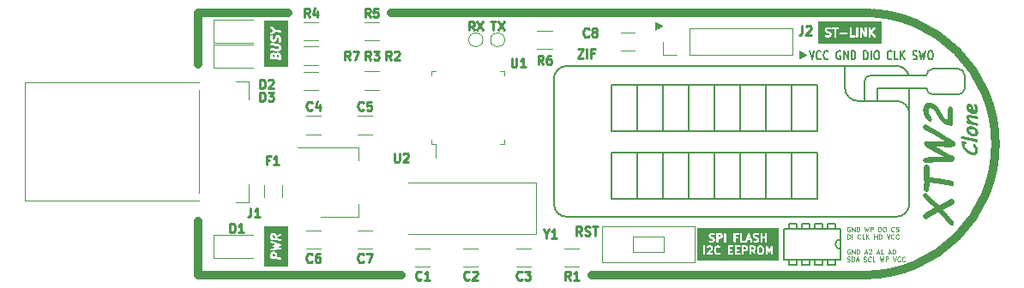
<source format=gbr>
%TF.GenerationSoftware,KiCad,Pcbnew,7.0.1*%
%TF.CreationDate,2023-03-25T17:10:46-05:00*%
%TF.ProjectId,STM32_XTW2_CLONE,53544d33-325f-4585-9457-325f434c4f4e,1.2.1V*%
%TF.SameCoordinates,Original*%
%TF.FileFunction,Legend,Top*%
%TF.FilePolarity,Positive*%
%FSLAX46Y46*%
G04 Gerber Fmt 4.6, Leading zero omitted, Abs format (unit mm)*
G04 Created by KiCad (PCBNEW 7.0.1) date 2023-03-25 17:10:46*
%MOMM*%
%LPD*%
G01*
G04 APERTURE LIST*
%ADD10C,0.127000*%
%ADD11C,0.812800*%
%ADD12C,0.120000*%
%ADD13C,0.177800*%
%ADD14C,0.190500*%
%ADD15C,0.215900*%
%ADD16C,0.300000*%
%ADD17C,0.114300*%
%ADD18C,0.508000*%
%ADD19C,0.203200*%
%ADD20C,0.150000*%
%ADD21C,0.100000*%
G04 APERTURE END LIST*
D10*
X168689178Y-123500000D02*
X169451178Y-123500000D01*
X169451178Y-124008000D01*
X168689178Y-124008000D01*
X168689178Y-123500000D01*
X172499178Y-121468000D02*
G75*
G03*
X172499178Y-122484000I22J-508000D01*
G01*
X166911178Y-120452000D02*
X172499178Y-120452000D01*
X172499178Y-123500000D01*
X166911178Y-123500000D01*
X166911178Y-120452000D01*
X171229178Y-119944000D02*
X171991178Y-119944000D01*
X171991178Y-120452000D01*
X171229178Y-120452000D01*
X171229178Y-119944000D01*
D11*
X109047400Y-125024000D02*
X109047400Y-119690000D01*
D10*
X169959178Y-123500000D02*
X170721178Y-123500000D01*
X170721178Y-124008000D01*
X169959178Y-124008000D01*
X169959178Y-123500000D01*
D11*
X109047400Y-104196000D02*
X109047400Y-99116000D01*
D10*
X171229178Y-123500000D02*
X171991178Y-123500000D01*
X171991178Y-124008000D01*
X171229178Y-124008000D01*
X171229178Y-123500000D01*
D12*
X169067600Y-103256200D02*
X168407200Y-103637200D01*
X168407200Y-102875200D01*
X169067600Y-103256200D01*
G36*
X169067600Y-103256200D02*
G01*
X168407200Y-103637200D01*
X168407200Y-102875200D01*
X169067600Y-103256200D01*
G37*
D11*
X174833400Y-125024000D02*
G75*
G03*
X174833400Y-99116000I0J12954000D01*
G01*
D10*
X168689178Y-119944000D02*
X169451178Y-119944000D01*
X169451178Y-120452000D01*
X168689178Y-120452000D01*
X168689178Y-119944000D01*
D11*
X109047400Y-125024000D02*
X129113400Y-125024000D01*
X147909400Y-125024000D02*
X170007400Y-125024000D01*
X128097400Y-99116000D02*
X174833400Y-99116000D01*
D10*
X169959178Y-119944000D02*
X170721178Y-119944000D01*
X170721178Y-120452000D01*
X169959178Y-120452000D01*
X169959178Y-119944000D01*
D11*
X109047400Y-99116000D02*
X117937400Y-99116000D01*
D12*
X154869000Y-100411400D02*
X154208600Y-100792400D01*
X154208600Y-100030400D01*
X154869000Y-100411400D01*
G36*
X154869000Y-100411400D02*
G01*
X154208600Y-100792400D01*
X154208600Y-100030400D01*
X154869000Y-100411400D01*
G37*
D10*
X167419178Y-123500000D02*
X168181178Y-123500000D01*
X168181178Y-124008000D01*
X167419178Y-124008000D01*
X167419178Y-123500000D01*
X167419178Y-119944000D02*
X168181178Y-119944000D01*
X168181178Y-120452000D01*
X167419178Y-120452000D01*
X167419178Y-119944000D01*
D11*
X170007400Y-125024000D02*
X174833400Y-125024000D01*
D13*
X169414733Y-102868318D02*
X169651800Y-103731918D01*
X169651800Y-103731918D02*
X169888866Y-102868318D01*
X170532333Y-103649671D02*
X170498466Y-103690795D01*
X170498466Y-103690795D02*
X170396866Y-103731918D01*
X170396866Y-103731918D02*
X170329133Y-103731918D01*
X170329133Y-103731918D02*
X170227533Y-103690795D01*
X170227533Y-103690795D02*
X170159800Y-103608547D01*
X170159800Y-103608547D02*
X170125933Y-103526299D01*
X170125933Y-103526299D02*
X170092066Y-103361804D01*
X170092066Y-103361804D02*
X170092066Y-103238433D01*
X170092066Y-103238433D02*
X170125933Y-103073937D01*
X170125933Y-103073937D02*
X170159800Y-102991690D01*
X170159800Y-102991690D02*
X170227533Y-102909442D01*
X170227533Y-102909442D02*
X170329133Y-102868318D01*
X170329133Y-102868318D02*
X170396866Y-102868318D01*
X170396866Y-102868318D02*
X170498466Y-102909442D01*
X170498466Y-102909442D02*
X170532333Y-102950566D01*
X171243533Y-103649671D02*
X171209666Y-103690795D01*
X171209666Y-103690795D02*
X171108066Y-103731918D01*
X171108066Y-103731918D02*
X171040333Y-103731918D01*
X171040333Y-103731918D02*
X170938733Y-103690795D01*
X170938733Y-103690795D02*
X170871000Y-103608547D01*
X170871000Y-103608547D02*
X170837133Y-103526299D01*
X170837133Y-103526299D02*
X170803266Y-103361804D01*
X170803266Y-103361804D02*
X170803266Y-103238433D01*
X170803266Y-103238433D02*
X170837133Y-103073937D01*
X170837133Y-103073937D02*
X170871000Y-102991690D01*
X170871000Y-102991690D02*
X170938733Y-102909442D01*
X170938733Y-102909442D02*
X171040333Y-102868318D01*
X171040333Y-102868318D02*
X171108066Y-102868318D01*
X171108066Y-102868318D02*
X171209666Y-102909442D01*
X171209666Y-102909442D02*
X171243533Y-102950566D01*
X172462733Y-102909442D02*
X172395000Y-102868318D01*
X172395000Y-102868318D02*
X172293400Y-102868318D01*
X172293400Y-102868318D02*
X172191800Y-102909442D01*
X172191800Y-102909442D02*
X172124067Y-102991690D01*
X172124067Y-102991690D02*
X172090200Y-103073937D01*
X172090200Y-103073937D02*
X172056333Y-103238433D01*
X172056333Y-103238433D02*
X172056333Y-103361804D01*
X172056333Y-103361804D02*
X172090200Y-103526299D01*
X172090200Y-103526299D02*
X172124067Y-103608547D01*
X172124067Y-103608547D02*
X172191800Y-103690795D01*
X172191800Y-103690795D02*
X172293400Y-103731918D01*
X172293400Y-103731918D02*
X172361133Y-103731918D01*
X172361133Y-103731918D02*
X172462733Y-103690795D01*
X172462733Y-103690795D02*
X172496600Y-103649671D01*
X172496600Y-103649671D02*
X172496600Y-103361804D01*
X172496600Y-103361804D02*
X172361133Y-103361804D01*
X172801400Y-103731918D02*
X172801400Y-102868318D01*
X172801400Y-102868318D02*
X173207800Y-103731918D01*
X173207800Y-103731918D02*
X173207800Y-102868318D01*
X173546467Y-103731918D02*
X173546467Y-102868318D01*
X173546467Y-102868318D02*
X173715800Y-102868318D01*
X173715800Y-102868318D02*
X173817400Y-102909442D01*
X173817400Y-102909442D02*
X173885134Y-102991690D01*
X173885134Y-102991690D02*
X173919000Y-103073937D01*
X173919000Y-103073937D02*
X173952867Y-103238433D01*
X173952867Y-103238433D02*
X173952867Y-103361804D01*
X173952867Y-103361804D02*
X173919000Y-103526299D01*
X173919000Y-103526299D02*
X173885134Y-103608547D01*
X173885134Y-103608547D02*
X173817400Y-103690795D01*
X173817400Y-103690795D02*
X173715800Y-103731918D01*
X173715800Y-103731918D02*
X173546467Y-103731918D01*
X174799534Y-103731918D02*
X174799534Y-102868318D01*
X174799534Y-102868318D02*
X174968867Y-102868318D01*
X174968867Y-102868318D02*
X175070467Y-102909442D01*
X175070467Y-102909442D02*
X175138201Y-102991690D01*
X175138201Y-102991690D02*
X175172067Y-103073937D01*
X175172067Y-103073937D02*
X175205934Y-103238433D01*
X175205934Y-103238433D02*
X175205934Y-103361804D01*
X175205934Y-103361804D02*
X175172067Y-103526299D01*
X175172067Y-103526299D02*
X175138201Y-103608547D01*
X175138201Y-103608547D02*
X175070467Y-103690795D01*
X175070467Y-103690795D02*
X174968867Y-103731918D01*
X174968867Y-103731918D02*
X174799534Y-103731918D01*
X175510734Y-103731918D02*
X175510734Y-102868318D01*
X175984868Y-102868318D02*
X176120334Y-102868318D01*
X176120334Y-102868318D02*
X176188068Y-102909442D01*
X176188068Y-102909442D02*
X176255801Y-102991690D01*
X176255801Y-102991690D02*
X176289668Y-103156185D01*
X176289668Y-103156185D02*
X176289668Y-103444052D01*
X176289668Y-103444052D02*
X176255801Y-103608547D01*
X176255801Y-103608547D02*
X176188068Y-103690795D01*
X176188068Y-103690795D02*
X176120334Y-103731918D01*
X176120334Y-103731918D02*
X175984868Y-103731918D01*
X175984868Y-103731918D02*
X175917134Y-103690795D01*
X175917134Y-103690795D02*
X175849401Y-103608547D01*
X175849401Y-103608547D02*
X175815534Y-103444052D01*
X175815534Y-103444052D02*
X175815534Y-103156185D01*
X175815534Y-103156185D02*
X175849401Y-102991690D01*
X175849401Y-102991690D02*
X175917134Y-102909442D01*
X175917134Y-102909442D02*
X175984868Y-102868318D01*
X177542735Y-103649671D02*
X177508868Y-103690795D01*
X177508868Y-103690795D02*
X177407268Y-103731918D01*
X177407268Y-103731918D02*
X177339535Y-103731918D01*
X177339535Y-103731918D02*
X177237935Y-103690795D01*
X177237935Y-103690795D02*
X177170202Y-103608547D01*
X177170202Y-103608547D02*
X177136335Y-103526299D01*
X177136335Y-103526299D02*
X177102468Y-103361804D01*
X177102468Y-103361804D02*
X177102468Y-103238433D01*
X177102468Y-103238433D02*
X177136335Y-103073937D01*
X177136335Y-103073937D02*
X177170202Y-102991690D01*
X177170202Y-102991690D02*
X177237935Y-102909442D01*
X177237935Y-102909442D02*
X177339535Y-102868318D01*
X177339535Y-102868318D02*
X177407268Y-102868318D01*
X177407268Y-102868318D02*
X177508868Y-102909442D01*
X177508868Y-102909442D02*
X177542735Y-102950566D01*
X178186202Y-103731918D02*
X177847535Y-103731918D01*
X177847535Y-103731918D02*
X177847535Y-102868318D01*
X178423268Y-103731918D02*
X178423268Y-102868318D01*
X178829668Y-103731918D02*
X178524868Y-103238433D01*
X178829668Y-102868318D02*
X178423268Y-103361804D01*
X179642468Y-103690795D02*
X179744068Y-103731918D01*
X179744068Y-103731918D02*
X179913402Y-103731918D01*
X179913402Y-103731918D02*
X179981135Y-103690795D01*
X179981135Y-103690795D02*
X180015002Y-103649671D01*
X180015002Y-103649671D02*
X180048868Y-103567423D01*
X180048868Y-103567423D02*
X180048868Y-103485175D01*
X180048868Y-103485175D02*
X180015002Y-103402928D01*
X180015002Y-103402928D02*
X179981135Y-103361804D01*
X179981135Y-103361804D02*
X179913402Y-103320680D01*
X179913402Y-103320680D02*
X179777935Y-103279556D01*
X179777935Y-103279556D02*
X179710202Y-103238433D01*
X179710202Y-103238433D02*
X179676335Y-103197309D01*
X179676335Y-103197309D02*
X179642468Y-103115061D01*
X179642468Y-103115061D02*
X179642468Y-103032814D01*
X179642468Y-103032814D02*
X179676335Y-102950566D01*
X179676335Y-102950566D02*
X179710202Y-102909442D01*
X179710202Y-102909442D02*
X179777935Y-102868318D01*
X179777935Y-102868318D02*
X179947268Y-102868318D01*
X179947268Y-102868318D02*
X180048868Y-102909442D01*
X180285935Y-102868318D02*
X180455268Y-103731918D01*
X180455268Y-103731918D02*
X180590735Y-103115061D01*
X180590735Y-103115061D02*
X180726201Y-103731918D01*
X180726201Y-103731918D02*
X180895535Y-102868318D01*
X181301935Y-102868318D02*
X181437401Y-102868318D01*
X181437401Y-102868318D02*
X181505135Y-102909442D01*
X181505135Y-102909442D02*
X181572868Y-102991690D01*
X181572868Y-102991690D02*
X181606735Y-103156185D01*
X181606735Y-103156185D02*
X181606735Y-103444052D01*
X181606735Y-103444052D02*
X181572868Y-103608547D01*
X181572868Y-103608547D02*
X181505135Y-103690795D01*
X181505135Y-103690795D02*
X181437401Y-103731918D01*
X181437401Y-103731918D02*
X181301935Y-103731918D01*
X181301935Y-103731918D02*
X181234201Y-103690795D01*
X181234201Y-103690795D02*
X181166468Y-103608547D01*
X181166468Y-103608547D02*
X181132601Y-103444052D01*
X181132601Y-103444052D02*
X181132601Y-103156185D01*
X181132601Y-103156185D02*
X181166468Y-102991690D01*
X181166468Y-102991690D02*
X181234201Y-102909442D01*
X181234201Y-102909442D02*
X181301935Y-102868318D01*
D14*
G36*
X164678830Y-122298302D02*
G01*
X164721817Y-122341289D01*
X164748860Y-122449460D01*
X164748860Y-122680010D01*
X164721817Y-122788181D01*
X164678830Y-122831168D01*
X164640197Y-122850485D01*
X164540025Y-122850485D01*
X164501389Y-122831167D01*
X164458403Y-122788181D01*
X164431360Y-122680008D01*
X164431360Y-122449462D01*
X164458402Y-122341289D01*
X164501389Y-122298302D01*
X164540025Y-122278985D01*
X164640197Y-122278985D01*
X164678830Y-122298302D01*
G37*
G36*
X163916829Y-122298301D02*
G01*
X163931257Y-122312729D01*
X163950575Y-122351364D01*
X163950575Y-122415249D01*
X163931258Y-122453883D01*
X163916831Y-122468310D01*
X163878196Y-122487628D01*
X163796748Y-122487628D01*
X163773826Y-122485252D01*
X163769124Y-122487628D01*
X163705646Y-122487628D01*
X163705646Y-122278985D01*
X163878197Y-122278985D01*
X163916829Y-122298301D01*
G37*
G36*
X163154829Y-122298301D02*
G01*
X163169257Y-122312729D01*
X163188575Y-122351364D01*
X163188575Y-122415249D01*
X163169258Y-122453883D01*
X163154831Y-122468310D01*
X163116196Y-122487628D01*
X162943646Y-122487628D01*
X162943646Y-122278985D01*
X163116197Y-122278985D01*
X163154829Y-122298301D01*
G37*
G36*
X163496386Y-121398331D02*
G01*
X163397834Y-121398331D01*
X163447110Y-121250502D01*
X163496386Y-121398331D01*
G37*
G36*
X160632972Y-121063861D02*
G01*
X160647400Y-121078289D01*
X160666718Y-121116924D01*
X160666718Y-121180809D01*
X160647401Y-121219443D01*
X160632974Y-121233870D01*
X160594339Y-121253188D01*
X160421789Y-121253188D01*
X160421789Y-121044545D01*
X160594340Y-121044545D01*
X160632972Y-121063861D01*
G37*
G36*
X166416643Y-123606952D02*
G01*
X158300436Y-123606952D01*
X158300436Y-122959429D01*
X158943146Y-122959429D01*
X158954884Y-122999405D01*
X158997157Y-123036035D01*
X159052524Y-123043996D01*
X159103405Y-123020759D01*
X159133646Y-122973703D01*
X159133646Y-122959863D01*
X159230421Y-122959863D01*
X159234900Y-122969672D01*
X159235670Y-122980426D01*
X159246292Y-122994616D01*
X159253658Y-123010744D01*
X159262729Y-123016573D01*
X159269191Y-123025206D01*
X159285801Y-123031401D01*
X159300714Y-123040985D01*
X159311497Y-123040985D01*
X159321600Y-123044753D01*
X159338921Y-123040985D01*
X159814090Y-123040985D01*
X159854066Y-123029247D01*
X159890696Y-122986974D01*
X159898657Y-122931607D01*
X159875420Y-122880726D01*
X159828364Y-122850485D01*
X159558636Y-122850485D01*
X159793987Y-122615133D01*
X159991492Y-122615133D01*
X159995431Y-122630889D01*
X159995431Y-122632858D01*
X159998743Y-122644140D01*
X160030446Y-122770949D01*
X160029265Y-122781889D01*
X160037096Y-122797551D01*
X160037882Y-122800694D01*
X160043198Y-122809755D01*
X160072717Y-122868793D01*
X160076124Y-122884453D01*
X160094688Y-122903017D01*
X160112560Y-122922230D01*
X160114361Y-122922690D01*
X160164847Y-122973177D01*
X160179171Y-122990968D01*
X160197638Y-122997123D01*
X160214722Y-123006452D01*
X160223698Y-123005810D01*
X160303232Y-123032321D01*
X160316713Y-123040985D01*
X160342961Y-123040985D01*
X160369188Y-123041933D01*
X160370787Y-123040985D01*
X160405312Y-123040985D01*
X160420840Y-123044941D01*
X160445735Y-123036642D01*
X160470923Y-123029247D01*
X160472141Y-123027841D01*
X160551367Y-123001433D01*
X160573686Y-122996578D01*
X160587451Y-122982812D01*
X160603434Y-122971705D01*
X160606873Y-122963390D01*
X160610400Y-122959863D01*
X161371277Y-122959863D01*
X161380066Y-122979109D01*
X161386026Y-122999405D01*
X161391502Y-123004150D01*
X161394514Y-123010744D01*
X161412311Y-123022181D01*
X161428299Y-123036035D01*
X161435472Y-123037066D01*
X161441570Y-123040985D01*
X161462725Y-123040985D01*
X161483666Y-123043996D01*
X161490259Y-123040985D01*
X161846089Y-123040985D01*
X161886065Y-123029247D01*
X161922695Y-122986974D01*
X161926593Y-122959863D01*
X162060706Y-122959863D01*
X162069495Y-122979109D01*
X162075455Y-122999405D01*
X162080931Y-123004150D01*
X162083943Y-123010744D01*
X162101740Y-123022181D01*
X162117728Y-123036035D01*
X162124901Y-123037066D01*
X162130999Y-123040985D01*
X162152154Y-123040985D01*
X162173095Y-123043996D01*
X162179688Y-123040985D01*
X162535518Y-123040985D01*
X162575494Y-123029247D01*
X162612124Y-122986974D01*
X162620085Y-122931607D01*
X162596848Y-122880726D01*
X162549792Y-122850485D01*
X162254217Y-122850485D01*
X162254217Y-122641842D01*
X162426661Y-122641842D01*
X162466637Y-122630104D01*
X162495317Y-122597006D01*
X162750135Y-122597006D01*
X162753146Y-122603599D01*
X162753146Y-122959429D01*
X162764884Y-122999405D01*
X162807157Y-123036035D01*
X162862524Y-123043996D01*
X162913405Y-123020759D01*
X162943646Y-122973703D01*
X162943646Y-122678128D01*
X163133552Y-122678128D01*
X163156264Y-122680580D01*
X163173676Y-122671873D01*
X163192352Y-122666390D01*
X163198244Y-122659589D01*
X163243169Y-122637126D01*
X163258827Y-122633721D01*
X163277383Y-122615164D01*
X163296605Y-122597285D01*
X163296676Y-122597006D01*
X163512135Y-122597006D01*
X163515146Y-122603599D01*
X163515146Y-122959429D01*
X163526884Y-122999405D01*
X163569157Y-123036035D01*
X163624524Y-123043996D01*
X163675405Y-123020759D01*
X163705646Y-122973703D01*
X163705646Y-122678128D01*
X163742233Y-122678128D01*
X163975646Y-123011575D01*
X164008187Y-123037594D01*
X164063824Y-123043360D01*
X164113748Y-123018131D01*
X164142106Y-122969916D01*
X164139895Y-122914025D01*
X163981471Y-122687704D01*
X164236921Y-122687704D01*
X164240860Y-122703460D01*
X164240860Y-122705429D01*
X164244172Y-122716711D01*
X164279637Y-122858572D01*
X164285268Y-122884454D01*
X164296416Y-122895602D01*
X164304394Y-122909200D01*
X164315787Y-122914973D01*
X164369172Y-122968358D01*
X164377356Y-122982137D01*
X164400839Y-122993878D01*
X164423866Y-123006452D01*
X164425721Y-123006319D01*
X164470357Y-123028637D01*
X164489571Y-123040985D01*
X164509038Y-123040985D01*
X164528196Y-123044432D01*
X164536507Y-123040985D01*
X164657555Y-123040985D01*
X164680263Y-123043437D01*
X164697675Y-123034731D01*
X164716352Y-123029247D01*
X164722244Y-123022446D01*
X164767168Y-122999984D01*
X164782829Y-122996578D01*
X164801393Y-122978013D01*
X164820605Y-122960144D01*
X164821066Y-122958340D01*
X164874144Y-122905262D01*
X164893448Y-122887112D01*
X164897271Y-122871816D01*
X164904827Y-122857980D01*
X164903915Y-122845239D01*
X164932713Y-122730044D01*
X164939360Y-122719703D01*
X164939360Y-122703459D01*
X164939837Y-122701551D01*
X164939360Y-122689815D01*
X164939360Y-122453411D01*
X164943299Y-122441767D01*
X164939360Y-122426011D01*
X164939360Y-122424041D01*
X164936046Y-122412756D01*
X164900589Y-122270925D01*
X164894953Y-122245016D01*
X164883804Y-122233867D01*
X164875827Y-122220270D01*
X164864432Y-122214495D01*
X164848608Y-122198671D01*
X165072541Y-122198671D01*
X165075432Y-122204866D01*
X165075432Y-122959429D01*
X165087170Y-122999405D01*
X165129443Y-123036035D01*
X165184810Y-123043996D01*
X165235691Y-123020759D01*
X165265932Y-122973703D01*
X165265932Y-122613081D01*
X165338038Y-122767594D01*
X165349125Y-122792410D01*
X165361738Y-122800663D01*
X165371701Y-122811972D01*
X165384657Y-122815660D01*
X165395931Y-122823038D01*
X165411003Y-122823161D01*
X165425499Y-122827289D01*
X165438393Y-122823387D01*
X165451866Y-122823498D01*
X165464611Y-122815454D01*
X165479038Y-122811089D01*
X165487776Y-122800834D01*
X165499169Y-122793645D01*
X165505542Y-122779986D01*
X165515319Y-122768515D01*
X165517126Y-122755164D01*
X165583432Y-122613081D01*
X165583432Y-122959429D01*
X165595170Y-122999405D01*
X165637443Y-123036035D01*
X165692810Y-123043996D01*
X165743691Y-123020759D01*
X165773932Y-122973703D01*
X165773932Y-122190942D01*
X165777056Y-122170416D01*
X165768263Y-122150737D01*
X165762194Y-122130065D01*
X165757028Y-122125588D01*
X165754239Y-122119346D01*
X165736205Y-122107545D01*
X165719921Y-122093435D01*
X165713154Y-122092462D01*
X165707433Y-122088718D01*
X165685882Y-122088540D01*
X165664554Y-122085474D01*
X165658334Y-122088314D01*
X165651499Y-122088258D01*
X165633275Y-122099758D01*
X165613673Y-122108711D01*
X165609977Y-122114462D01*
X165604195Y-122118111D01*
X165595081Y-122137640D01*
X165583432Y-122155767D01*
X165583432Y-122162603D01*
X165424681Y-122502782D01*
X165260042Y-122149984D01*
X165254194Y-122130065D01*
X165237907Y-122115952D01*
X165223663Y-122099784D01*
X165217087Y-122097911D01*
X165211921Y-122093435D01*
X165190592Y-122090368D01*
X165169866Y-122084467D01*
X165163321Y-122086447D01*
X165156554Y-122085474D01*
X165136952Y-122094425D01*
X165116326Y-122100667D01*
X165111890Y-122105871D01*
X165105673Y-122108711D01*
X165094023Y-122126837D01*
X165080045Y-122143241D01*
X165079127Y-122150016D01*
X165075432Y-122155767D01*
X165075432Y-122177316D01*
X165072541Y-122198671D01*
X164848608Y-122198671D01*
X164811050Y-122161114D01*
X164802866Y-122147335D01*
X164779375Y-122135589D01*
X164756354Y-122123019D01*
X164754499Y-122123151D01*
X164709867Y-122100835D01*
X164690650Y-122088485D01*
X164671181Y-122088485D01*
X164652026Y-122085038D01*
X164643714Y-122088485D01*
X164522669Y-122088485D01*
X164499957Y-122086033D01*
X164482544Y-122094739D01*
X164463869Y-122100223D01*
X164457976Y-122107023D01*
X164413052Y-122129485D01*
X164397393Y-122132892D01*
X164378828Y-122151456D01*
X164359616Y-122169328D01*
X164359155Y-122171129D01*
X164306087Y-122224196D01*
X164286773Y-122242357D01*
X164282948Y-122257654D01*
X164275394Y-122271490D01*
X164276305Y-122284229D01*
X164247506Y-122399425D01*
X164240860Y-122409767D01*
X164240860Y-122426010D01*
X164240383Y-122427918D01*
X164240860Y-122439654D01*
X164240860Y-122676060D01*
X164236921Y-122687704D01*
X163981471Y-122687704D01*
X163961389Y-122659016D01*
X164005169Y-122637126D01*
X164020827Y-122633721D01*
X164039383Y-122615164D01*
X164058605Y-122597285D01*
X164059065Y-122595483D01*
X164068446Y-122586103D01*
X164082226Y-122577919D01*
X164093968Y-122554433D01*
X164106541Y-122531410D01*
X164106408Y-122529554D01*
X164128725Y-122484919D01*
X164141075Y-122465703D01*
X164141075Y-122446234D01*
X164144522Y-122427079D01*
X164141075Y-122418767D01*
X164141075Y-122334008D01*
X164143527Y-122311296D01*
X164134820Y-122293883D01*
X164129337Y-122275208D01*
X164122536Y-122269315D01*
X164100073Y-122224389D01*
X164096667Y-122208731D01*
X164078105Y-122190169D01*
X164060232Y-122170955D01*
X164058430Y-122170494D01*
X164049049Y-122161113D01*
X164040866Y-122147335D01*
X164017383Y-122135593D01*
X163994354Y-122123019D01*
X163992499Y-122123151D01*
X163947867Y-122100835D01*
X163928650Y-122088485D01*
X163909181Y-122088485D01*
X163890026Y-122085038D01*
X163881714Y-122088485D01*
X163617209Y-122088485D01*
X163596268Y-122085474D01*
X163577021Y-122094263D01*
X163556726Y-122100223D01*
X163551980Y-122105699D01*
X163545387Y-122108711D01*
X163533949Y-122126508D01*
X163520096Y-122142496D01*
X163519064Y-122149669D01*
X163515146Y-122155767D01*
X163515146Y-122176922D01*
X163512135Y-122197863D01*
X163515146Y-122204456D01*
X163515146Y-122576065D01*
X163512135Y-122597006D01*
X163296676Y-122597006D01*
X163297065Y-122595483D01*
X163306446Y-122586103D01*
X163320226Y-122577919D01*
X163331968Y-122554433D01*
X163344541Y-122531410D01*
X163344408Y-122529554D01*
X163366725Y-122484919D01*
X163379075Y-122465703D01*
X163379075Y-122446234D01*
X163382522Y-122427079D01*
X163379075Y-122418767D01*
X163379075Y-122334008D01*
X163381527Y-122311296D01*
X163372820Y-122293883D01*
X163367337Y-122275208D01*
X163360536Y-122269315D01*
X163338073Y-122224389D01*
X163334667Y-122208731D01*
X163316105Y-122190169D01*
X163298232Y-122170955D01*
X163296430Y-122170494D01*
X163287049Y-122161113D01*
X163278866Y-122147335D01*
X163255383Y-122135593D01*
X163232354Y-122123019D01*
X163230499Y-122123151D01*
X163185867Y-122100835D01*
X163166650Y-122088485D01*
X163147181Y-122088485D01*
X163128026Y-122085038D01*
X163119714Y-122088485D01*
X162855209Y-122088485D01*
X162834268Y-122085474D01*
X162815021Y-122094263D01*
X162794726Y-122100223D01*
X162789980Y-122105699D01*
X162783387Y-122108711D01*
X162771949Y-122126508D01*
X162758096Y-122142496D01*
X162757064Y-122149669D01*
X162753146Y-122155767D01*
X162753146Y-122176922D01*
X162750135Y-122197863D01*
X162753146Y-122204456D01*
X162753146Y-122576065D01*
X162750135Y-122597006D01*
X162495317Y-122597006D01*
X162503267Y-122587831D01*
X162511228Y-122532464D01*
X162487991Y-122481583D01*
X162440935Y-122451342D01*
X162254217Y-122451342D01*
X162254217Y-122278985D01*
X162535518Y-122278985D01*
X162575494Y-122267247D01*
X162612124Y-122224974D01*
X162620085Y-122169607D01*
X162596848Y-122118726D01*
X162549792Y-122088485D01*
X162165780Y-122088485D01*
X162144839Y-122085474D01*
X162125592Y-122094263D01*
X162105297Y-122100223D01*
X162100551Y-122105699D01*
X162093958Y-122108711D01*
X162082520Y-122126508D01*
X162068667Y-122142496D01*
X162067635Y-122149669D01*
X162063717Y-122155767D01*
X162063717Y-122176922D01*
X162060706Y-122197863D01*
X162063717Y-122204456D01*
X162063717Y-122539779D01*
X162060706Y-122560720D01*
X162063717Y-122567313D01*
X162063717Y-122938922D01*
X162060706Y-122959863D01*
X161926593Y-122959863D01*
X161930656Y-122931607D01*
X161907419Y-122880726D01*
X161860363Y-122850485D01*
X161564788Y-122850485D01*
X161564788Y-122641842D01*
X161737232Y-122641842D01*
X161777208Y-122630104D01*
X161813838Y-122587831D01*
X161821799Y-122532464D01*
X161798562Y-122481583D01*
X161751506Y-122451342D01*
X161564788Y-122451342D01*
X161564788Y-122278985D01*
X161846089Y-122278985D01*
X161886065Y-122267247D01*
X161922695Y-122224974D01*
X161930656Y-122169607D01*
X161907419Y-122118726D01*
X161860363Y-122088485D01*
X161476351Y-122088485D01*
X161455410Y-122085474D01*
X161436163Y-122094263D01*
X161415868Y-122100223D01*
X161411122Y-122105699D01*
X161404529Y-122108711D01*
X161393091Y-122126508D01*
X161379238Y-122142496D01*
X161378206Y-122149669D01*
X161374288Y-122155767D01*
X161374288Y-122176922D01*
X161371277Y-122197863D01*
X161374288Y-122204456D01*
X161374288Y-122539779D01*
X161371277Y-122560720D01*
X161374288Y-122567313D01*
X161374288Y-122938922D01*
X161371277Y-122959863D01*
X160610400Y-122959863D01*
X160639431Y-122930833D01*
X160659398Y-122894266D01*
X160655408Y-122838473D01*
X160621887Y-122793693D01*
X160569478Y-122774146D01*
X160514820Y-122786036D01*
X160474657Y-122826198D01*
X160401797Y-122850485D01*
X160360138Y-122850485D01*
X160287276Y-122826198D01*
X160241534Y-122780456D01*
X160216836Y-122731059D01*
X160185931Y-122607437D01*
X160185931Y-122522034D01*
X160216836Y-122398410D01*
X160241534Y-122349014D01*
X160287276Y-122303272D01*
X160360139Y-122278985D01*
X160401795Y-122278985D01*
X160474657Y-122303272D01*
X160504727Y-122333342D01*
X160541294Y-122353309D01*
X160597087Y-122349319D01*
X160641867Y-122315798D01*
X160661414Y-122263389D01*
X160649524Y-122208731D01*
X160597084Y-122156291D01*
X160582763Y-122138503D01*
X160564293Y-122132346D01*
X160547211Y-122123019D01*
X160538236Y-122123660D01*
X160458704Y-122097150D01*
X160445221Y-122088485D01*
X160418956Y-122088485D01*
X160392746Y-122087537D01*
X160391147Y-122088485D01*
X160356622Y-122088485D01*
X160341092Y-122084529D01*
X160316186Y-122092830D01*
X160291011Y-122100223D01*
X160289792Y-122101628D01*
X160210561Y-122128039D01*
X160188249Y-122132893D01*
X160174485Y-122146656D01*
X160158499Y-122157767D01*
X160155058Y-122166082D01*
X160104344Y-122216796D01*
X160090566Y-122224980D01*
X160078822Y-122248468D01*
X160066251Y-122271491D01*
X160066383Y-122273345D01*
X160049360Y-122307391D01*
X160041344Y-122314929D01*
X160037096Y-122331920D01*
X160035649Y-122334815D01*
X160033790Y-122345144D01*
X160002077Y-122471997D01*
X159995431Y-122482339D01*
X159995431Y-122498582D01*
X159994954Y-122500490D01*
X159995431Y-122512226D01*
X159995431Y-122603489D01*
X159991492Y-122615133D01*
X159793987Y-122615133D01*
X159827834Y-122581286D01*
X159845628Y-122566961D01*
X159851784Y-122548490D01*
X159861112Y-122531409D01*
X159860470Y-122522434D01*
X159886981Y-122442900D01*
X159895646Y-122429418D01*
X159895646Y-122403153D01*
X159896594Y-122376944D01*
X159895646Y-122375345D01*
X159895646Y-122334008D01*
X159898098Y-122311296D01*
X159889391Y-122293883D01*
X159883908Y-122275208D01*
X159877107Y-122269315D01*
X159854645Y-122224390D01*
X159851239Y-122208732D01*
X159832673Y-122190165D01*
X159814803Y-122170955D01*
X159813002Y-122170494D01*
X159803620Y-122161113D01*
X159795437Y-122147334D01*
X159771951Y-122135591D01*
X159748928Y-122123019D01*
X159747071Y-122123151D01*
X159702437Y-122100834D01*
X159683221Y-122088485D01*
X159663752Y-122088485D01*
X159644597Y-122085038D01*
X159636285Y-122088485D01*
X159478955Y-122088485D01*
X159456243Y-122086033D01*
X159438830Y-122094739D01*
X159420155Y-122100223D01*
X159414262Y-122107023D01*
X159369336Y-122129486D01*
X159353677Y-122132893D01*
X159335107Y-122151462D01*
X159315901Y-122169328D01*
X159315440Y-122171129D01*
X159287932Y-122198638D01*
X159267965Y-122235206D01*
X159271955Y-122290998D01*
X159305476Y-122335778D01*
X159357885Y-122355325D01*
X159412543Y-122343435D01*
X159457675Y-122298302D01*
X159496310Y-122278985D01*
X159632767Y-122278985D01*
X159671402Y-122298302D01*
X159685827Y-122312728D01*
X159705146Y-122351364D01*
X159705146Y-122385993D01*
X159680859Y-122458853D01*
X159278520Y-122861192D01*
X159275012Y-122862223D01*
X159258926Y-122880786D01*
X159251647Y-122888066D01*
X159249991Y-122891098D01*
X159238382Y-122904496D01*
X159236847Y-122915170D01*
X159231680Y-122924634D01*
X159232944Y-122942313D01*
X159230421Y-122959863D01*
X159133646Y-122959863D01*
X159133646Y-122170041D01*
X159121908Y-122130065D01*
X159079635Y-122093435D01*
X159024268Y-122085474D01*
X158973387Y-122108711D01*
X158943146Y-122155767D01*
X158943146Y-122959429D01*
X158300436Y-122959429D01*
X158300436Y-121105094D01*
X159465842Y-121105094D01*
X159469289Y-121113406D01*
X159469289Y-121161880D01*
X159466837Y-121184592D01*
X159475543Y-121202004D01*
X159481027Y-121220680D01*
X159487827Y-121226572D01*
X159510290Y-121271498D01*
X159513697Y-121287157D01*
X159532258Y-121305718D01*
X159550132Y-121324933D01*
X159551933Y-121325393D01*
X159561315Y-121334775D01*
X159569499Y-121348554D01*
X159592982Y-121360295D01*
X159616009Y-121372869D01*
X159617864Y-121372736D01*
X159651910Y-121389759D01*
X159659447Y-121397775D01*
X159676436Y-121402022D01*
X159679334Y-121403471D01*
X159689670Y-121405330D01*
X159821578Y-121438307D01*
X159870974Y-121463005D01*
X159885399Y-121477431D01*
X159904718Y-121516067D01*
X159904718Y-121543666D01*
X159885400Y-121582302D01*
X159870974Y-121596728D01*
X159832339Y-121616045D01*
X159688853Y-121616045D01*
X159581668Y-121580317D01*
X159540031Y-121578812D01*
X159491913Y-121607332D01*
X159466853Y-121657341D01*
X159472808Y-121712959D01*
X159507886Y-121756528D01*
X159631948Y-121797881D01*
X159645429Y-121806545D01*
X159671678Y-121806545D01*
X159697905Y-121807493D01*
X159699504Y-121806545D01*
X159849698Y-121806545D01*
X159872406Y-121808997D01*
X159889818Y-121800290D01*
X159908495Y-121794807D01*
X159914387Y-121788006D01*
X159959310Y-121765545D01*
X159974974Y-121762138D01*
X159993548Y-121743563D01*
X160012748Y-121725704D01*
X160013208Y-121723901D01*
X160022591Y-121714518D01*
X160036369Y-121706336D01*
X160048111Y-121682849D01*
X160060684Y-121659824D01*
X160060551Y-121657970D01*
X160082868Y-121613336D01*
X160095218Y-121594120D01*
X160095218Y-121574651D01*
X160098665Y-121555496D01*
X160095218Y-121547184D01*
X160095218Y-121498711D01*
X160097670Y-121475999D01*
X160088963Y-121458586D01*
X160083480Y-121439911D01*
X160076679Y-121434018D01*
X160054217Y-121389093D01*
X160050811Y-121373435D01*
X160039943Y-121362566D01*
X160228278Y-121362566D01*
X160231289Y-121369159D01*
X160231289Y-121724989D01*
X160243027Y-121764965D01*
X160285300Y-121801595D01*
X160340667Y-121809556D01*
X160391548Y-121786319D01*
X160421789Y-121739263D01*
X160421789Y-121724989D01*
X160993289Y-121724989D01*
X161005027Y-121764965D01*
X161047300Y-121801595D01*
X161102667Y-121809556D01*
X161153548Y-121786319D01*
X161183789Y-121739263D01*
X161183789Y-121326280D01*
X161933706Y-121326280D01*
X161936717Y-121332873D01*
X161936717Y-121724989D01*
X161948455Y-121764965D01*
X161990728Y-121801595D01*
X162046095Y-121809556D01*
X162096976Y-121786319D01*
X162127217Y-121739263D01*
X162127217Y-121725423D01*
X162586849Y-121725423D01*
X162595638Y-121744669D01*
X162601598Y-121764965D01*
X162607074Y-121769710D01*
X162610086Y-121776304D01*
X162627883Y-121787741D01*
X162643871Y-121801595D01*
X162651044Y-121802626D01*
X162657142Y-121806545D01*
X162678297Y-121806545D01*
X162699238Y-121809556D01*
X162705831Y-121806545D01*
X163061661Y-121806545D01*
X163101637Y-121794807D01*
X163119598Y-121774078D01*
X163125432Y-121783920D01*
X163175440Y-121808981D01*
X163231058Y-121803027D01*
X163274628Y-121767948D01*
X163334334Y-121588831D01*
X163559886Y-121588831D01*
X163615078Y-121754407D01*
X163638856Y-121788620D01*
X163690543Y-121810002D01*
X163745586Y-121800046D01*
X163786508Y-121761912D01*
X163800316Y-121707708D01*
X163726025Y-121484836D01*
X163726800Y-121479453D01*
X163717290Y-121458630D01*
X163599445Y-121105094D01*
X163820127Y-121105094D01*
X163823574Y-121113406D01*
X163823574Y-121161880D01*
X163821122Y-121184592D01*
X163829828Y-121202004D01*
X163835312Y-121220680D01*
X163842112Y-121226572D01*
X163864575Y-121271498D01*
X163867982Y-121287157D01*
X163886543Y-121305718D01*
X163904417Y-121324933D01*
X163906218Y-121325393D01*
X163915600Y-121334775D01*
X163923784Y-121348554D01*
X163947267Y-121360295D01*
X163970294Y-121372869D01*
X163972149Y-121372736D01*
X164006195Y-121389759D01*
X164013732Y-121397775D01*
X164030721Y-121402022D01*
X164033619Y-121403471D01*
X164043955Y-121405330D01*
X164175863Y-121438307D01*
X164225259Y-121463005D01*
X164239684Y-121477431D01*
X164259003Y-121516067D01*
X164259003Y-121543666D01*
X164239685Y-121582302D01*
X164225259Y-121596728D01*
X164186624Y-121616045D01*
X164043138Y-121616045D01*
X163935953Y-121580317D01*
X163894316Y-121578812D01*
X163846198Y-121607332D01*
X163821138Y-121657341D01*
X163827093Y-121712959D01*
X163862171Y-121756528D01*
X163986233Y-121797881D01*
X163999714Y-121806545D01*
X164025963Y-121806545D01*
X164052190Y-121807493D01*
X164053789Y-121806545D01*
X164203983Y-121806545D01*
X164226691Y-121808997D01*
X164244103Y-121800290D01*
X164262780Y-121794807D01*
X164268672Y-121788006D01*
X164313595Y-121765545D01*
X164329259Y-121762138D01*
X164347833Y-121743563D01*
X164367033Y-121725704D01*
X164367493Y-121723901D01*
X164376876Y-121714518D01*
X164390654Y-121706336D01*
X164402396Y-121682849D01*
X164414969Y-121659824D01*
X164414836Y-121657970D01*
X164437153Y-121613336D01*
X164449503Y-121594120D01*
X164449503Y-121574651D01*
X164452950Y-121555496D01*
X164449503Y-121547184D01*
X164449503Y-121498711D01*
X164451955Y-121475999D01*
X164443248Y-121458586D01*
X164437765Y-121439911D01*
X164430964Y-121434018D01*
X164408502Y-121389093D01*
X164405096Y-121373435D01*
X164386530Y-121354868D01*
X164368660Y-121335658D01*
X164366859Y-121335197D01*
X164357941Y-121326280D01*
X164582563Y-121326280D01*
X164585574Y-121332873D01*
X164585574Y-121724989D01*
X164597312Y-121764965D01*
X164639585Y-121801595D01*
X164694952Y-121809556D01*
X164745833Y-121786319D01*
X164776074Y-121739263D01*
X164776074Y-121407402D01*
X165021003Y-121407402D01*
X165021003Y-121724989D01*
X165032741Y-121764965D01*
X165075014Y-121801595D01*
X165130381Y-121809556D01*
X165181262Y-121786319D01*
X165211503Y-121739263D01*
X165211503Y-121318965D01*
X165214514Y-121298024D01*
X165211503Y-121291431D01*
X165211503Y-120935601D01*
X165199765Y-120895625D01*
X165157492Y-120858995D01*
X165102125Y-120851034D01*
X165051244Y-120874271D01*
X165021003Y-120921327D01*
X165021003Y-121216902D01*
X164776074Y-121216902D01*
X164776074Y-120935601D01*
X164764336Y-120895625D01*
X164722063Y-120858995D01*
X164666696Y-120851034D01*
X164615815Y-120874271D01*
X164585574Y-120921327D01*
X164585574Y-121305339D01*
X164582563Y-121326280D01*
X164357941Y-121326280D01*
X164357477Y-121325816D01*
X164349294Y-121312037D01*
X164325808Y-121300294D01*
X164302785Y-121287722D01*
X164300928Y-121287854D01*
X164266882Y-121270831D01*
X164259345Y-121262815D01*
X164242353Y-121258567D01*
X164239459Y-121257120D01*
X164229129Y-121255261D01*
X164097213Y-121222282D01*
X164047817Y-121197584D01*
X164033391Y-121183158D01*
X164014074Y-121144524D01*
X164014074Y-121116923D01*
X164033390Y-121078290D01*
X164047818Y-121063862D01*
X164086453Y-121044545D01*
X164229938Y-121044545D01*
X164337123Y-121080273D01*
X164378759Y-121081779D01*
X164426878Y-121053259D01*
X164451939Y-121003251D01*
X164445984Y-120947633D01*
X164410906Y-120904063D01*
X164286847Y-120862710D01*
X164273364Y-120854045D01*
X164247099Y-120854045D01*
X164220889Y-120853097D01*
X164219290Y-120854045D01*
X164069097Y-120854045D01*
X164046385Y-120851593D01*
X164028972Y-120860299D01*
X164010297Y-120865783D01*
X164004404Y-120872583D01*
X163959478Y-120895046D01*
X163943820Y-120898453D01*
X163925258Y-120917014D01*
X163906044Y-120934888D01*
X163905583Y-120936689D01*
X163896202Y-120946070D01*
X163882424Y-120954254D01*
X163870682Y-120977736D01*
X163858108Y-121000766D01*
X163858240Y-121002620D01*
X163835924Y-121047252D01*
X163823574Y-121066470D01*
X163823574Y-121085939D01*
X163820127Y-121105094D01*
X163599445Y-121105094D01*
X163542920Y-120935519D01*
X163543309Y-120924788D01*
X163534247Y-120909500D01*
X163533142Y-120906183D01*
X163527294Y-120897769D01*
X163514788Y-120876669D01*
X163511476Y-120875009D01*
X163509364Y-120871970D01*
X163486715Y-120862600D01*
X163464780Y-120851608D01*
X163461096Y-120852002D01*
X163457677Y-120850588D01*
X163433553Y-120854951D01*
X163409162Y-120857563D01*
X163406278Y-120859884D01*
X163402634Y-120860544D01*
X163384694Y-120877261D01*
X163365592Y-120892641D01*
X163364420Y-120896154D01*
X163361712Y-120898679D01*
X163355659Y-120922438D01*
X163181303Y-121445507D01*
X163175381Y-121452342D01*
X163172616Y-121471566D01*
X163115896Y-121641726D01*
X163075935Y-121616045D01*
X162780360Y-121616045D01*
X162780360Y-120935601D01*
X162768622Y-120895625D01*
X162726349Y-120858995D01*
X162670982Y-120851034D01*
X162620101Y-120874271D01*
X162589860Y-120921327D01*
X162589860Y-121704482D01*
X162586849Y-121725423D01*
X162127217Y-121725423D01*
X162127217Y-121407402D01*
X162299661Y-121407402D01*
X162339637Y-121395664D01*
X162376267Y-121353391D01*
X162384228Y-121298024D01*
X162360991Y-121247143D01*
X162313935Y-121216902D01*
X162127217Y-121216902D01*
X162127217Y-121044545D01*
X162408518Y-121044545D01*
X162448494Y-121032807D01*
X162485124Y-120990534D01*
X162493085Y-120935167D01*
X162469848Y-120884286D01*
X162422792Y-120854045D01*
X162038780Y-120854045D01*
X162017839Y-120851034D01*
X161998592Y-120859823D01*
X161978297Y-120865783D01*
X161973551Y-120871259D01*
X161966958Y-120874271D01*
X161955520Y-120892068D01*
X161941667Y-120908056D01*
X161940635Y-120915229D01*
X161936717Y-120921327D01*
X161936717Y-120942482D01*
X161933706Y-120963423D01*
X161936717Y-120970016D01*
X161936717Y-121305339D01*
X161933706Y-121326280D01*
X161183789Y-121326280D01*
X161183789Y-120935601D01*
X161172051Y-120895625D01*
X161129778Y-120858995D01*
X161074411Y-120851034D01*
X161023530Y-120874271D01*
X160993289Y-120921327D01*
X160993289Y-121724989D01*
X160421789Y-121724989D01*
X160421789Y-121443688D01*
X160611695Y-121443688D01*
X160634407Y-121446140D01*
X160651819Y-121437433D01*
X160670495Y-121431950D01*
X160676387Y-121425149D01*
X160721312Y-121402686D01*
X160736970Y-121399281D01*
X160755526Y-121380724D01*
X160774748Y-121362845D01*
X160775208Y-121361043D01*
X160784589Y-121351663D01*
X160798369Y-121343479D01*
X160810111Y-121319993D01*
X160822684Y-121296970D01*
X160822551Y-121295114D01*
X160844868Y-121250479D01*
X160857218Y-121231263D01*
X160857218Y-121211794D01*
X160860665Y-121192639D01*
X160857218Y-121184327D01*
X160857218Y-121099568D01*
X160859670Y-121076856D01*
X160850963Y-121059443D01*
X160845480Y-121040768D01*
X160838679Y-121034875D01*
X160816216Y-120989949D01*
X160812810Y-120974291D01*
X160794248Y-120955729D01*
X160776375Y-120936515D01*
X160774573Y-120936054D01*
X160765192Y-120926673D01*
X160757009Y-120912895D01*
X160733526Y-120901153D01*
X160710497Y-120888579D01*
X160708642Y-120888711D01*
X160664010Y-120866395D01*
X160644793Y-120854045D01*
X160625324Y-120854045D01*
X160606169Y-120850598D01*
X160597857Y-120854045D01*
X160333352Y-120854045D01*
X160312411Y-120851034D01*
X160293164Y-120859823D01*
X160272869Y-120865783D01*
X160268123Y-120871259D01*
X160261530Y-120874271D01*
X160250092Y-120892068D01*
X160236239Y-120908056D01*
X160235207Y-120915229D01*
X160231289Y-120921327D01*
X160231289Y-120942482D01*
X160228278Y-120963423D01*
X160231289Y-120970016D01*
X160231289Y-121341625D01*
X160228278Y-121362566D01*
X160039943Y-121362566D01*
X160032245Y-121354868D01*
X160014375Y-121335658D01*
X160012574Y-121335197D01*
X160003192Y-121325816D01*
X159995009Y-121312037D01*
X159971523Y-121300294D01*
X159948500Y-121287722D01*
X159946643Y-121287854D01*
X159912597Y-121270831D01*
X159905060Y-121262815D01*
X159888068Y-121258567D01*
X159885174Y-121257120D01*
X159874844Y-121255261D01*
X159742928Y-121222282D01*
X159693532Y-121197584D01*
X159679106Y-121183158D01*
X159659789Y-121144524D01*
X159659789Y-121116923D01*
X159679105Y-121078290D01*
X159693533Y-121063862D01*
X159732168Y-121044545D01*
X159875653Y-121044545D01*
X159982838Y-121080273D01*
X160024474Y-121081779D01*
X160072593Y-121053259D01*
X160097654Y-121003251D01*
X160091699Y-120947633D01*
X160056621Y-120904063D01*
X159932562Y-120862710D01*
X159919079Y-120854045D01*
X159892814Y-120854045D01*
X159866604Y-120853097D01*
X159865005Y-120854045D01*
X159714812Y-120854045D01*
X159692100Y-120851593D01*
X159674687Y-120860299D01*
X159656012Y-120865783D01*
X159650119Y-120872583D01*
X159605193Y-120895046D01*
X159589535Y-120898453D01*
X159570973Y-120917014D01*
X159551759Y-120934888D01*
X159551298Y-120936689D01*
X159541917Y-120946070D01*
X159528139Y-120954254D01*
X159516397Y-120977736D01*
X159503823Y-121000766D01*
X159503955Y-121002620D01*
X159481639Y-121047252D01*
X159469289Y-121066470D01*
X159469289Y-121085939D01*
X159465842Y-121105094D01*
X158300436Y-121105094D01*
X158300436Y-120345048D01*
X166416643Y-120345048D01*
X166416643Y-123606952D01*
G37*
D15*
G36*
X116967003Y-103270344D02*
G01*
X117015897Y-103300902D01*
X117036356Y-103323919D01*
X117060568Y-103375369D01*
X117060568Y-103557946D01*
X116824106Y-103528389D01*
X116824106Y-103354056D01*
X116849856Y-103280023D01*
X116854703Y-103275782D01*
X116893653Y-103261175D01*
X116967003Y-103270344D01*
G37*
G36*
X116514641Y-103254923D02*
G01*
X116563535Y-103285481D01*
X116583994Y-103308498D01*
X116607014Y-103357415D01*
X116606780Y-103362174D01*
X116608206Y-103364653D01*
X116608206Y-103501401D01*
X116412868Y-103476984D01*
X116412868Y-103311401D01*
X116431994Y-103275538D01*
X116443465Y-103265501D01*
X116482414Y-103250895D01*
X116514641Y-103254923D01*
G37*
G36*
X117917896Y-104457470D02*
G01*
X115620104Y-104457470D01*
X115620104Y-103574355D01*
X116192430Y-103574355D01*
X116201620Y-103603646D01*
X116210271Y-103633106D01*
X116211086Y-103633812D01*
X116211409Y-103634841D01*
X116234985Y-103654521D01*
X116258181Y-103674620D01*
X116259247Y-103674773D01*
X116260076Y-103675465D01*
X116290558Y-103679275D01*
X116320929Y-103683642D01*
X116321909Y-103683194D01*
X116701768Y-103730676D01*
X116732167Y-103735047D01*
X116733148Y-103734598D01*
X117154127Y-103787220D01*
X117184529Y-103791592D01*
X117200165Y-103784450D01*
X117217135Y-103781691D01*
X117228407Y-103771553D01*
X117242194Y-103765257D01*
X117251487Y-103750796D01*
X117264271Y-103739300D01*
X117268272Y-103724678D01*
X117276468Y-103711927D01*
X117276468Y-103694736D01*
X117281006Y-103678155D01*
X117276468Y-103663692D01*
X117276468Y-103358337D01*
X117279690Y-103333955D01*
X117269744Y-103312820D01*
X117263165Y-103290413D01*
X117256469Y-103284611D01*
X117231650Y-103231870D01*
X117229136Y-103215823D01*
X117208008Y-103192054D01*
X117187135Y-103168515D01*
X117187066Y-103168495D01*
X117177267Y-103157472D01*
X117170364Y-103142845D01*
X117067513Y-103078563D01*
X117048864Y-103062997D01*
X117025385Y-103060062D01*
X117002605Y-103053684D01*
X116994438Y-103056194D01*
X116898760Y-103044234D01*
X116872427Y-103038555D01*
X116852763Y-103045928D01*
X116832035Y-103049300D01*
X116823639Y-103056850D01*
X116771211Y-103076510D01*
X116751174Y-103079490D01*
X116730342Y-103097717D01*
X116708218Y-103114341D01*
X116706715Y-103118390D01*
X116705396Y-103119545D01*
X116615153Y-103063144D01*
X116596503Y-103047576D01*
X116573022Y-103044641D01*
X116550243Y-103038263D01*
X116542077Y-103040772D01*
X116487521Y-103033953D01*
X116461189Y-103028274D01*
X116441525Y-103035647D01*
X116420797Y-103039019D01*
X116412401Y-103046569D01*
X116359973Y-103066229D01*
X116339936Y-103069209D01*
X116319104Y-103087436D01*
X116296980Y-103104060D01*
X116295477Y-103108109D01*
X116283485Y-103118602D01*
X116265708Y-103128538D01*
X116252732Y-103152867D01*
X116237940Y-103176130D01*
X116237961Y-103180563D01*
X116211733Y-103229741D01*
X116196968Y-103252716D01*
X116196968Y-103273346D01*
X116192782Y-103293543D01*
X116196968Y-103304438D01*
X116196968Y-103557774D01*
X116192430Y-103574355D01*
X115620104Y-103574355D01*
X115620104Y-102715895D01*
X116192430Y-102715895D01*
X116211409Y-102776381D01*
X116260076Y-102817005D01*
X116985913Y-102907733D01*
X117012248Y-102913414D01*
X117031911Y-102906040D01*
X117052640Y-102902669D01*
X117061035Y-102895118D01*
X117113463Y-102875458D01*
X117133501Y-102872479D01*
X117154332Y-102854251D01*
X117176457Y-102837628D01*
X117177959Y-102833578D01*
X117189953Y-102823083D01*
X117207729Y-102813149D01*
X117220701Y-102788825D01*
X117235497Y-102765558D01*
X117235475Y-102761123D01*
X117261705Y-102711942D01*
X117276468Y-102688972D01*
X117276468Y-102668343D01*
X117280654Y-102648144D01*
X117276468Y-102637250D01*
X117276468Y-102499877D01*
X117279690Y-102475495D01*
X117269744Y-102454360D01*
X117263165Y-102431953D01*
X117256469Y-102426151D01*
X117231650Y-102373410D01*
X117229136Y-102357363D01*
X117208008Y-102333594D01*
X117187135Y-102310055D01*
X117187066Y-102310035D01*
X117177267Y-102299012D01*
X117170364Y-102284385D01*
X117067515Y-102220105D01*
X117048865Y-102204537D01*
X117025384Y-102201601D01*
X117002605Y-102195224D01*
X116994439Y-102197733D01*
X116302907Y-102111293D01*
X116256301Y-102118873D01*
X116209165Y-102161264D01*
X116192430Y-102222409D01*
X116211409Y-102282895D01*
X116260076Y-102323519D01*
X116967003Y-102411884D01*
X117015897Y-102442442D01*
X117036356Y-102465459D01*
X117060568Y-102516909D01*
X117060568Y-102630288D01*
X117041441Y-102666150D01*
X117029971Y-102676186D01*
X116991022Y-102690792D01*
X116302907Y-102604779D01*
X116256301Y-102612359D01*
X116209165Y-102654750D01*
X116192430Y-102715895D01*
X115620104Y-102715895D01*
X115620104Y-101708151D01*
X116193746Y-101708151D01*
X116203692Y-101729286D01*
X116210271Y-101751692D01*
X116216965Y-101757493D01*
X116241786Y-101810237D01*
X116244301Y-101826282D01*
X116265320Y-101849928D01*
X116286303Y-101873591D01*
X116286370Y-101873610D01*
X116296171Y-101884635D01*
X116303074Y-101899260D01*
X116316791Y-101907833D01*
X116316794Y-101907836D01*
X116330722Y-101916540D01*
X116405920Y-101963539D01*
X116424572Y-101979108D01*
X116448052Y-101982042D01*
X116470832Y-101988421D01*
X116478997Y-101985911D01*
X116533553Y-101992730D01*
X116559886Y-101998410D01*
X116579549Y-101991036D01*
X116600278Y-101987665D01*
X116608673Y-101980114D01*
X116661102Y-101960454D01*
X116681141Y-101957474D01*
X116701972Y-101939245D01*
X116724095Y-101922624D01*
X116725597Y-101918573D01*
X116737592Y-101908078D01*
X116755367Y-101898144D01*
X116768341Y-101873817D01*
X116783135Y-101850551D01*
X116783113Y-101846118D01*
X116802848Y-101809115D01*
X116812761Y-101799936D01*
X116817464Y-101781710D01*
X116818710Y-101779375D01*
X116821331Y-101766727D01*
X116858588Y-101622356D01*
X116884358Y-101574038D01*
X116895827Y-101564002D01*
X116934776Y-101549397D01*
X116967003Y-101553425D01*
X117015897Y-101583983D01*
X117036356Y-101607000D01*
X117060568Y-101658450D01*
X117060568Y-101821701D01*
X117020338Y-101937365D01*
X117018019Y-101984527D01*
X117049632Y-102039476D01*
X117105933Y-102068611D01*
X117169049Y-102062682D01*
X117218941Y-102023571D01*
X117266263Y-101887513D01*
X117276468Y-101871636D01*
X117276468Y-101842582D01*
X117277894Y-101813581D01*
X117276468Y-101811102D01*
X117276468Y-101641418D01*
X117279690Y-101617036D01*
X117269744Y-101595901D01*
X117263165Y-101573494D01*
X117256469Y-101567692D01*
X117231650Y-101514951D01*
X117229136Y-101498904D01*
X117208008Y-101475135D01*
X117187135Y-101451596D01*
X117187066Y-101451576D01*
X117177267Y-101440553D01*
X117170364Y-101425926D01*
X117067515Y-101361646D01*
X117048865Y-101346078D01*
X117025385Y-101343143D01*
X117002605Y-101336765D01*
X116994438Y-101339274D01*
X116939883Y-101332455D01*
X116913550Y-101326776D01*
X116893887Y-101334149D01*
X116873158Y-101337521D01*
X116864762Y-101345071D01*
X116812334Y-101364731D01*
X116792298Y-101367711D01*
X116771466Y-101385938D01*
X116749342Y-101402562D01*
X116747839Y-101406611D01*
X116735847Y-101417104D01*
X116718070Y-101427040D01*
X116705093Y-101451370D01*
X116690302Y-101474632D01*
X116690323Y-101479064D01*
X116670586Y-101516071D01*
X116660675Y-101525250D01*
X116655972Y-101543473D01*
X116654726Y-101545810D01*
X116652104Y-101558461D01*
X116614846Y-101702831D01*
X116589079Y-101751146D01*
X116577608Y-101761183D01*
X116538660Y-101775788D01*
X116506434Y-101771760D01*
X116457538Y-101741201D01*
X116437081Y-101718187D01*
X116412868Y-101666734D01*
X116412868Y-101503484D01*
X116453099Y-101387822D01*
X116455419Y-101340660D01*
X116423806Y-101285711D01*
X116367505Y-101256575D01*
X116304389Y-101262504D01*
X116254497Y-101301614D01*
X116207171Y-101437672D01*
X116196968Y-101453549D01*
X116196968Y-101482601D01*
X116195542Y-101511602D01*
X116196968Y-101514081D01*
X116196968Y-101683766D01*
X116193746Y-101708151D01*
X115620104Y-101708151D01*
X115620104Y-101125254D01*
X116192521Y-101125254D01*
X116213057Y-101185229D01*
X116262759Y-101224581D01*
X116325845Y-101230816D01*
X116776851Y-101000187D01*
X117170528Y-101049397D01*
X117217134Y-101041817D01*
X117264270Y-100999426D01*
X117281006Y-100938281D01*
X117262026Y-100877795D01*
X117213359Y-100837171D01*
X116800623Y-100785579D01*
X116799440Y-100784642D01*
X116798337Y-100784533D01*
X116357963Y-100449248D01*
X116313857Y-100432388D01*
X116251804Y-100445359D01*
X116206615Y-100489818D01*
X116192636Y-100551652D01*
X116214306Y-100611227D01*
X116555412Y-100870933D01*
X116241951Y-101031225D01*
X116207670Y-101063697D01*
X116192521Y-101125254D01*
X115620104Y-101125254D01*
X115620104Y-99885531D01*
X117917896Y-99885531D01*
X117917896Y-104457470D01*
G37*
D16*
G36*
X184906376Y-111998374D02*
G01*
X184905497Y-112014745D01*
X184902860Y-112029925D01*
X184898464Y-112043914D01*
X184889869Y-112060712D01*
X184878148Y-112075393D01*
X184863302Y-112087955D01*
X184850116Y-112095987D01*
X184835172Y-112102827D01*
X184818470Y-112108476D01*
X184806358Y-112111580D01*
X184789962Y-112115599D01*
X184774187Y-112121068D01*
X184760580Y-112128350D01*
X184750204Y-112138997D01*
X184749572Y-112140157D01*
X184745400Y-112155285D01*
X184743647Y-112171223D01*
X184742703Y-112188791D01*
X184742309Y-112206187D01*
X184742245Y-112217826D01*
X184743056Y-112234039D01*
X184745490Y-112250896D01*
X184749548Y-112268397D01*
X184755228Y-112286542D01*
X184762531Y-112305331D01*
X184771456Y-112324764D01*
X184782005Y-112344841D01*
X184794177Y-112365562D01*
X184807971Y-112386927D01*
X184823389Y-112408936D01*
X184840429Y-112431589D01*
X184849557Y-112443157D01*
X184859092Y-112454886D01*
X184869032Y-112466776D01*
X184879378Y-112478827D01*
X184890129Y-112491039D01*
X184901287Y-112503412D01*
X184912850Y-112515946D01*
X184924818Y-112528641D01*
X184937193Y-112541497D01*
X184949973Y-112554515D01*
X184968072Y-112572598D01*
X184986099Y-112590212D01*
X185004053Y-112607357D01*
X185021935Y-112624032D01*
X185039745Y-112640238D01*
X185057482Y-112655975D01*
X185075148Y-112671242D01*
X185092741Y-112686039D01*
X185110261Y-112700368D01*
X185127710Y-112714226D01*
X185145086Y-112727616D01*
X185162390Y-112740536D01*
X185179622Y-112752987D01*
X185196781Y-112764968D01*
X185213868Y-112776480D01*
X185230883Y-112787522D01*
X185247825Y-112798095D01*
X185264696Y-112808199D01*
X185281494Y-112817833D01*
X185298220Y-112826998D01*
X185314873Y-112835693D01*
X185331454Y-112843919D01*
X185347963Y-112851676D01*
X185364400Y-112858963D01*
X185380764Y-112865781D01*
X185397056Y-112872129D01*
X185413276Y-112878008D01*
X185429424Y-112883418D01*
X185445499Y-112888358D01*
X185461502Y-112892829D01*
X185477433Y-112896830D01*
X185493291Y-112900362D01*
X185514643Y-112904122D01*
X185535422Y-112906472D01*
X185555627Y-112907411D01*
X185575260Y-112906940D01*
X185594319Y-112905058D01*
X185612805Y-112901766D01*
X185630718Y-112897064D01*
X185648057Y-112890951D01*
X185664824Y-112883428D01*
X185681017Y-112874495D01*
X185691494Y-112867756D01*
X185706226Y-112856771D01*
X185719508Y-112844976D01*
X185731342Y-112832368D01*
X185741726Y-112818949D01*
X185750662Y-112804719D01*
X185758148Y-112789677D01*
X185764186Y-112773824D01*
X185768774Y-112757160D01*
X185771914Y-112739684D01*
X185773604Y-112721396D01*
X185773926Y-112708754D01*
X185773450Y-112689940D01*
X185772020Y-112670870D01*
X185769637Y-112651541D01*
X185766301Y-112631955D01*
X185762012Y-112612111D01*
X185756770Y-112592010D01*
X185750575Y-112571651D01*
X185743427Y-112551034D01*
X185738131Y-112537147D01*
X185732413Y-112523145D01*
X185726270Y-112509028D01*
X185719704Y-112494797D01*
X185711984Y-112479914D01*
X185703592Y-112464709D01*
X185696005Y-112451383D01*
X185687311Y-112436408D01*
X185677510Y-112419784D01*
X185666600Y-112401512D01*
X185658712Y-112388414D01*
X185650331Y-112374584D01*
X185641458Y-112360021D01*
X185632093Y-112344725D01*
X185622236Y-112328697D01*
X185617122Y-112320408D01*
X185607432Y-112303950D01*
X185598695Y-112288375D01*
X185590912Y-112273682D01*
X185584081Y-112259872D01*
X185576456Y-112242830D01*
X185570526Y-112227357D01*
X185565495Y-112210221D01*
X185563112Y-112195536D01*
X185562901Y-112190348D01*
X185563616Y-112175585D01*
X185566523Y-112158371D01*
X185571666Y-112142534D01*
X185579045Y-112128074D01*
X185588661Y-112114992D01*
X185600512Y-112103287D01*
X185608696Y-112096926D01*
X185622386Y-112088443D01*
X185636667Y-112081999D01*
X185651538Y-112077595D01*
X185667000Y-112075230D01*
X185683051Y-112074904D01*
X185699693Y-112076618D01*
X185706515Y-112077875D01*
X185721656Y-112081847D01*
X185736305Y-112087354D01*
X185750462Y-112094395D01*
X185764126Y-112102971D01*
X185777298Y-112113080D01*
X185789978Y-112124723D01*
X185802165Y-112137901D01*
X185813860Y-112152613D01*
X185828714Y-112173044D01*
X185843096Y-112193397D01*
X185857007Y-112213671D01*
X185870446Y-112233866D01*
X185883414Y-112253982D01*
X185895910Y-112274020D01*
X185907934Y-112293979D01*
X185919487Y-112313859D01*
X185930569Y-112333661D01*
X185941179Y-112353383D01*
X185951317Y-112373028D01*
X185960984Y-112392593D01*
X185970179Y-112412080D01*
X185978903Y-112431488D01*
X185987155Y-112450817D01*
X185994936Y-112470068D01*
X186002245Y-112489239D01*
X186009082Y-112508333D01*
X186015448Y-112527347D01*
X186021342Y-112546283D01*
X186026765Y-112565140D01*
X186031717Y-112583918D01*
X186036196Y-112602618D01*
X186040204Y-112621239D01*
X186043741Y-112639781D01*
X186046806Y-112658244D01*
X186049400Y-112676629D01*
X186051522Y-112694935D01*
X186053172Y-112713162D01*
X186054351Y-112731311D01*
X186055058Y-112749381D01*
X186055294Y-112767372D01*
X186054620Y-112795303D01*
X186052598Y-112822401D01*
X186049228Y-112848666D01*
X186044509Y-112874099D01*
X186038443Y-112898698D01*
X186031028Y-112922464D01*
X186022266Y-112945398D01*
X186012155Y-112967499D01*
X186000696Y-112988766D01*
X185987889Y-113009201D01*
X185973734Y-113028803D01*
X185958230Y-113047572D01*
X185941379Y-113065508D01*
X185923180Y-113082611D01*
X185903632Y-113098882D01*
X185882737Y-113114319D01*
X185861759Y-113128022D01*
X185840318Y-113140463D01*
X185818414Y-113151641D01*
X185796046Y-113161557D01*
X185773214Y-113170211D01*
X185749918Y-113177603D01*
X185726159Y-113183732D01*
X185701936Y-113188599D01*
X185677249Y-113192204D01*
X185652099Y-113194547D01*
X185626485Y-113195628D01*
X185600407Y-113195446D01*
X185573866Y-113194002D01*
X185546861Y-113191296D01*
X185519392Y-113187327D01*
X185491460Y-113182096D01*
X185469440Y-113177226D01*
X185447391Y-113171772D01*
X185425313Y-113165737D01*
X185403206Y-113159119D01*
X185381069Y-113151918D01*
X185358903Y-113144135D01*
X185336707Y-113135769D01*
X185314483Y-113126821D01*
X185292229Y-113117291D01*
X185269945Y-113107178D01*
X185247632Y-113096482D01*
X185225290Y-113085205D01*
X185202919Y-113073344D01*
X185180518Y-113060901D01*
X185158088Y-113047876D01*
X185135628Y-113034269D01*
X185113139Y-113020078D01*
X185090621Y-113005306D01*
X185068074Y-112989951D01*
X185045497Y-112974013D01*
X185022891Y-112957493D01*
X185000255Y-112940391D01*
X184977590Y-112922706D01*
X184954896Y-112904438D01*
X184932173Y-112885588D01*
X184909420Y-112866156D01*
X184886638Y-112846141D01*
X184863826Y-112825544D01*
X184840985Y-112804364D01*
X184818115Y-112782602D01*
X184795215Y-112760257D01*
X184772286Y-112737330D01*
X184753127Y-112717645D01*
X184734577Y-112698065D01*
X184716634Y-112678590D01*
X184699300Y-112659220D01*
X184682574Y-112639956D01*
X184666456Y-112620796D01*
X184650946Y-112601742D01*
X184636045Y-112582793D01*
X184621752Y-112563949D01*
X184608067Y-112545211D01*
X184594990Y-112526577D01*
X184582521Y-112508049D01*
X184570661Y-112489626D01*
X184559409Y-112471308D01*
X184548765Y-112453096D01*
X184538729Y-112434988D01*
X184529302Y-112416986D01*
X184520483Y-112399089D01*
X184512272Y-112381297D01*
X184504669Y-112363610D01*
X184497674Y-112346029D01*
X184491288Y-112328552D01*
X184485510Y-112311181D01*
X184480340Y-112293915D01*
X184475778Y-112276754D01*
X184471825Y-112259699D01*
X184468480Y-112242748D01*
X184465743Y-112225903D01*
X184463614Y-112209163D01*
X184462093Y-112192528D01*
X184461181Y-112175998D01*
X184460877Y-112159574D01*
X184460993Y-112143272D01*
X184461341Y-112127614D01*
X184461920Y-112112600D01*
X184462889Y-112095898D01*
X184464174Y-112080073D01*
X184465597Y-112064999D01*
X184467566Y-112048930D01*
X184469901Y-112034098D01*
X184472967Y-112018890D01*
X184464638Y-112005890D01*
X184457419Y-111992535D01*
X184451311Y-111978825D01*
X184446314Y-111964760D01*
X184442427Y-111950340D01*
X184439651Y-111935565D01*
X184437985Y-111920435D01*
X184437430Y-111904951D01*
X184438482Y-111886559D01*
X184441641Y-111869990D01*
X184446906Y-111855244D01*
X184454277Y-111842320D01*
X184467380Y-111827923D01*
X184479664Y-111819251D01*
X184494054Y-111812402D01*
X184510550Y-111807376D01*
X184529152Y-111804172D01*
X184549860Y-111802790D01*
X184557231Y-111802735D01*
X184573625Y-111803010D01*
X184590521Y-111803697D01*
X184607920Y-111804796D01*
X184625821Y-111806307D01*
X184644224Y-111808230D01*
X184663130Y-111810566D01*
X184682538Y-111813314D01*
X184702448Y-111816474D01*
X184722861Y-111820046D01*
X184743776Y-111824030D01*
X184757998Y-111826915D01*
X184773698Y-111830915D01*
X184788967Y-111836275D01*
X184803808Y-111842994D01*
X184818219Y-111851072D01*
X184832201Y-111860510D01*
X184845754Y-111871308D01*
X184851055Y-111876008D01*
X184864021Y-111888739D01*
X184875258Y-111902203D01*
X184884766Y-111916400D01*
X184892546Y-111931329D01*
X184898596Y-111946991D01*
X184902918Y-111963386D01*
X184905511Y-111980513D01*
X184906376Y-111998374D01*
G37*
G36*
X185860755Y-111597571D02*
G01*
X185884312Y-111603039D01*
X185906350Y-111609278D01*
X185926868Y-111616286D01*
X185945866Y-111624064D01*
X185963344Y-111632612D01*
X185979302Y-111641930D01*
X185993741Y-111652018D01*
X186006659Y-111662875D01*
X186018058Y-111674503D01*
X186027937Y-111686901D01*
X186036296Y-111700069D01*
X186043135Y-111714006D01*
X186048455Y-111728714D01*
X186052254Y-111744191D01*
X186054534Y-111760439D01*
X186055294Y-111777456D01*
X186054682Y-111792110D01*
X186052193Y-111809141D01*
X186047791Y-111824740D01*
X186041474Y-111838908D01*
X186033244Y-111851645D01*
X186023099Y-111862950D01*
X186016093Y-111869047D01*
X186003412Y-111877609D01*
X185989639Y-111884059D01*
X185974775Y-111888399D01*
X185958820Y-111890628D01*
X185941774Y-111890746D01*
X185923636Y-111888753D01*
X185916076Y-111887365D01*
X184499345Y-111592808D01*
X184484839Y-111589105D01*
X184470998Y-111584222D01*
X184454629Y-111576460D01*
X184439299Y-111566855D01*
X184425005Y-111555408D01*
X184414318Y-111544924D01*
X184404294Y-111533260D01*
X184401892Y-111530160D01*
X184391865Y-111514999D01*
X184383538Y-111499284D01*
X184376910Y-111483014D01*
X184371982Y-111466189D01*
X184368753Y-111448810D01*
X184367224Y-111430877D01*
X184367088Y-111423548D01*
X184367982Y-111405698D01*
X184370665Y-111389244D01*
X184375138Y-111374185D01*
X184381399Y-111360522D01*
X184389449Y-111348254D01*
X184399288Y-111337381D01*
X184403724Y-111333422D01*
X184415622Y-111324755D01*
X184431387Y-111317165D01*
X184445764Y-111313181D01*
X184461269Y-111311326D01*
X184477900Y-111311599D01*
X184495658Y-111314002D01*
X184499345Y-111314738D01*
X185860755Y-111597571D01*
G37*
G36*
X185339277Y-110319572D02*
G01*
X185364629Y-110321066D01*
X185390545Y-110323511D01*
X185417025Y-110326905D01*
X185444068Y-110331250D01*
X185471676Y-110336545D01*
X185486810Y-110339813D01*
X185501805Y-110343297D01*
X185516660Y-110346997D01*
X185531376Y-110350914D01*
X185545952Y-110355046D01*
X185560389Y-110359394D01*
X185574686Y-110363959D01*
X185588844Y-110368739D01*
X185602862Y-110373736D01*
X185616740Y-110378949D01*
X185630479Y-110384378D01*
X185644079Y-110390023D01*
X185657539Y-110395884D01*
X185684040Y-110408255D01*
X185709983Y-110421489D01*
X185735368Y-110435589D01*
X185760195Y-110450552D01*
X185784464Y-110466381D01*
X185808175Y-110483073D01*
X185831327Y-110500630D01*
X185853922Y-110519051D01*
X185875958Y-110538337D01*
X185886767Y-110548304D01*
X185898578Y-110559601D01*
X185910014Y-110571008D01*
X185921075Y-110582525D01*
X185931761Y-110594151D01*
X185942072Y-110605886D01*
X185952008Y-110617731D01*
X185961569Y-110629686D01*
X185970756Y-110641750D01*
X185979567Y-110653923D01*
X185988003Y-110666206D01*
X185996065Y-110678598D01*
X186003751Y-110691100D01*
X186017999Y-110716432D01*
X186030748Y-110742202D01*
X186041996Y-110768410D01*
X186051745Y-110795056D01*
X186059994Y-110822140D01*
X186066743Y-110849661D01*
X186071992Y-110877621D01*
X186075742Y-110906018D01*
X186077992Y-110934854D01*
X186078741Y-110964127D01*
X186078222Y-110987079D01*
X186076663Y-111009408D01*
X186074066Y-111031112D01*
X186070430Y-111052192D01*
X186065754Y-111072648D01*
X186060040Y-111092481D01*
X186053286Y-111111689D01*
X186045494Y-111130273D01*
X186036662Y-111148234D01*
X186026792Y-111165570D01*
X186015883Y-111182283D01*
X186003934Y-111198371D01*
X185990947Y-111213836D01*
X185976921Y-111228677D01*
X185961855Y-111242893D01*
X185945751Y-111256486D01*
X185927144Y-111270469D01*
X185907775Y-111283202D01*
X185887645Y-111294684D01*
X185866754Y-111304915D01*
X185845101Y-111313895D01*
X185822687Y-111321624D01*
X185799512Y-111328103D01*
X185775575Y-111333331D01*
X185750877Y-111337308D01*
X185725417Y-111340034D01*
X185699197Y-111341510D01*
X185672214Y-111341734D01*
X185644471Y-111340708D01*
X185615966Y-111338431D01*
X185586700Y-111334904D01*
X185571781Y-111332671D01*
X185556672Y-111330125D01*
X185542250Y-111327415D01*
X185513699Y-111321262D01*
X185485541Y-111314129D01*
X185457774Y-111306017D01*
X185430400Y-111296927D01*
X185403418Y-111286858D01*
X185376828Y-111275809D01*
X185350630Y-111263782D01*
X185324824Y-111250776D01*
X185299411Y-111236792D01*
X185274389Y-111221828D01*
X185249760Y-111205885D01*
X185237592Y-111197547D01*
X185225522Y-111188964D01*
X185213551Y-111180136D01*
X185201677Y-111171064D01*
X185189902Y-111161746D01*
X185178224Y-111152184D01*
X185166645Y-111142378D01*
X185155163Y-111132326D01*
X185143780Y-111122030D01*
X185130616Y-111109592D01*
X185117871Y-111097007D01*
X185105543Y-111084276D01*
X185093634Y-111071398D01*
X185082142Y-111058373D01*
X185071068Y-111045201D01*
X185060412Y-111031883D01*
X185050174Y-111018418D01*
X185040353Y-111004806D01*
X185030951Y-110991048D01*
X185021967Y-110977143D01*
X185013400Y-110963091D01*
X185005251Y-110948893D01*
X184997520Y-110934548D01*
X184990207Y-110920056D01*
X184983312Y-110905417D01*
X184976835Y-110890632D01*
X184970776Y-110875700D01*
X184965134Y-110860622D01*
X184959911Y-110845397D01*
X184955105Y-110830025D01*
X184950717Y-110814506D01*
X184946747Y-110798841D01*
X184943195Y-110783029D01*
X184940061Y-110767070D01*
X184937345Y-110750965D01*
X184935047Y-110734713D01*
X184933668Y-110722693D01*
X185211191Y-110722693D01*
X185211513Y-110738062D01*
X185212754Y-110753210D01*
X185214913Y-110768138D01*
X185217991Y-110782846D01*
X185221989Y-110797333D01*
X185226904Y-110811599D01*
X185232739Y-110825646D01*
X185239492Y-110839472D01*
X185247165Y-110853077D01*
X185255756Y-110866463D01*
X185265265Y-110879627D01*
X185275694Y-110892572D01*
X185287041Y-110905296D01*
X185299307Y-110917799D01*
X185312492Y-110930083D01*
X185326596Y-110942145D01*
X185338952Y-110952100D01*
X185351566Y-110961631D01*
X185364437Y-110970739D01*
X185377566Y-110979423D01*
X185390953Y-110987683D01*
X185404597Y-110995520D01*
X185418499Y-111002933D01*
X185432658Y-111009923D01*
X185447075Y-111016489D01*
X185461750Y-111022631D01*
X185476682Y-111028350D01*
X185491872Y-111033645D01*
X185507319Y-111038516D01*
X185523024Y-111042964D01*
X185538987Y-111046988D01*
X185555207Y-111050589D01*
X185570460Y-111053481D01*
X185585260Y-111055747D01*
X185606613Y-111057970D01*
X185626948Y-111058782D01*
X185646266Y-111058184D01*
X185664567Y-111056176D01*
X185681849Y-111052758D01*
X185698115Y-111047929D01*
X185713362Y-111041689D01*
X185727593Y-111034040D01*
X185740805Y-111024980D01*
X185744984Y-111021646D01*
X185757263Y-111010209D01*
X185767904Y-110997879D01*
X185776909Y-110984655D01*
X185784276Y-110970539D01*
X185790006Y-110955529D01*
X185794099Y-110939627D01*
X185796555Y-110922831D01*
X185797374Y-110905143D01*
X185796839Y-110888753D01*
X185795236Y-110872556D01*
X185792563Y-110856553D01*
X185788821Y-110840743D01*
X185784011Y-110825126D01*
X185778131Y-110809702D01*
X185771182Y-110794471D01*
X185763164Y-110779434D01*
X185754078Y-110764590D01*
X185743922Y-110749939D01*
X185736557Y-110740279D01*
X185722786Y-110724170D01*
X185708127Y-110709092D01*
X185692578Y-110695044D01*
X185676141Y-110682027D01*
X185658816Y-110670040D01*
X185640601Y-110659083D01*
X185621498Y-110649157D01*
X185601506Y-110640261D01*
X185587685Y-110634903D01*
X185573468Y-110630003D01*
X185558856Y-110625561D01*
X185543850Y-110621577D01*
X185523450Y-110616707D01*
X185503696Y-110612355D01*
X185484587Y-110608521D01*
X185466123Y-110605205D01*
X185448305Y-110602407D01*
X185431132Y-110600127D01*
X185414605Y-110598365D01*
X185398724Y-110597122D01*
X185383487Y-110596396D01*
X185354951Y-110596499D01*
X185328996Y-110598675D01*
X185305623Y-110602922D01*
X185284832Y-110609242D01*
X185266623Y-110617634D01*
X185250995Y-110628098D01*
X185237949Y-110640635D01*
X185227485Y-110655243D01*
X185219602Y-110671925D01*
X185214301Y-110690678D01*
X185211582Y-110711503D01*
X185211191Y-110722693D01*
X184933668Y-110722693D01*
X184933166Y-110718314D01*
X184931704Y-110701769D01*
X184930659Y-110685076D01*
X184930032Y-110668238D01*
X184929823Y-110651252D01*
X184930479Y-110626524D01*
X184932445Y-110602715D01*
X184935722Y-110579824D01*
X184940310Y-110557852D01*
X184946209Y-110536799D01*
X184953419Y-110516665D01*
X184961940Y-110497449D01*
X184971772Y-110479153D01*
X184982914Y-110461775D01*
X184995368Y-110445315D01*
X185009132Y-110429775D01*
X185024208Y-110415153D01*
X185040594Y-110401450D01*
X185058291Y-110388666D01*
X185077299Y-110376801D01*
X185097618Y-110365854D01*
X185116768Y-110356896D01*
X185136481Y-110348887D01*
X185156759Y-110341829D01*
X185177600Y-110335721D01*
X185199005Y-110330563D01*
X185220974Y-110326356D01*
X185243507Y-110323098D01*
X185266603Y-110320792D01*
X185290264Y-110319435D01*
X185314488Y-110319028D01*
X185339277Y-110319572D01*
G37*
G36*
X186078741Y-109481451D02*
G01*
X186078275Y-109496403D01*
X186075826Y-109516857D01*
X186071277Y-109534940D01*
X186064629Y-109550654D01*
X186055881Y-109563997D01*
X186045034Y-109574971D01*
X186032087Y-109583575D01*
X186017041Y-109589809D01*
X185999896Y-109593673D01*
X185980651Y-109595167D01*
X185959307Y-109594291D01*
X185940200Y-109592924D01*
X185921075Y-109591569D01*
X185901930Y-109590228D01*
X185882765Y-109588899D01*
X185863581Y-109587583D01*
X185844379Y-109586280D01*
X185825156Y-109584990D01*
X185805915Y-109583712D01*
X185786654Y-109582448D01*
X185767373Y-109581197D01*
X185754509Y-109580369D01*
X185734285Y-109578821D01*
X185714281Y-109577059D01*
X185694495Y-109575085D01*
X185674928Y-109572899D01*
X185655580Y-109570500D01*
X185636451Y-109567889D01*
X185617541Y-109565065D01*
X185598850Y-109562028D01*
X185580378Y-109558779D01*
X185562125Y-109555318D01*
X185550078Y-109552892D01*
X185534965Y-109549457D01*
X185520626Y-109545980D01*
X185503710Y-109541729D01*
X185487646Y-109537597D01*
X185469793Y-109532928D01*
X185462150Y-109530910D01*
X185447152Y-109526960D01*
X185430015Y-109522506D01*
X185414666Y-109518588D01*
X185398609Y-109514596D01*
X185383132Y-109510914D01*
X185374223Y-109508928D01*
X185359669Y-109505309D01*
X185344155Y-109501157D01*
X185339052Y-109499769D01*
X185324024Y-109495583D01*
X185309298Y-109491748D01*
X185294366Y-109488279D01*
X185293256Y-109488046D01*
X185278590Y-109485417D01*
X185261280Y-109483565D01*
X185246534Y-109483602D01*
X185231707Y-109486305D01*
X185217682Y-109495048D01*
X185211511Y-109509577D01*
X185211191Y-109514790D01*
X185212147Y-109532337D01*
X185215016Y-109550219D01*
X185219798Y-109568435D01*
X185226492Y-109586987D01*
X185235099Y-109605873D01*
X185245619Y-109625094D01*
X185253695Y-109638095D01*
X185262621Y-109651244D01*
X185272397Y-109664542D01*
X185283023Y-109677988D01*
X185294499Y-109691584D01*
X185306825Y-109705328D01*
X185320001Y-109719221D01*
X185333830Y-109733042D01*
X185348114Y-109746659D01*
X185362853Y-109760072D01*
X185378047Y-109773283D01*
X185393696Y-109786290D01*
X185409800Y-109799095D01*
X185426360Y-109811695D01*
X185443374Y-109824093D01*
X185460844Y-109836288D01*
X185478768Y-109848279D01*
X185497148Y-109860067D01*
X185515983Y-109871652D01*
X185535273Y-109883033D01*
X185555018Y-109894212D01*
X185575218Y-109905187D01*
X185595873Y-109915959D01*
X185611529Y-109920279D01*
X185626650Y-109924736D01*
X185643342Y-109929888D01*
X185658453Y-109934712D01*
X185674655Y-109940020D01*
X185684900Y-109943436D01*
X185699052Y-109948093D01*
X185713114Y-109952445D01*
X185729871Y-109957267D01*
X185746499Y-109961650D01*
X185762998Y-109965596D01*
X185773926Y-109967983D01*
X185790001Y-109970891D01*
X185806996Y-109973398D01*
X185823740Y-109975519D01*
X185839228Y-109977266D01*
X185856111Y-109978996D01*
X185859656Y-109979340D01*
X185876809Y-109981066D01*
X185892550Y-109982810D01*
X185909573Y-109984927D01*
X185924561Y-109987069D01*
X185939475Y-109989601D01*
X185945018Y-109990697D01*
X185962616Y-109995343D01*
X185979229Y-110001724D01*
X185994859Y-110009840D01*
X186009504Y-110019692D01*
X186023166Y-110031278D01*
X186033387Y-110041797D01*
X186040640Y-110050415D01*
X186049570Y-110062522D01*
X186057309Y-110075030D01*
X186065309Y-110091228D01*
X186071449Y-110108053D01*
X186075728Y-110125503D01*
X186078146Y-110143580D01*
X186078741Y-110158492D01*
X186078140Y-110173233D01*
X186075699Y-110190354D01*
X186071378Y-110206027D01*
X186065180Y-110220250D01*
X186057103Y-110233024D01*
X186047148Y-110244350D01*
X186040273Y-110250450D01*
X186027760Y-110259126D01*
X186014263Y-110265691D01*
X185999782Y-110270145D01*
X185984317Y-110272489D01*
X185967868Y-110272721D01*
X185950435Y-110270843D01*
X185943187Y-110269501D01*
X185927067Y-110266570D01*
X185912572Y-110264371D01*
X185896017Y-110262173D01*
X185880647Y-110260341D01*
X185863846Y-110258510D01*
X185856725Y-110257777D01*
X185839245Y-110255840D01*
X185823215Y-110253920D01*
X185808634Y-110252018D01*
X185793049Y-110249760D01*
X185777504Y-110247158D01*
X185769896Y-110245687D01*
X185750742Y-110241576D01*
X185730235Y-110236937D01*
X185715812Y-110233551D01*
X185700788Y-110229930D01*
X185685163Y-110226075D01*
X185668937Y-110221985D01*
X185652110Y-110217660D01*
X185634682Y-110213100D01*
X185616653Y-110208306D01*
X185598023Y-110203277D01*
X185578792Y-110198014D01*
X185558959Y-110192515D01*
X185538526Y-110186782D01*
X185517491Y-110180815D01*
X185495856Y-110174612D01*
X185474176Y-110168365D01*
X185453100Y-110162356D01*
X185432628Y-110156585D01*
X185412760Y-110151050D01*
X185393496Y-110145754D01*
X185374835Y-110140695D01*
X185356779Y-110135873D01*
X185339327Y-110131290D01*
X185322478Y-110126943D01*
X185306234Y-110122835D01*
X185290593Y-110118963D01*
X185275556Y-110115330D01*
X185261124Y-110111934D01*
X185240607Y-110107285D01*
X185221449Y-110103171D01*
X185206548Y-110100306D01*
X185191487Y-110097627D01*
X185174313Y-110094742D01*
X185158389Y-110092180D01*
X185140997Y-110089475D01*
X185129858Y-110087784D01*
X185115049Y-110085540D01*
X185097906Y-110082864D01*
X185082284Y-110080331D01*
X185065544Y-110077480D01*
X185050994Y-110074835D01*
X185038633Y-110072397D01*
X185021256Y-110067733D01*
X185004845Y-110061298D01*
X184989399Y-110053093D01*
X184974920Y-110043116D01*
X184961407Y-110031368D01*
X184951292Y-110020695D01*
X184944111Y-110011946D01*
X184935267Y-109999599D01*
X184927602Y-109986919D01*
X184919679Y-109970603D01*
X184913599Y-109953768D01*
X184909361Y-109936414D01*
X184906965Y-109918541D01*
X184906376Y-109903869D01*
X184907014Y-109887951D01*
X184908929Y-109873260D01*
X184914195Y-109853527D01*
X184922333Y-109836557D01*
X184933343Y-109822349D01*
X184947225Y-109810904D01*
X184963980Y-109802222D01*
X184983607Y-109796302D01*
X184998287Y-109793891D01*
X185014244Y-109792708D01*
X185031478Y-109792752D01*
X185049988Y-109794024D01*
X185069774Y-109796524D01*
X185081132Y-109797990D01*
X185062809Y-109775703D01*
X185045669Y-109753539D01*
X185029710Y-109731499D01*
X185014934Y-109709581D01*
X185001340Y-109687787D01*
X184988928Y-109666116D01*
X184977698Y-109644568D01*
X184967650Y-109623142D01*
X184958784Y-109601840D01*
X184951101Y-109580661D01*
X184944599Y-109559605D01*
X184939280Y-109538673D01*
X184935143Y-109517863D01*
X184932187Y-109497176D01*
X184930414Y-109476612D01*
X184929823Y-109456172D01*
X184930444Y-109432905D01*
X184932307Y-109410823D01*
X184935413Y-109389926D01*
X184939761Y-109370214D01*
X184945351Y-109351686D01*
X184952183Y-109334344D01*
X184960257Y-109318187D01*
X184969574Y-109303215D01*
X184980132Y-109289427D01*
X184991933Y-109276825D01*
X185004976Y-109265408D01*
X185019262Y-109255175D01*
X185034789Y-109246128D01*
X185051559Y-109238265D01*
X185069571Y-109231588D01*
X185088825Y-109226095D01*
X185109742Y-109221833D01*
X185124717Y-109219675D01*
X185140517Y-109218063D01*
X185157141Y-109216999D01*
X185174589Y-109216481D01*
X185192861Y-109216509D01*
X185211958Y-109217084D01*
X185231879Y-109218206D01*
X185252624Y-109219875D01*
X185274194Y-109222090D01*
X185296588Y-109224853D01*
X185319806Y-109228161D01*
X185343849Y-109232017D01*
X185368716Y-109236419D01*
X185394407Y-109241368D01*
X185407562Y-109244047D01*
X185479003Y-109259068D01*
X185495485Y-109262820D01*
X185510035Y-109266109D01*
X185524569Y-109269360D01*
X185539390Y-109272612D01*
X185544582Y-109273722D01*
X185559682Y-109276639D01*
X185575580Y-109279342D01*
X185592277Y-109281834D01*
X185609772Y-109284112D01*
X185628066Y-109286178D01*
X185647159Y-109288032D01*
X185667050Y-109289673D01*
X185687739Y-109291102D01*
X185709227Y-109292318D01*
X185723996Y-109293011D01*
X185739120Y-109293609D01*
X185746815Y-109293872D01*
X185762113Y-109294423D01*
X185777046Y-109295069D01*
X185798765Y-109296214D01*
X185819666Y-109297572D01*
X185839749Y-109299142D01*
X185859014Y-109300925D01*
X185877462Y-109302920D01*
X185895091Y-109305128D01*
X185911903Y-109307549D01*
X185927897Y-109310181D01*
X185943073Y-109313027D01*
X185947949Y-109314023D01*
X185965107Y-109318572D01*
X185981316Y-109324892D01*
X185996577Y-109332983D01*
X186010890Y-109342845D01*
X186024254Y-109354478D01*
X186036671Y-109367882D01*
X186041372Y-109373740D01*
X186050131Y-109385922D01*
X186057721Y-109398469D01*
X186065567Y-109414670D01*
X186071589Y-109431442D01*
X186075785Y-109448787D01*
X186078158Y-109466705D01*
X186078741Y-109481451D01*
G37*
G36*
X185213847Y-108074916D02*
G01*
X185235050Y-108077573D01*
X185256986Y-108081573D01*
X185277919Y-108087010D01*
X185298400Y-108094526D01*
X185311804Y-108100693D01*
X185325007Y-108107784D01*
X185338010Y-108115800D01*
X185350813Y-108124740D01*
X185363415Y-108134604D01*
X185375817Y-108145393D01*
X185388019Y-108157107D01*
X185400020Y-108169745D01*
X185411821Y-108183308D01*
X185423422Y-108197795D01*
X185434822Y-108213207D01*
X185446022Y-108229543D01*
X185457021Y-108246803D01*
X185464900Y-108260093D01*
X185473422Y-108275509D01*
X185482588Y-108293049D01*
X185492398Y-108312715D01*
X185499296Y-108327006D01*
X185506480Y-108342241D01*
X185513951Y-108358421D01*
X185521707Y-108375546D01*
X185529750Y-108393615D01*
X185538079Y-108412629D01*
X185546695Y-108432587D01*
X185555596Y-108453490D01*
X185564784Y-108475337D01*
X185574258Y-108498129D01*
X185727032Y-108869623D01*
X185734073Y-108855453D01*
X185740541Y-108840192D01*
X185746438Y-108823840D01*
X185751761Y-108806396D01*
X185755608Y-108791656D01*
X185759089Y-108776217D01*
X185762203Y-108760080D01*
X185764950Y-108743153D01*
X185767332Y-108725527D01*
X185769347Y-108707203D01*
X185770995Y-108688181D01*
X185771992Y-108673456D01*
X185772781Y-108658338D01*
X185773365Y-108642827D01*
X185773743Y-108626924D01*
X185773915Y-108610627D01*
X185773926Y-108605108D01*
X185773685Y-108588365D01*
X185772959Y-108571843D01*
X185771750Y-108555541D01*
X185770057Y-108539460D01*
X185767880Y-108523599D01*
X185765219Y-108507958D01*
X185762075Y-108492538D01*
X185758447Y-108477338D01*
X185754336Y-108462359D01*
X185749741Y-108447600D01*
X185744662Y-108433061D01*
X185739099Y-108418743D01*
X185733052Y-108404645D01*
X185726522Y-108390767D01*
X185719508Y-108377110D01*
X185712011Y-108363674D01*
X185702124Y-108346141D01*
X185693210Y-108329400D01*
X185685269Y-108313451D01*
X185678300Y-108298295D01*
X185672303Y-108283930D01*
X185665820Y-108266010D01*
X185661066Y-108249498D01*
X185658040Y-108234394D01*
X185656690Y-108217494D01*
X185657711Y-108199047D01*
X185660773Y-108182860D01*
X185665876Y-108168933D01*
X185675857Y-108153881D01*
X185689467Y-108142847D01*
X185706706Y-108135832D01*
X185722017Y-108133208D01*
X185739370Y-108132844D01*
X185758764Y-108134740D01*
X185772827Y-108137260D01*
X185788989Y-108141313D01*
X185804775Y-108146603D01*
X185820187Y-108153129D01*
X185835224Y-108160891D01*
X185849885Y-108169890D01*
X185864172Y-108180125D01*
X185878084Y-108191597D01*
X185891621Y-108204305D01*
X185904783Y-108218250D01*
X185917570Y-108233431D01*
X185929982Y-108249849D01*
X185942019Y-108267503D01*
X185953681Y-108286394D01*
X185964968Y-108306521D01*
X185975880Y-108327884D01*
X185986418Y-108350484D01*
X185994758Y-108369869D01*
X186002561Y-108389279D01*
X186009825Y-108408715D01*
X186016551Y-108428177D01*
X186022739Y-108447664D01*
X186028389Y-108467177D01*
X186033501Y-108486716D01*
X186038075Y-108506281D01*
X186042111Y-108525871D01*
X186045608Y-108545488D01*
X186048568Y-108565130D01*
X186050989Y-108584797D01*
X186052873Y-108604491D01*
X186054218Y-108624210D01*
X186055025Y-108643955D01*
X186055294Y-108663726D01*
X186055179Y-108678683D01*
X186054835Y-108693420D01*
X186053457Y-108722235D01*
X186051160Y-108750172D01*
X186047944Y-108777230D01*
X186043809Y-108803409D01*
X186038756Y-108828710D01*
X186032784Y-108853132D01*
X186025893Y-108876675D01*
X186018084Y-108899340D01*
X186009355Y-108921125D01*
X185999708Y-108942033D01*
X185989142Y-108962061D01*
X185977658Y-108981211D01*
X185965254Y-108999482D01*
X185951932Y-109016874D01*
X185937691Y-109033387D01*
X185921019Y-109050409D01*
X185903516Y-109065937D01*
X185885184Y-109079970D01*
X185866021Y-109092510D01*
X185846029Y-109103555D01*
X185825206Y-109113106D01*
X185803553Y-109121163D01*
X185781070Y-109127726D01*
X185757758Y-109132795D01*
X185733615Y-109136370D01*
X185708642Y-109138451D01*
X185682839Y-109139038D01*
X185656206Y-109138130D01*
X185628743Y-109135729D01*
X185600450Y-109131834D01*
X185585992Y-109129326D01*
X185571327Y-109126444D01*
X185555102Y-109122940D01*
X185539034Y-109119207D01*
X185523122Y-109115244D01*
X185507368Y-109111051D01*
X185491770Y-109106629D01*
X185476328Y-109101976D01*
X185461044Y-109097094D01*
X185445916Y-109091983D01*
X185430945Y-109086642D01*
X185416130Y-109081071D01*
X185401472Y-109075270D01*
X185386971Y-109069240D01*
X185372627Y-109062980D01*
X185358439Y-109056490D01*
X185344408Y-109049770D01*
X185330534Y-109042821D01*
X185316816Y-109035643D01*
X185303256Y-109028234D01*
X185289851Y-109020596D01*
X185276604Y-109012728D01*
X185263513Y-109004630D01*
X185250579Y-108996303D01*
X185237802Y-108987746D01*
X185225181Y-108978960D01*
X185212717Y-108969943D01*
X185200410Y-108960697D01*
X185188260Y-108951221D01*
X185176266Y-108941516D01*
X185164429Y-108931581D01*
X185152749Y-108921416D01*
X185141225Y-108911021D01*
X185129858Y-108900397D01*
X185117551Y-108888430D01*
X185105635Y-108876340D01*
X185094110Y-108864129D01*
X185082975Y-108851797D01*
X185072231Y-108839343D01*
X185061877Y-108826767D01*
X185051915Y-108814069D01*
X185042343Y-108801250D01*
X185033161Y-108788309D01*
X185024371Y-108775247D01*
X185015971Y-108762063D01*
X185007962Y-108748757D01*
X185000343Y-108735329D01*
X184993115Y-108721780D01*
X184986278Y-108708110D01*
X184979832Y-108694317D01*
X184973776Y-108680403D01*
X184968111Y-108666368D01*
X184962837Y-108652211D01*
X184957953Y-108637932D01*
X184953460Y-108623531D01*
X184949358Y-108609009D01*
X184945646Y-108594365D01*
X184942325Y-108579600D01*
X184939395Y-108564712D01*
X184936856Y-108549704D01*
X184934707Y-108534573D01*
X184932949Y-108519321D01*
X184932595Y-108515348D01*
X185211191Y-108515348D01*
X185211758Y-108532812D01*
X185213458Y-108550030D01*
X185216291Y-108567004D01*
X185220258Y-108583733D01*
X185225359Y-108600217D01*
X185231593Y-108616456D01*
X185238960Y-108632451D01*
X185247461Y-108648201D01*
X185257095Y-108663707D01*
X185267863Y-108678967D01*
X185275671Y-108689005D01*
X185288328Y-108703868D01*
X185302118Y-108718505D01*
X185317041Y-108732916D01*
X185333099Y-108747102D01*
X185344433Y-108756435D01*
X185356271Y-108765667D01*
X185368613Y-108774799D01*
X185381459Y-108783830D01*
X185394808Y-108792762D01*
X185408661Y-108801593D01*
X185423018Y-108810325D01*
X185437879Y-108818956D01*
X185453243Y-108827486D01*
X185469111Y-108835917D01*
X185462750Y-108820352D01*
X185456397Y-108804799D01*
X185450053Y-108789257D01*
X185443718Y-108773727D01*
X185437391Y-108758208D01*
X185431072Y-108742700D01*
X185424763Y-108727204D01*
X185418461Y-108711720D01*
X185412169Y-108696247D01*
X185405885Y-108680785D01*
X185399609Y-108665335D01*
X185393343Y-108649896D01*
X185387084Y-108634468D01*
X185380835Y-108619052D01*
X185374594Y-108603648D01*
X185368361Y-108588255D01*
X185360474Y-108569795D01*
X185352659Y-108551784D01*
X185344915Y-108534223D01*
X185337243Y-108517112D01*
X185329642Y-108500449D01*
X185322113Y-108484236D01*
X185314656Y-108468472D01*
X185307270Y-108453158D01*
X185299955Y-108438293D01*
X185292713Y-108423878D01*
X185285541Y-108409911D01*
X185278442Y-108396395D01*
X185271413Y-108383327D01*
X185261005Y-108364568D01*
X185250758Y-108346821D01*
X185241485Y-108362517D01*
X185233447Y-108379748D01*
X185228231Y-108393678D01*
X185223710Y-108408470D01*
X185219885Y-108424126D01*
X185216755Y-108440644D01*
X185214321Y-108458026D01*
X185212582Y-108476271D01*
X185211539Y-108495378D01*
X185211191Y-108515348D01*
X184932595Y-108515348D01*
X184931581Y-108503947D01*
X184930604Y-108488452D01*
X184930018Y-108472835D01*
X184929823Y-108457096D01*
X184930074Y-108435401D01*
X184930825Y-108414278D01*
X184932077Y-108393727D01*
X184933830Y-108373749D01*
X184936084Y-108354343D01*
X184938839Y-108335509D01*
X184942095Y-108317248D01*
X184945852Y-108299560D01*
X184950109Y-108282444D01*
X184954868Y-108265900D01*
X184960127Y-108249929D01*
X184965887Y-108234530D01*
X184972148Y-108219704D01*
X184978910Y-108205450D01*
X184986173Y-108191769D01*
X184993937Y-108178660D01*
X185004882Y-108162524D01*
X185016560Y-108147730D01*
X185028970Y-108134279D01*
X185042114Y-108122171D01*
X185055990Y-108111405D01*
X185070599Y-108101981D01*
X185085940Y-108093899D01*
X185102014Y-108087160D01*
X185118821Y-108081763D01*
X185136361Y-108077709D01*
X185154633Y-108074997D01*
X185173639Y-108073628D01*
X185193376Y-108073600D01*
X185213847Y-108074916D01*
G37*
D17*
X173403742Y-120270752D02*
X173360200Y-120248981D01*
X173360200Y-120248981D02*
X173294885Y-120248981D01*
X173294885Y-120248981D02*
X173229571Y-120270752D01*
X173229571Y-120270752D02*
X173186028Y-120314295D01*
X173186028Y-120314295D02*
X173164257Y-120357838D01*
X173164257Y-120357838D02*
X173142485Y-120444924D01*
X173142485Y-120444924D02*
X173142485Y-120510238D01*
X173142485Y-120510238D02*
X173164257Y-120597324D01*
X173164257Y-120597324D02*
X173186028Y-120640867D01*
X173186028Y-120640867D02*
X173229571Y-120684410D01*
X173229571Y-120684410D02*
X173294885Y-120706181D01*
X173294885Y-120706181D02*
X173338428Y-120706181D01*
X173338428Y-120706181D02*
X173403742Y-120684410D01*
X173403742Y-120684410D02*
X173425514Y-120662638D01*
X173425514Y-120662638D02*
X173425514Y-120510238D01*
X173425514Y-120510238D02*
X173338428Y-120510238D01*
X173621457Y-120706181D02*
X173621457Y-120248981D01*
X173621457Y-120248981D02*
X173882714Y-120706181D01*
X173882714Y-120706181D02*
X173882714Y-120248981D01*
X174100428Y-120706181D02*
X174100428Y-120248981D01*
X174100428Y-120248981D02*
X174209285Y-120248981D01*
X174209285Y-120248981D02*
X174274599Y-120270752D01*
X174274599Y-120270752D02*
X174318142Y-120314295D01*
X174318142Y-120314295D02*
X174339913Y-120357838D01*
X174339913Y-120357838D02*
X174361685Y-120444924D01*
X174361685Y-120444924D02*
X174361685Y-120510238D01*
X174361685Y-120510238D02*
X174339913Y-120597324D01*
X174339913Y-120597324D02*
X174318142Y-120640867D01*
X174318142Y-120640867D02*
X174274599Y-120684410D01*
X174274599Y-120684410D02*
X174209285Y-120706181D01*
X174209285Y-120706181D02*
X174100428Y-120706181D01*
X174862428Y-120248981D02*
X174971285Y-120706181D01*
X174971285Y-120706181D02*
X175058371Y-120379610D01*
X175058371Y-120379610D02*
X175145456Y-120706181D01*
X175145456Y-120706181D02*
X175254314Y-120248981D01*
X175428485Y-120706181D02*
X175428485Y-120248981D01*
X175428485Y-120248981D02*
X175602656Y-120248981D01*
X175602656Y-120248981D02*
X175646199Y-120270752D01*
X175646199Y-120270752D02*
X175667970Y-120292524D01*
X175667970Y-120292524D02*
X175689742Y-120336067D01*
X175689742Y-120336067D02*
X175689742Y-120401381D01*
X175689742Y-120401381D02*
X175667970Y-120444924D01*
X175667970Y-120444924D02*
X175646199Y-120466695D01*
X175646199Y-120466695D02*
X175602656Y-120488467D01*
X175602656Y-120488467D02*
X175428485Y-120488467D01*
X176234028Y-120706181D02*
X176234028Y-120248981D01*
X176234028Y-120248981D02*
X176342885Y-120248981D01*
X176342885Y-120248981D02*
X176408199Y-120270752D01*
X176408199Y-120270752D02*
X176451742Y-120314295D01*
X176451742Y-120314295D02*
X176473513Y-120357838D01*
X176473513Y-120357838D02*
X176495285Y-120444924D01*
X176495285Y-120444924D02*
X176495285Y-120510238D01*
X176495285Y-120510238D02*
X176473513Y-120597324D01*
X176473513Y-120597324D02*
X176451742Y-120640867D01*
X176451742Y-120640867D02*
X176408199Y-120684410D01*
X176408199Y-120684410D02*
X176342885Y-120706181D01*
X176342885Y-120706181D02*
X176234028Y-120706181D01*
X176778313Y-120248981D02*
X176865399Y-120248981D01*
X176865399Y-120248981D02*
X176908942Y-120270752D01*
X176908942Y-120270752D02*
X176952485Y-120314295D01*
X176952485Y-120314295D02*
X176974256Y-120401381D01*
X176974256Y-120401381D02*
X176974256Y-120553781D01*
X176974256Y-120553781D02*
X176952485Y-120640867D01*
X176952485Y-120640867D02*
X176908942Y-120684410D01*
X176908942Y-120684410D02*
X176865399Y-120706181D01*
X176865399Y-120706181D02*
X176778313Y-120706181D01*
X176778313Y-120706181D02*
X176734771Y-120684410D01*
X176734771Y-120684410D02*
X176691228Y-120640867D01*
X176691228Y-120640867D02*
X176669456Y-120553781D01*
X176669456Y-120553781D02*
X176669456Y-120401381D01*
X176669456Y-120401381D02*
X176691228Y-120314295D01*
X176691228Y-120314295D02*
X176734771Y-120270752D01*
X176734771Y-120270752D02*
X176778313Y-120248981D01*
X177779799Y-120662638D02*
X177758027Y-120684410D01*
X177758027Y-120684410D02*
X177692713Y-120706181D01*
X177692713Y-120706181D02*
X177649170Y-120706181D01*
X177649170Y-120706181D02*
X177583856Y-120684410D01*
X177583856Y-120684410D02*
X177540313Y-120640867D01*
X177540313Y-120640867D02*
X177518542Y-120597324D01*
X177518542Y-120597324D02*
X177496770Y-120510238D01*
X177496770Y-120510238D02*
X177496770Y-120444924D01*
X177496770Y-120444924D02*
X177518542Y-120357838D01*
X177518542Y-120357838D02*
X177540313Y-120314295D01*
X177540313Y-120314295D02*
X177583856Y-120270752D01*
X177583856Y-120270752D02*
X177649170Y-120248981D01*
X177649170Y-120248981D02*
X177692713Y-120248981D01*
X177692713Y-120248981D02*
X177758027Y-120270752D01*
X177758027Y-120270752D02*
X177779799Y-120292524D01*
X177953970Y-120684410D02*
X178019285Y-120706181D01*
X178019285Y-120706181D02*
X178128142Y-120706181D01*
X178128142Y-120706181D02*
X178171685Y-120684410D01*
X178171685Y-120684410D02*
X178193456Y-120662638D01*
X178193456Y-120662638D02*
X178215227Y-120619095D01*
X178215227Y-120619095D02*
X178215227Y-120575552D01*
X178215227Y-120575552D02*
X178193456Y-120532010D01*
X178193456Y-120532010D02*
X178171685Y-120510238D01*
X178171685Y-120510238D02*
X178128142Y-120488467D01*
X178128142Y-120488467D02*
X178041056Y-120466695D01*
X178041056Y-120466695D02*
X177997513Y-120444924D01*
X177997513Y-120444924D02*
X177975742Y-120423152D01*
X177975742Y-120423152D02*
X177953970Y-120379610D01*
X177953970Y-120379610D02*
X177953970Y-120336067D01*
X177953970Y-120336067D02*
X177975742Y-120292524D01*
X177975742Y-120292524D02*
X177997513Y-120270752D01*
X177997513Y-120270752D02*
X178041056Y-120248981D01*
X178041056Y-120248981D02*
X178149913Y-120248981D01*
X178149913Y-120248981D02*
X178215227Y-120270752D01*
X173164257Y-121446845D02*
X173164257Y-120989645D01*
X173164257Y-120989645D02*
X173273114Y-120989645D01*
X173273114Y-120989645D02*
X173338428Y-121011416D01*
X173338428Y-121011416D02*
X173381971Y-121054959D01*
X173381971Y-121054959D02*
X173403742Y-121098502D01*
X173403742Y-121098502D02*
X173425514Y-121185588D01*
X173425514Y-121185588D02*
X173425514Y-121250902D01*
X173425514Y-121250902D02*
X173403742Y-121337988D01*
X173403742Y-121337988D02*
X173381971Y-121381531D01*
X173381971Y-121381531D02*
X173338428Y-121425074D01*
X173338428Y-121425074D02*
X173273114Y-121446845D01*
X173273114Y-121446845D02*
X173164257Y-121446845D01*
X173621457Y-121446845D02*
X173621457Y-120989645D01*
X174448771Y-121403302D02*
X174426999Y-121425074D01*
X174426999Y-121425074D02*
X174361685Y-121446845D01*
X174361685Y-121446845D02*
X174318142Y-121446845D01*
X174318142Y-121446845D02*
X174252828Y-121425074D01*
X174252828Y-121425074D02*
X174209285Y-121381531D01*
X174209285Y-121381531D02*
X174187514Y-121337988D01*
X174187514Y-121337988D02*
X174165742Y-121250902D01*
X174165742Y-121250902D02*
X174165742Y-121185588D01*
X174165742Y-121185588D02*
X174187514Y-121098502D01*
X174187514Y-121098502D02*
X174209285Y-121054959D01*
X174209285Y-121054959D02*
X174252828Y-121011416D01*
X174252828Y-121011416D02*
X174318142Y-120989645D01*
X174318142Y-120989645D02*
X174361685Y-120989645D01*
X174361685Y-120989645D02*
X174426999Y-121011416D01*
X174426999Y-121011416D02*
X174448771Y-121033188D01*
X174862428Y-121446845D02*
X174644714Y-121446845D01*
X174644714Y-121446845D02*
X174644714Y-120989645D01*
X175014828Y-121446845D02*
X175014828Y-120989645D01*
X175276085Y-121446845D02*
X175080142Y-121185588D01*
X175276085Y-120989645D02*
X175014828Y-121250902D01*
X175820371Y-121446845D02*
X175820371Y-120989645D01*
X175820371Y-121207359D02*
X176081628Y-121207359D01*
X176081628Y-121446845D02*
X176081628Y-120989645D01*
X176299342Y-121446845D02*
X176299342Y-120989645D01*
X176299342Y-120989645D02*
X176408199Y-120989645D01*
X176408199Y-120989645D02*
X176473513Y-121011416D01*
X176473513Y-121011416D02*
X176517056Y-121054959D01*
X176517056Y-121054959D02*
X176538827Y-121098502D01*
X176538827Y-121098502D02*
X176560599Y-121185588D01*
X176560599Y-121185588D02*
X176560599Y-121250902D01*
X176560599Y-121250902D02*
X176538827Y-121337988D01*
X176538827Y-121337988D02*
X176517056Y-121381531D01*
X176517056Y-121381531D02*
X176473513Y-121425074D01*
X176473513Y-121425074D02*
X176408199Y-121446845D01*
X176408199Y-121446845D02*
X176299342Y-121446845D01*
X177039570Y-120989645D02*
X177191970Y-121446845D01*
X177191970Y-121446845D02*
X177344370Y-120989645D01*
X177758028Y-121403302D02*
X177736256Y-121425074D01*
X177736256Y-121425074D02*
X177670942Y-121446845D01*
X177670942Y-121446845D02*
X177627399Y-121446845D01*
X177627399Y-121446845D02*
X177562085Y-121425074D01*
X177562085Y-121425074D02*
X177518542Y-121381531D01*
X177518542Y-121381531D02*
X177496771Y-121337988D01*
X177496771Y-121337988D02*
X177474999Y-121250902D01*
X177474999Y-121250902D02*
X177474999Y-121185588D01*
X177474999Y-121185588D02*
X177496771Y-121098502D01*
X177496771Y-121098502D02*
X177518542Y-121054959D01*
X177518542Y-121054959D02*
X177562085Y-121011416D01*
X177562085Y-121011416D02*
X177627399Y-120989645D01*
X177627399Y-120989645D02*
X177670942Y-120989645D01*
X177670942Y-120989645D02*
X177736256Y-121011416D01*
X177736256Y-121011416D02*
X177758028Y-121033188D01*
X178215228Y-121403302D02*
X178193456Y-121425074D01*
X178193456Y-121425074D02*
X178128142Y-121446845D01*
X178128142Y-121446845D02*
X178084599Y-121446845D01*
X178084599Y-121446845D02*
X178019285Y-121425074D01*
X178019285Y-121425074D02*
X177975742Y-121381531D01*
X177975742Y-121381531D02*
X177953971Y-121337988D01*
X177953971Y-121337988D02*
X177932199Y-121250902D01*
X177932199Y-121250902D02*
X177932199Y-121185588D01*
X177932199Y-121185588D02*
X177953971Y-121098502D01*
X177953971Y-121098502D02*
X177975742Y-121054959D01*
X177975742Y-121054959D02*
X178019285Y-121011416D01*
X178019285Y-121011416D02*
X178084599Y-120989645D01*
X178084599Y-120989645D02*
X178128142Y-120989645D01*
X178128142Y-120989645D02*
X178193456Y-121011416D01*
X178193456Y-121011416D02*
X178215228Y-121033188D01*
X173403742Y-122492744D02*
X173360200Y-122470973D01*
X173360200Y-122470973D02*
X173294885Y-122470973D01*
X173294885Y-122470973D02*
X173229571Y-122492744D01*
X173229571Y-122492744D02*
X173186028Y-122536287D01*
X173186028Y-122536287D02*
X173164257Y-122579830D01*
X173164257Y-122579830D02*
X173142485Y-122666916D01*
X173142485Y-122666916D02*
X173142485Y-122732230D01*
X173142485Y-122732230D02*
X173164257Y-122819316D01*
X173164257Y-122819316D02*
X173186028Y-122862859D01*
X173186028Y-122862859D02*
X173229571Y-122906402D01*
X173229571Y-122906402D02*
X173294885Y-122928173D01*
X173294885Y-122928173D02*
X173338428Y-122928173D01*
X173338428Y-122928173D02*
X173403742Y-122906402D01*
X173403742Y-122906402D02*
X173425514Y-122884630D01*
X173425514Y-122884630D02*
X173425514Y-122732230D01*
X173425514Y-122732230D02*
X173338428Y-122732230D01*
X173621457Y-122928173D02*
X173621457Y-122470973D01*
X173621457Y-122470973D02*
X173882714Y-122928173D01*
X173882714Y-122928173D02*
X173882714Y-122470973D01*
X174100428Y-122928173D02*
X174100428Y-122470973D01*
X174100428Y-122470973D02*
X174209285Y-122470973D01*
X174209285Y-122470973D02*
X174274599Y-122492744D01*
X174274599Y-122492744D02*
X174318142Y-122536287D01*
X174318142Y-122536287D02*
X174339913Y-122579830D01*
X174339913Y-122579830D02*
X174361685Y-122666916D01*
X174361685Y-122666916D02*
X174361685Y-122732230D01*
X174361685Y-122732230D02*
X174339913Y-122819316D01*
X174339913Y-122819316D02*
X174318142Y-122862859D01*
X174318142Y-122862859D02*
X174274599Y-122906402D01*
X174274599Y-122906402D02*
X174209285Y-122928173D01*
X174209285Y-122928173D02*
X174100428Y-122928173D01*
X174884199Y-122797544D02*
X175101914Y-122797544D01*
X174840656Y-122928173D02*
X174993056Y-122470973D01*
X174993056Y-122470973D02*
X175145456Y-122928173D01*
X175276085Y-122514516D02*
X175297857Y-122492744D01*
X175297857Y-122492744D02*
X175341400Y-122470973D01*
X175341400Y-122470973D02*
X175450257Y-122470973D01*
X175450257Y-122470973D02*
X175493800Y-122492744D01*
X175493800Y-122492744D02*
X175515571Y-122514516D01*
X175515571Y-122514516D02*
X175537342Y-122558059D01*
X175537342Y-122558059D02*
X175537342Y-122601602D01*
X175537342Y-122601602D02*
X175515571Y-122666916D01*
X175515571Y-122666916D02*
X175254314Y-122928173D01*
X175254314Y-122928173D02*
X175537342Y-122928173D01*
X176059857Y-122797544D02*
X176277572Y-122797544D01*
X176016314Y-122928173D02*
X176168714Y-122470973D01*
X176168714Y-122470973D02*
X176321114Y-122928173D01*
X176713000Y-122928173D02*
X176451743Y-122928173D01*
X176582372Y-122928173D02*
X176582372Y-122470973D01*
X176582372Y-122470973D02*
X176538829Y-122536287D01*
X176538829Y-122536287D02*
X176495286Y-122579830D01*
X176495286Y-122579830D02*
X176451743Y-122601602D01*
X177235515Y-122797544D02*
X177453230Y-122797544D01*
X177191972Y-122928173D02*
X177344372Y-122470973D01*
X177344372Y-122470973D02*
X177496772Y-122928173D01*
X177736258Y-122470973D02*
X177779801Y-122470973D01*
X177779801Y-122470973D02*
X177823344Y-122492744D01*
X177823344Y-122492744D02*
X177845116Y-122514516D01*
X177845116Y-122514516D02*
X177866887Y-122558059D01*
X177866887Y-122558059D02*
X177888658Y-122645144D01*
X177888658Y-122645144D02*
X177888658Y-122754002D01*
X177888658Y-122754002D02*
X177866887Y-122841087D01*
X177866887Y-122841087D02*
X177845116Y-122884630D01*
X177845116Y-122884630D02*
X177823344Y-122906402D01*
X177823344Y-122906402D02*
X177779801Y-122928173D01*
X177779801Y-122928173D02*
X177736258Y-122928173D01*
X177736258Y-122928173D02*
X177692716Y-122906402D01*
X177692716Y-122906402D02*
X177670944Y-122884630D01*
X177670944Y-122884630D02*
X177649173Y-122841087D01*
X177649173Y-122841087D02*
X177627401Y-122754002D01*
X177627401Y-122754002D02*
X177627401Y-122645144D01*
X177627401Y-122645144D02*
X177649173Y-122558059D01*
X177649173Y-122558059D02*
X177670944Y-122514516D01*
X177670944Y-122514516D02*
X177692716Y-122492744D01*
X177692716Y-122492744D02*
X177736258Y-122470973D01*
X173142485Y-123647066D02*
X173207800Y-123668837D01*
X173207800Y-123668837D02*
X173316657Y-123668837D01*
X173316657Y-123668837D02*
X173360200Y-123647066D01*
X173360200Y-123647066D02*
X173381971Y-123625294D01*
X173381971Y-123625294D02*
X173403742Y-123581751D01*
X173403742Y-123581751D02*
X173403742Y-123538208D01*
X173403742Y-123538208D02*
X173381971Y-123494666D01*
X173381971Y-123494666D02*
X173360200Y-123472894D01*
X173360200Y-123472894D02*
X173316657Y-123451123D01*
X173316657Y-123451123D02*
X173229571Y-123429351D01*
X173229571Y-123429351D02*
X173186028Y-123407580D01*
X173186028Y-123407580D02*
X173164257Y-123385808D01*
X173164257Y-123385808D02*
X173142485Y-123342266D01*
X173142485Y-123342266D02*
X173142485Y-123298723D01*
X173142485Y-123298723D02*
X173164257Y-123255180D01*
X173164257Y-123255180D02*
X173186028Y-123233408D01*
X173186028Y-123233408D02*
X173229571Y-123211637D01*
X173229571Y-123211637D02*
X173338428Y-123211637D01*
X173338428Y-123211637D02*
X173403742Y-123233408D01*
X173599686Y-123668837D02*
X173599686Y-123211637D01*
X173599686Y-123211637D02*
X173708543Y-123211637D01*
X173708543Y-123211637D02*
X173773857Y-123233408D01*
X173773857Y-123233408D02*
X173817400Y-123276951D01*
X173817400Y-123276951D02*
X173839171Y-123320494D01*
X173839171Y-123320494D02*
X173860943Y-123407580D01*
X173860943Y-123407580D02*
X173860943Y-123472894D01*
X173860943Y-123472894D02*
X173839171Y-123559980D01*
X173839171Y-123559980D02*
X173817400Y-123603523D01*
X173817400Y-123603523D02*
X173773857Y-123647066D01*
X173773857Y-123647066D02*
X173708543Y-123668837D01*
X173708543Y-123668837D02*
X173599686Y-123668837D01*
X174035114Y-123538208D02*
X174252829Y-123538208D01*
X173991571Y-123668837D02*
X174143971Y-123211637D01*
X174143971Y-123211637D02*
X174296371Y-123668837D01*
X174775343Y-123647066D02*
X174840658Y-123668837D01*
X174840658Y-123668837D02*
X174949515Y-123668837D01*
X174949515Y-123668837D02*
X174993058Y-123647066D01*
X174993058Y-123647066D02*
X175014829Y-123625294D01*
X175014829Y-123625294D02*
X175036600Y-123581751D01*
X175036600Y-123581751D02*
X175036600Y-123538208D01*
X175036600Y-123538208D02*
X175014829Y-123494666D01*
X175014829Y-123494666D02*
X174993058Y-123472894D01*
X174993058Y-123472894D02*
X174949515Y-123451123D01*
X174949515Y-123451123D02*
X174862429Y-123429351D01*
X174862429Y-123429351D02*
X174818886Y-123407580D01*
X174818886Y-123407580D02*
X174797115Y-123385808D01*
X174797115Y-123385808D02*
X174775343Y-123342266D01*
X174775343Y-123342266D02*
X174775343Y-123298723D01*
X174775343Y-123298723D02*
X174797115Y-123255180D01*
X174797115Y-123255180D02*
X174818886Y-123233408D01*
X174818886Y-123233408D02*
X174862429Y-123211637D01*
X174862429Y-123211637D02*
X174971286Y-123211637D01*
X174971286Y-123211637D02*
X175036600Y-123233408D01*
X175493801Y-123625294D02*
X175472029Y-123647066D01*
X175472029Y-123647066D02*
X175406715Y-123668837D01*
X175406715Y-123668837D02*
X175363172Y-123668837D01*
X175363172Y-123668837D02*
X175297858Y-123647066D01*
X175297858Y-123647066D02*
X175254315Y-123603523D01*
X175254315Y-123603523D02*
X175232544Y-123559980D01*
X175232544Y-123559980D02*
X175210772Y-123472894D01*
X175210772Y-123472894D02*
X175210772Y-123407580D01*
X175210772Y-123407580D02*
X175232544Y-123320494D01*
X175232544Y-123320494D02*
X175254315Y-123276951D01*
X175254315Y-123276951D02*
X175297858Y-123233408D01*
X175297858Y-123233408D02*
X175363172Y-123211637D01*
X175363172Y-123211637D02*
X175406715Y-123211637D01*
X175406715Y-123211637D02*
X175472029Y-123233408D01*
X175472029Y-123233408D02*
X175493801Y-123255180D01*
X175907458Y-123668837D02*
X175689744Y-123668837D01*
X175689744Y-123668837D02*
X175689744Y-123211637D01*
X176364658Y-123211637D02*
X176473515Y-123668837D01*
X176473515Y-123668837D02*
X176560601Y-123342266D01*
X176560601Y-123342266D02*
X176647686Y-123668837D01*
X176647686Y-123668837D02*
X176756544Y-123211637D01*
X176930715Y-123668837D02*
X176930715Y-123211637D01*
X176930715Y-123211637D02*
X177104886Y-123211637D01*
X177104886Y-123211637D02*
X177148429Y-123233408D01*
X177148429Y-123233408D02*
X177170200Y-123255180D01*
X177170200Y-123255180D02*
X177191972Y-123298723D01*
X177191972Y-123298723D02*
X177191972Y-123364037D01*
X177191972Y-123364037D02*
X177170200Y-123407580D01*
X177170200Y-123407580D02*
X177148429Y-123429351D01*
X177148429Y-123429351D02*
X177104886Y-123451123D01*
X177104886Y-123451123D02*
X176930715Y-123451123D01*
X177670943Y-123211637D02*
X177823343Y-123668837D01*
X177823343Y-123668837D02*
X177975743Y-123211637D01*
X178389401Y-123625294D02*
X178367629Y-123647066D01*
X178367629Y-123647066D02*
X178302315Y-123668837D01*
X178302315Y-123668837D02*
X178258772Y-123668837D01*
X178258772Y-123668837D02*
X178193458Y-123647066D01*
X178193458Y-123647066D02*
X178149915Y-123603523D01*
X178149915Y-123603523D02*
X178128144Y-123559980D01*
X178128144Y-123559980D02*
X178106372Y-123472894D01*
X178106372Y-123472894D02*
X178106372Y-123407580D01*
X178106372Y-123407580D02*
X178128144Y-123320494D01*
X178128144Y-123320494D02*
X178149915Y-123276951D01*
X178149915Y-123276951D02*
X178193458Y-123233408D01*
X178193458Y-123233408D02*
X178258772Y-123211637D01*
X178258772Y-123211637D02*
X178302315Y-123211637D01*
X178302315Y-123211637D02*
X178367629Y-123233408D01*
X178367629Y-123233408D02*
X178389401Y-123255180D01*
X178846601Y-123625294D02*
X178824829Y-123647066D01*
X178824829Y-123647066D02*
X178759515Y-123668837D01*
X178759515Y-123668837D02*
X178715972Y-123668837D01*
X178715972Y-123668837D02*
X178650658Y-123647066D01*
X178650658Y-123647066D02*
X178607115Y-123603523D01*
X178607115Y-123603523D02*
X178585344Y-123559980D01*
X178585344Y-123559980D02*
X178563572Y-123472894D01*
X178563572Y-123472894D02*
X178563572Y-123407580D01*
X178563572Y-123407580D02*
X178585344Y-123320494D01*
X178585344Y-123320494D02*
X178607115Y-123276951D01*
X178607115Y-123276951D02*
X178650658Y-123233408D01*
X178650658Y-123233408D02*
X178715972Y-123211637D01*
X178715972Y-123211637D02*
X178759515Y-123211637D01*
X178759515Y-123211637D02*
X178824829Y-123233408D01*
X178824829Y-123233408D02*
X178846601Y-123255180D01*
D18*
G36*
X181079787Y-117046875D02*
G01*
X181115835Y-117084914D01*
X181151131Y-117121919D01*
X181185676Y-117157890D01*
X181219469Y-117192826D01*
X181252510Y-117226729D01*
X181284799Y-117259596D01*
X181316337Y-117291430D01*
X181347123Y-117322229D01*
X181377157Y-117351994D01*
X181406439Y-117380725D01*
X181434970Y-117408421D01*
X181462749Y-117435084D01*
X181489777Y-117460711D01*
X181516052Y-117485305D01*
X181541576Y-117508864D01*
X181566348Y-117531389D01*
X181593978Y-117555596D01*
X181623127Y-117581472D01*
X181653796Y-117609017D01*
X181685984Y-117638230D01*
X181719692Y-117669112D01*
X181754919Y-117701662D01*
X181791665Y-117735882D01*
X181829931Y-117771770D01*
X181869716Y-117809327D01*
X181890179Y-117828731D01*
X181911021Y-117848552D01*
X181932243Y-117868791D01*
X181953845Y-117889446D01*
X181975827Y-117910519D01*
X181998189Y-117932009D01*
X182020930Y-117953917D01*
X182044052Y-117976241D01*
X182067553Y-117998983D01*
X182091434Y-118022141D01*
X182115695Y-118045717D01*
X182140336Y-118069710D01*
X182165357Y-118094121D01*
X182190758Y-118118948D01*
X182225995Y-118101712D01*
X182261249Y-118084465D01*
X182296519Y-118067207D01*
X182331804Y-118049939D01*
X182367106Y-118032660D01*
X182402423Y-118015371D01*
X182437757Y-117998070D01*
X182473107Y-117980759D01*
X182508472Y-117963438D01*
X182543854Y-117946105D01*
X182579251Y-117928763D01*
X182614665Y-117911409D01*
X182650095Y-117894045D01*
X182685540Y-117876670D01*
X182721002Y-117859284D01*
X182756479Y-117841888D01*
X182797403Y-117821586D01*
X182837431Y-117801455D01*
X182876563Y-117781494D01*
X182914799Y-117761704D01*
X182952140Y-117742085D01*
X182988586Y-117722636D01*
X183024135Y-117703358D01*
X183058789Y-117684250D01*
X183092547Y-117665313D01*
X183125410Y-117646547D01*
X183157376Y-117627951D01*
X183188448Y-117609526D01*
X183218623Y-117591271D01*
X183247903Y-117573187D01*
X183276287Y-117555274D01*
X183303776Y-117537531D01*
X183329240Y-117522680D01*
X183355303Y-117511394D01*
X183381967Y-117503674D01*
X183409230Y-117499518D01*
X183437093Y-117498929D01*
X183465556Y-117501904D01*
X183477109Y-117504093D01*
X183503776Y-117510874D01*
X183529527Y-117519959D01*
X183554360Y-117531347D01*
X183578277Y-117545038D01*
X183601276Y-117561032D01*
X183623359Y-117579329D01*
X183644524Y-117599929D01*
X183664773Y-117622833D01*
X183683326Y-117647080D01*
X183699406Y-117671711D01*
X183713011Y-117696726D01*
X183724143Y-117722124D01*
X183734579Y-117754412D01*
X183741150Y-117787300D01*
X183743856Y-117820788D01*
X183743933Y-117827557D01*
X183740065Y-117862686D01*
X183728459Y-117898211D01*
X183709116Y-117934132D01*
X183691922Y-117958299D01*
X183671290Y-117982642D01*
X183647219Y-118007161D01*
X183619709Y-118031856D01*
X183588760Y-118056727D01*
X183554373Y-118081773D01*
X183516547Y-118106996D01*
X183475282Y-118132395D01*
X183430579Y-118157969D01*
X183382437Y-118183720D01*
X183357076Y-118196661D01*
X183330856Y-118209646D01*
X183303776Y-118222675D01*
X183269943Y-118237283D01*
X183242035Y-118249499D01*
X183211956Y-118262794D01*
X183179706Y-118277168D01*
X183145285Y-118292623D01*
X183108692Y-118309157D01*
X183083091Y-118320779D01*
X183056525Y-118332881D01*
X183028994Y-118345463D01*
X183000498Y-118358525D01*
X182971037Y-118372067D01*
X182940611Y-118386088D01*
X182925036Y-118393279D01*
X182895329Y-118408164D01*
X182870782Y-118420504D01*
X182844292Y-118433851D01*
X182815859Y-118448205D01*
X182785482Y-118463568D01*
X182753162Y-118479938D01*
X182718899Y-118497315D01*
X182682692Y-118515700D01*
X182657475Y-118528517D01*
X182631394Y-118541781D01*
X182604449Y-118555494D01*
X182590653Y-118562518D01*
X182624227Y-118598843D01*
X182658755Y-118636336D01*
X182694238Y-118674996D01*
X182730675Y-118714824D01*
X182749252Y-118735176D01*
X182768067Y-118755820D01*
X182787121Y-118776755D01*
X182806413Y-118797983D01*
X182825944Y-118819502D01*
X182845713Y-118841313D01*
X182865721Y-118863417D01*
X182885967Y-118885812D01*
X182906453Y-118908499D01*
X182927176Y-118931477D01*
X182948138Y-118954748D01*
X182969339Y-118978311D01*
X182990779Y-119002165D01*
X183012457Y-119026312D01*
X183034373Y-119050750D01*
X183056528Y-119075480D01*
X183078922Y-119100502D01*
X183101554Y-119125816D01*
X183124425Y-119151422D01*
X183147535Y-119177320D01*
X183170883Y-119203510D01*
X183194469Y-119229991D01*
X183218295Y-119256765D01*
X183242358Y-119283830D01*
X183267713Y-119311228D01*
X183295155Y-119341217D01*
X183314609Y-119362649D01*
X183334991Y-119385232D01*
X183356300Y-119408968D01*
X183378537Y-119433854D01*
X183401702Y-119459893D01*
X183425795Y-119487083D01*
X183450815Y-119515424D01*
X183476762Y-119544917D01*
X183503638Y-119575562D01*
X183531441Y-119607358D01*
X183560172Y-119640306D01*
X183589830Y-119674406D01*
X183620416Y-119709657D01*
X183639129Y-119734682D01*
X183655347Y-119759942D01*
X183669070Y-119785437D01*
X183680298Y-119811166D01*
X183689031Y-119837129D01*
X183696438Y-119869914D01*
X183699947Y-119903065D01*
X183700259Y-119916428D01*
X183698359Y-119949269D01*
X183692661Y-119979978D01*
X183683165Y-120008554D01*
X183669870Y-120034998D01*
X183652776Y-120059309D01*
X183631884Y-120081487D01*
X183622463Y-120089761D01*
X183597632Y-120107708D01*
X183571336Y-120121456D01*
X183543572Y-120131006D01*
X183514343Y-120136358D01*
X183483648Y-120137510D01*
X183451486Y-120134465D01*
X183438211Y-120132071D01*
X183409805Y-120124567D01*
X183382165Y-120113998D01*
X183355292Y-120100363D01*
X183329185Y-120083662D01*
X183303844Y-120063896D01*
X183279270Y-120041065D01*
X183269655Y-120031074D01*
X183245654Y-120003626D01*
X183219458Y-119973743D01*
X183200774Y-119952468D01*
X183181114Y-119930111D01*
X183160479Y-119906672D01*
X183138869Y-119882150D01*
X183116282Y-119856546D01*
X183092720Y-119829860D01*
X183068183Y-119802092D01*
X183042670Y-119773241D01*
X183016181Y-119743308D01*
X182988716Y-119712293D01*
X182960276Y-119680195D01*
X182930860Y-119647016D01*
X182900469Y-119612754D01*
X182865724Y-119573893D01*
X182829391Y-119533402D01*
X182810629Y-119512544D01*
X182791469Y-119491279D01*
X182771912Y-119469605D01*
X182751958Y-119447524D01*
X182731607Y-119425035D01*
X182710859Y-119402138D01*
X182689713Y-119378833D01*
X182668171Y-119355121D01*
X182646231Y-119331000D01*
X182623894Y-119306472D01*
X182601159Y-119281536D01*
X182578028Y-119256192D01*
X182554499Y-119230440D01*
X182530573Y-119204281D01*
X182506250Y-119177713D01*
X182481530Y-119150738D01*
X182456413Y-119123354D01*
X182430898Y-119095563D01*
X182404986Y-119067365D01*
X182378678Y-119038758D01*
X182351971Y-119009743D01*
X182324868Y-118980321D01*
X182297368Y-118950490D01*
X182269470Y-118920252D01*
X182241175Y-118889606D01*
X182212483Y-118858552D01*
X182183394Y-118827091D01*
X182153907Y-118795221D01*
X182123025Y-118812535D01*
X182092138Y-118830014D01*
X182061246Y-118847658D01*
X182030348Y-118865467D01*
X181999444Y-118883442D01*
X181968536Y-118901582D01*
X181937622Y-118919887D01*
X181906703Y-118938358D01*
X181875778Y-118956993D01*
X181844848Y-118975794D01*
X181813913Y-118994761D01*
X181782972Y-119013892D01*
X181752026Y-119033189D01*
X181721075Y-119052651D01*
X181690119Y-119072279D01*
X181659157Y-119092071D01*
X181634377Y-119106402D01*
X181603425Y-119123676D01*
X181579144Y-119137111D01*
X181550580Y-119152849D01*
X181517734Y-119170890D01*
X181493458Y-119184197D01*
X181467278Y-119198528D01*
X181439195Y-119213882D01*
X181409209Y-119230260D01*
X181377320Y-119247662D01*
X181345813Y-119265155D01*
X181315782Y-119282577D01*
X181287227Y-119299927D01*
X181260147Y-119317204D01*
X181234542Y-119334410D01*
X181210413Y-119351543D01*
X181187760Y-119368605D01*
X181159850Y-119391242D01*
X181134563Y-119413751D01*
X181117320Y-119430549D01*
X181094821Y-119451117D01*
X181071342Y-119468124D01*
X181046882Y-119481570D01*
X181014927Y-119493369D01*
X180981439Y-119499603D01*
X180953545Y-119500584D01*
X180924671Y-119498004D01*
X180909866Y-119495378D01*
X180878377Y-119486822D01*
X180847889Y-119474799D01*
X180818399Y-119459312D01*
X180789910Y-119440359D01*
X180767838Y-119422701D01*
X180746406Y-119402826D01*
X180725614Y-119380733D01*
X180706261Y-119357029D01*
X180689488Y-119332665D01*
X180675296Y-119307640D01*
X180663685Y-119281953D01*
X180654653Y-119255606D01*
X180648202Y-119228597D01*
X180644332Y-119200927D01*
X180643042Y-119172596D01*
X180646624Y-119140218D01*
X180654647Y-119113140D01*
X180667256Y-119085017D01*
X180684450Y-119055849D01*
X180700354Y-119033288D01*
X180718837Y-119010138D01*
X180739899Y-118986401D01*
X180763540Y-118962076D01*
X180789761Y-118937163D01*
X180816897Y-118913417D01*
X180844055Y-118890972D01*
X180871235Y-118869828D01*
X180898435Y-118849985D01*
X180925657Y-118831442D01*
X180952900Y-118814201D01*
X180980165Y-118798260D01*
X181007451Y-118783620D01*
X181036080Y-118768575D01*
X181067717Y-118751760D01*
X181093417Y-118737987D01*
X181120809Y-118723218D01*
X181149892Y-118707454D01*
X181180667Y-118690694D01*
X181213133Y-118672939D01*
X181247290Y-118654188D01*
X181283139Y-118634441D01*
X181307978Y-118620724D01*
X181320679Y-118613699D01*
X181347059Y-118596694D01*
X181373481Y-118579802D01*
X181399946Y-118563022D01*
X181426453Y-118546353D01*
X181453004Y-118529796D01*
X181479596Y-118513352D01*
X181506232Y-118497019D01*
X181532910Y-118480799D01*
X181559631Y-118464690D01*
X181586394Y-118448693D01*
X181613200Y-118432808D01*
X181640049Y-118417035D01*
X181666941Y-118401375D01*
X181693875Y-118385826D01*
X181720851Y-118370389D01*
X181747871Y-118355064D01*
X181727825Y-118336128D01*
X181707779Y-118317195D01*
X181687733Y-118298265D01*
X181667687Y-118279337D01*
X181647641Y-118260412D01*
X181627595Y-118241490D01*
X181607549Y-118222570D01*
X181587503Y-118203653D01*
X181567457Y-118184739D01*
X181547411Y-118165827D01*
X181527365Y-118146918D01*
X181507320Y-118128012D01*
X181487274Y-118109108D01*
X181467228Y-118090207D01*
X181447182Y-118071309D01*
X181427136Y-118052413D01*
X181407090Y-118033520D01*
X181387044Y-118014629D01*
X181366998Y-117995742D01*
X181346952Y-117976857D01*
X181326906Y-117957974D01*
X181306860Y-117939095D01*
X181286814Y-117920218D01*
X181266768Y-117901343D01*
X181246722Y-117882472D01*
X181226677Y-117863603D01*
X181206631Y-117844736D01*
X181186585Y-117825873D01*
X181166539Y-117807012D01*
X181146493Y-117788153D01*
X181126447Y-117769297D01*
X181106401Y-117750444D01*
X181077894Y-117722016D01*
X181050291Y-117694225D01*
X181023594Y-117667071D01*
X180997801Y-117640554D01*
X180972914Y-117614675D01*
X180948931Y-117589432D01*
X180925854Y-117564826D01*
X180903681Y-117540858D01*
X180882414Y-117517527D01*
X180862051Y-117494832D01*
X180842594Y-117472775D01*
X180824041Y-117451355D01*
X180789651Y-117410426D01*
X180758881Y-117372046D01*
X180731731Y-117336213D01*
X180708201Y-117302930D01*
X180688291Y-117272194D01*
X180672001Y-117244008D01*
X180659332Y-117218369D01*
X180647114Y-117184689D01*
X180643042Y-117156744D01*
X180644957Y-117123919D01*
X180650705Y-117093261D01*
X180660285Y-117064768D01*
X180673697Y-117038441D01*
X180690940Y-117014280D01*
X180712016Y-116992285D01*
X180721519Y-116984093D01*
X180746580Y-116965966D01*
X180773140Y-116952105D01*
X180801200Y-116942508D01*
X180830759Y-116937177D01*
X180861817Y-116936111D01*
X180894375Y-116939309D01*
X180907818Y-116941783D01*
X180935948Y-116949387D01*
X180963611Y-116960256D01*
X180990808Y-116974391D01*
X181017538Y-116991791D01*
X181043801Y-117012457D01*
X181064476Y-117031341D01*
X181079787Y-117046875D01*
G37*
G36*
X181298159Y-114444146D02*
G01*
X181297956Y-114472925D01*
X181297344Y-114504500D01*
X181296324Y-114538869D01*
X181294897Y-114576033D01*
X181293061Y-114615993D01*
X181291611Y-114644185D01*
X181289980Y-114673619D01*
X181288167Y-114704296D01*
X181286173Y-114736215D01*
X181283998Y-114769376D01*
X181281642Y-114803779D01*
X181279104Y-114839425D01*
X181276385Y-114876312D01*
X181274957Y-114895222D01*
X181272238Y-114931454D01*
X181269711Y-114966620D01*
X181267376Y-115000719D01*
X181265233Y-115033752D01*
X181263282Y-115065719D01*
X181261522Y-115096620D01*
X181259955Y-115126454D01*
X181258579Y-115155222D01*
X181257396Y-115182924D01*
X181255980Y-115222477D01*
X181254997Y-115259631D01*
X181254445Y-115294387D01*
X181254325Y-115326743D01*
X181254485Y-115346981D01*
X181284274Y-115352157D01*
X181316830Y-115357622D01*
X181352153Y-115363374D01*
X181390243Y-115369415D01*
X181431100Y-115375743D01*
X181474724Y-115382359D01*
X181521114Y-115389264D01*
X181570272Y-115396456D01*
X181622197Y-115403935D01*
X181676889Y-115411703D01*
X181705272Y-115415695D01*
X181734348Y-115419759D01*
X181764115Y-115423895D01*
X181794573Y-115428103D01*
X181825724Y-115432382D01*
X181857566Y-115436734D01*
X181890100Y-115441158D01*
X181923326Y-115445653D01*
X181957243Y-115450221D01*
X181991852Y-115454861D01*
X182027153Y-115459572D01*
X182063146Y-115464356D01*
X182095052Y-115468573D01*
X182126539Y-115472779D01*
X182157605Y-115476975D01*
X182188252Y-115481160D01*
X182218479Y-115485335D01*
X182248286Y-115489499D01*
X182277673Y-115493652D01*
X182306640Y-115497794D01*
X182335188Y-115501926D01*
X182363315Y-115506047D01*
X182391023Y-115510158D01*
X182418311Y-115514257D01*
X182471627Y-115522425D01*
X182523264Y-115530550D01*
X182573222Y-115538632D01*
X182621500Y-115546672D01*
X182668099Y-115554669D01*
X182713018Y-115562624D01*
X182756258Y-115570535D01*
X182797819Y-115578404D01*
X182837700Y-115586231D01*
X182875902Y-115594015D01*
X182903564Y-115599389D01*
X182935880Y-115604763D01*
X182966365Y-115609241D01*
X183000083Y-115613719D01*
X183029384Y-115617302D01*
X183060754Y-115620885D01*
X183077214Y-115622676D01*
X183109458Y-115626259D01*
X183139655Y-115629841D01*
X183167805Y-115633424D01*
X183200113Y-115637902D01*
X183229222Y-115642381D01*
X183259931Y-115647755D01*
X183277844Y-115651337D01*
X183305602Y-115657575D01*
X183332832Y-115664772D01*
X183359534Y-115672929D01*
X183385708Y-115682046D01*
X183411355Y-115692122D01*
X183436473Y-115703158D01*
X183461064Y-115715154D01*
X183485127Y-115728109D01*
X183508663Y-115742024D01*
X183531670Y-115756898D01*
X183546715Y-115767348D01*
X183574155Y-115787992D01*
X183598896Y-115809236D01*
X183620938Y-115831080D01*
X183640281Y-115853524D01*
X183656925Y-115876568D01*
X183670869Y-115900211D01*
X183685264Y-115932668D01*
X183694861Y-115966192D01*
X183699659Y-116000782D01*
X183700259Y-116018476D01*
X183698559Y-116049925D01*
X183693461Y-116079441D01*
X183684964Y-116107024D01*
X183673069Y-116132674D01*
X183657774Y-116156392D01*
X183639081Y-116178177D01*
X183630652Y-116186350D01*
X183605178Y-116206606D01*
X183577805Y-116222164D01*
X183548533Y-116233023D01*
X183517361Y-116239184D01*
X183484290Y-116240647D01*
X183456465Y-116238434D01*
X183434799Y-116234802D01*
X183407336Y-116227221D01*
X183379773Y-116217865D01*
X183353692Y-116208172D01*
X183350180Y-116206823D01*
X183323225Y-116196885D01*
X183296978Y-116188050D01*
X183268701Y-116180133D01*
X183262831Y-116178844D01*
X183231759Y-116172706D01*
X183203615Y-116167556D01*
X183172549Y-116162193D01*
X183138561Y-116156616D01*
X183111154Y-116152294D01*
X183082102Y-116147851D01*
X183051408Y-116143289D01*
X183019070Y-116138607D01*
X182985088Y-116133804D01*
X182950973Y-116128874D01*
X182918489Y-116124064D01*
X182887636Y-116119374D01*
X182858415Y-116114803D01*
X182830825Y-116110353D01*
X182796576Y-116104606D01*
X182765228Y-116099072D01*
X182736780Y-116093751D01*
X182705298Y-116087400D01*
X182671036Y-116080488D01*
X182635297Y-116073571D01*
X182598082Y-116066648D01*
X182559389Y-116059720D01*
X182519220Y-116052786D01*
X182477574Y-116045848D01*
X182434452Y-116038904D01*
X182389852Y-116031954D01*
X182343776Y-116024999D01*
X182296223Y-116018039D01*
X182247193Y-116011074D01*
X182196686Y-116004103D01*
X182144703Y-115997127D01*
X182091242Y-115990146D01*
X182063959Y-115986653D01*
X182036305Y-115983159D01*
X182008283Y-115979663D01*
X181979892Y-115976167D01*
X181947368Y-115972228D01*
X181915481Y-115968346D01*
X181884229Y-115964519D01*
X181853613Y-115960748D01*
X181823633Y-115957034D01*
X181794288Y-115953375D01*
X181765579Y-115949772D01*
X181737506Y-115946226D01*
X181710069Y-115942735D01*
X181657102Y-115935922D01*
X181606678Y-115929332D01*
X181558797Y-115922966D01*
X181513459Y-115916825D01*
X181470664Y-115910907D01*
X181430413Y-115905213D01*
X181392704Y-115899743D01*
X181357538Y-115894497D01*
X181324916Y-115889475D01*
X181294836Y-115884677D01*
X181267300Y-115880102D01*
X181254485Y-115877899D01*
X181254485Y-115975484D01*
X181254314Y-116027148D01*
X181253803Y-116077388D01*
X181252950Y-116126205D01*
X181251755Y-116173598D01*
X181250220Y-116219567D01*
X181248343Y-116264114D01*
X181246125Y-116307236D01*
X181243566Y-116348936D01*
X181240666Y-116389211D01*
X181237425Y-116428064D01*
X181233842Y-116465493D01*
X181229918Y-116501498D01*
X181225653Y-116536080D01*
X181221047Y-116569238D01*
X181216099Y-116600973D01*
X181210810Y-116631285D01*
X181199505Y-116666280D01*
X181185548Y-116697052D01*
X181168940Y-116723603D01*
X181149681Y-116745930D01*
X181127771Y-116764036D01*
X181103210Y-116777918D01*
X181075998Y-116787579D01*
X181046135Y-116793017D01*
X181013621Y-116794232D01*
X180978456Y-116791226D01*
X180953540Y-116786875D01*
X180922692Y-116778731D01*
X180892843Y-116767522D01*
X180863993Y-116753248D01*
X180836144Y-116735907D01*
X180809293Y-116715502D01*
X180788533Y-116696970D01*
X180773383Y-116681783D01*
X180750980Y-116656630D01*
X180731883Y-116630645D01*
X180716092Y-116603828D01*
X180703606Y-116576180D01*
X180694425Y-116547700D01*
X180688550Y-116518388D01*
X180685980Y-116488244D01*
X180686716Y-116457269D01*
X180688835Y-116427224D01*
X180691884Y-116393427D01*
X180695163Y-116360655D01*
X180698112Y-116332731D01*
X180701481Y-116301940D01*
X180705269Y-116268283D01*
X180709478Y-116231758D01*
X180714106Y-116192367D01*
X180717425Y-116164513D01*
X180721083Y-116131065D01*
X180724382Y-116098793D01*
X180727321Y-116067697D01*
X180729900Y-116037776D01*
X180732119Y-116009031D01*
X180733979Y-115981461D01*
X180735898Y-115946530D01*
X180737177Y-115913688D01*
X180737817Y-115882937D01*
X180737897Y-115868345D01*
X180737844Y-115837903D01*
X180737684Y-115803900D01*
X180737494Y-115776060D01*
X180737244Y-115746217D01*
X180736934Y-115714371D01*
X180736564Y-115680521D01*
X180736134Y-115644669D01*
X180735645Y-115606813D01*
X180735095Y-115566953D01*
X180734695Y-115539267D01*
X180734485Y-115525091D01*
X180733989Y-115496960D01*
X180733306Y-115456433D01*
X180732694Y-115417909D01*
X180732154Y-115381388D01*
X180731686Y-115346871D01*
X180731290Y-115314357D01*
X180730966Y-115283847D01*
X180730714Y-115255339D01*
X180730491Y-115220445D01*
X180730395Y-115189113D01*
X180730391Y-115181836D01*
X180730391Y-115153841D01*
X180730391Y-115123338D01*
X180730391Y-115090328D01*
X180730391Y-115054811D01*
X180730391Y-115016787D01*
X180730391Y-114976256D01*
X180730391Y-114947843D01*
X180730391Y-114918315D01*
X180730391Y-114887673D01*
X180730391Y-114855917D01*
X180730391Y-114823046D01*
X180730391Y-114789061D01*
X180730391Y-114753962D01*
X180730391Y-114718783D01*
X180730391Y-114684729D01*
X180730391Y-114651800D01*
X180730391Y-114619996D01*
X180730391Y-114589316D01*
X180730391Y-114559762D01*
X180730391Y-114531333D01*
X180730391Y-114504028D01*
X180730391Y-114465180D01*
X180730391Y-114428864D01*
X180730391Y-114395078D01*
X180730391Y-114363824D01*
X180730391Y-114335100D01*
X180730391Y-114326088D01*
X180731670Y-114298621D01*
X180736868Y-114266686D01*
X180746065Y-114237417D01*
X180759260Y-114210814D01*
X180776454Y-114186876D01*
X180797646Y-114165604D01*
X180812280Y-114154120D01*
X180838591Y-114137616D01*
X180866767Y-114125211D01*
X180896809Y-114116904D01*
X180928717Y-114112695D01*
X180962491Y-114112585D01*
X180990854Y-114115448D01*
X181012910Y-114119317D01*
X181042201Y-114126535D01*
X181070361Y-114135908D01*
X181097391Y-114147434D01*
X181123291Y-114161115D01*
X181148060Y-114176949D01*
X181171700Y-114194937D01*
X181194209Y-114215079D01*
X181215587Y-114237375D01*
X181234940Y-114261056D01*
X181251713Y-114285357D01*
X181265905Y-114310276D01*
X181277516Y-114335813D01*
X181286548Y-114361968D01*
X181292999Y-114388743D01*
X181296869Y-114416135D01*
X181298159Y-114444146D01*
G37*
G36*
X181118684Y-110265040D02*
G01*
X181144961Y-110280860D01*
X181173038Y-110297614D01*
X181196794Y-110311689D01*
X181221702Y-110326361D01*
X181247762Y-110341630D01*
X181274973Y-110357496D01*
X181303336Y-110373959D01*
X181317949Y-110382415D01*
X181348157Y-110397364D01*
X181373066Y-110409835D01*
X181399906Y-110423386D01*
X181428677Y-110438017D01*
X181459380Y-110453727D01*
X181492014Y-110470517D01*
X181526579Y-110488386D01*
X181563076Y-110507335D01*
X181588480Y-110520568D01*
X181614742Y-110534280D01*
X181641862Y-110548472D01*
X181655745Y-110555748D01*
X181692942Y-110577351D01*
X181732196Y-110600361D01*
X181773509Y-110624779D01*
X181816880Y-110650604D01*
X181862308Y-110677836D01*
X181885794Y-110691981D01*
X181909795Y-110706477D01*
X181934310Y-110721324D01*
X181959339Y-110736524D01*
X181984883Y-110752076D01*
X182010941Y-110767979D01*
X182037514Y-110784234D01*
X182064602Y-110800842D01*
X182092203Y-110817801D01*
X182120320Y-110835112D01*
X182148950Y-110852774D01*
X182178096Y-110870789D01*
X182207755Y-110889156D01*
X182237930Y-110907874D01*
X182268618Y-110926944D01*
X182299821Y-110946367D01*
X182331539Y-110966141D01*
X182363771Y-110986266D01*
X182396518Y-111006744D01*
X182429779Y-111027574D01*
X182463554Y-111048755D01*
X182497844Y-111070289D01*
X182532711Y-111092319D01*
X182567021Y-111113969D01*
X182600776Y-111135237D01*
X182633975Y-111156124D01*
X182666618Y-111176629D01*
X182698706Y-111196754D01*
X182730238Y-111216497D01*
X182761214Y-111235860D01*
X182791634Y-111254841D01*
X182821498Y-111273440D01*
X182850806Y-111291659D01*
X182879559Y-111309496D01*
X182907756Y-111326953D01*
X182935397Y-111344028D01*
X182962482Y-111360721D01*
X182989012Y-111377034D01*
X183014986Y-111392966D01*
X183040404Y-111408516D01*
X183065266Y-111423685D01*
X183089572Y-111438473D01*
X183113323Y-111452879D01*
X183159156Y-111480549D01*
X183202767Y-111506694D01*
X183244154Y-111531314D01*
X183283319Y-111554410D01*
X183320260Y-111575981D01*
X183337896Y-111586194D01*
X183363338Y-111601183D01*
X183388139Y-111615954D01*
X183412301Y-111630506D01*
X183435823Y-111644839D01*
X183469906Y-111665929D01*
X183502550Y-111686528D01*
X183533755Y-111706634D01*
X183563520Y-111726249D01*
X183591845Y-111745372D01*
X183618731Y-111764003D01*
X183644178Y-111782142D01*
X183668185Y-111799790D01*
X183697332Y-111823209D01*
X183723613Y-111847660D01*
X183747026Y-111873143D01*
X183767572Y-111899657D01*
X183785252Y-111927203D01*
X183800064Y-111955780D01*
X183812010Y-111985389D01*
X183821089Y-112016030D01*
X183827300Y-112047702D01*
X183830645Y-112080406D01*
X183831282Y-112102782D01*
X183829783Y-112135250D01*
X183825284Y-112166119D01*
X183817787Y-112195388D01*
X183807291Y-112223057D01*
X183793796Y-112249128D01*
X183777302Y-112273599D01*
X183769865Y-112282939D01*
X183746587Y-112307507D01*
X183721110Y-112327043D01*
X183693433Y-112341548D01*
X183663557Y-112351021D01*
X183631483Y-112355463D01*
X183597209Y-112354873D01*
X183582883Y-112353228D01*
X183554886Y-112357989D01*
X183527533Y-112362377D01*
X183487714Y-112368258D01*
X183449346Y-112373301D01*
X183412430Y-112377503D01*
X183376965Y-112380866D01*
X183342951Y-112383389D01*
X183310389Y-112385072D01*
X183279279Y-112385916D01*
X183249620Y-112385920D01*
X183221412Y-112385084D01*
X183212332Y-112384619D01*
X183157960Y-112383849D01*
X183129533Y-112383398D01*
X183100278Y-112382902D01*
X183070195Y-112382363D01*
X183039284Y-112381780D01*
X183007546Y-112381153D01*
X182974980Y-112380482D01*
X182941586Y-112379767D01*
X182907365Y-112379008D01*
X182872316Y-112378205D01*
X182836439Y-112377358D01*
X182799735Y-112376467D01*
X182762203Y-112375532D01*
X182723843Y-112374553D01*
X182684655Y-112373530D01*
X182644640Y-112372463D01*
X182603797Y-112371352D01*
X182562126Y-112370197D01*
X182519628Y-112368998D01*
X182476302Y-112367755D01*
X182432148Y-112366468D01*
X182387167Y-112365138D01*
X182341358Y-112363763D01*
X182294721Y-112362344D01*
X182247257Y-112360881D01*
X182198965Y-112359374D01*
X182149845Y-112357824D01*
X182099897Y-112356229D01*
X182049122Y-112354590D01*
X181997519Y-112352907D01*
X181945088Y-112351181D01*
X181969619Y-112363935D01*
X181993990Y-112376691D01*
X182018203Y-112389451D01*
X182066154Y-112414977D01*
X182113470Y-112440514D01*
X182160151Y-112466062D01*
X182206198Y-112491621D01*
X182251610Y-112517190D01*
X182296389Y-112542770D01*
X182340532Y-112568361D01*
X182384042Y-112593962D01*
X182426916Y-112619574D01*
X182469157Y-112645196D01*
X182510763Y-112670829D01*
X182551734Y-112696473D01*
X182592071Y-112722128D01*
X182631774Y-112747793D01*
X182651387Y-112760630D01*
X182680577Y-112779683D01*
X182709371Y-112798373D01*
X182737772Y-112816699D01*
X182765777Y-112834661D01*
X182793388Y-112852259D01*
X182820605Y-112869493D01*
X182847427Y-112886364D01*
X182873855Y-112902870D01*
X182899888Y-112919013D01*
X182925526Y-112934792D01*
X182950770Y-112950207D01*
X182975620Y-112965258D01*
X183000075Y-112979945D01*
X183024135Y-112994269D01*
X183047801Y-113008228D01*
X183093949Y-113035055D01*
X183138519Y-113060427D01*
X183181512Y-113084344D01*
X183222926Y-113106805D01*
X183262762Y-113127810D01*
X183301019Y-113147361D01*
X183337699Y-113165455D01*
X183372801Y-113182094D01*
X183389760Y-113189868D01*
X183417230Y-113186549D01*
X183445899Y-113186829D01*
X183475768Y-113190708D01*
X183481886Y-113191915D01*
X183511390Y-113199689D01*
X183539507Y-113210383D01*
X183566239Y-113224000D01*
X183591584Y-113240538D01*
X183615543Y-113259997D01*
X183638116Y-113282378D01*
X183659303Y-113307681D01*
X183679104Y-113335905D01*
X183694298Y-113361933D01*
X183707467Y-113388152D01*
X183718609Y-113414564D01*
X183727726Y-113441167D01*
X183734816Y-113467963D01*
X183739881Y-113494950D01*
X183742920Y-113522129D01*
X183743933Y-113549501D01*
X183742803Y-113582662D01*
X183739412Y-113613904D01*
X183733761Y-113643226D01*
X183725849Y-113670629D01*
X183715677Y-113696113D01*
X183699783Y-113725269D01*
X183680357Y-113751426D01*
X183671597Y-113761049D01*
X183650560Y-113779538D01*
X183627709Y-113794743D01*
X183603046Y-113806664D01*
X183576571Y-113815301D01*
X183548283Y-113820654D01*
X183518182Y-113822722D01*
X183486268Y-113821507D01*
X183452542Y-113817007D01*
X183223251Y-113827243D01*
X183183860Y-113827134D01*
X183142118Y-113827147D01*
X183098025Y-113827283D01*
X183051581Y-113827542D01*
X183002786Y-113827923D01*
X182951639Y-113828427D01*
X182898142Y-113829053D01*
X182870511Y-113829413D01*
X182842293Y-113829802D01*
X182813487Y-113830223D01*
X182784093Y-113830674D01*
X182754111Y-113831156D01*
X182723542Y-113831668D01*
X182692385Y-113832212D01*
X182660640Y-113832785D01*
X182628307Y-113833390D01*
X182595387Y-113834025D01*
X182561879Y-113834691D01*
X182527782Y-113835387D01*
X182493099Y-113836114D01*
X182457827Y-113836872D01*
X182421968Y-113837660D01*
X182385520Y-113838479D01*
X182348485Y-113839329D01*
X182310863Y-113840209D01*
X182281476Y-113841999D01*
X182251322Y-113843957D01*
X182220400Y-113846083D01*
X182188710Y-113848377D01*
X182156253Y-113850839D01*
X182123028Y-113853468D01*
X182089035Y-113856266D01*
X182054275Y-113859232D01*
X182018747Y-113862365D01*
X181982451Y-113865667D01*
X181945387Y-113869136D01*
X181907556Y-113872773D01*
X181868957Y-113876578D01*
X181829590Y-113880552D01*
X181789455Y-113884693D01*
X181748553Y-113889002D01*
X181706883Y-113893479D01*
X181664445Y-113898124D01*
X181621240Y-113902937D01*
X181577267Y-113907918D01*
X181532526Y-113913066D01*
X181487018Y-113918383D01*
X181440741Y-113923868D01*
X181393697Y-113929520D01*
X181345886Y-113935341D01*
X181297306Y-113941329D01*
X181247959Y-113947486D01*
X181197845Y-113953810D01*
X181146962Y-113960302D01*
X181095312Y-113966962D01*
X181042894Y-113973791D01*
X180989708Y-113980787D01*
X180962070Y-113982946D01*
X180934433Y-113982514D01*
X180906795Y-113979491D01*
X180891440Y-113976692D01*
X180862864Y-113969367D01*
X180835824Y-113959674D01*
X180810318Y-113947615D01*
X180786349Y-113933188D01*
X180763914Y-113916394D01*
X180743015Y-113897234D01*
X180723652Y-113875705D01*
X180705824Y-113851810D01*
X180687737Y-113823014D01*
X180672716Y-113793352D01*
X180660760Y-113762823D01*
X180651870Y-113731428D01*
X180646046Y-113699167D01*
X180643287Y-113666039D01*
X180643042Y-113652545D01*
X180645003Y-113618350D01*
X180650889Y-113586735D01*
X180660699Y-113557700D01*
X180674433Y-113531246D01*
X180692090Y-113507372D01*
X180713671Y-113486079D01*
X180739177Y-113467366D01*
X180768606Y-113451233D01*
X180798131Y-113439541D01*
X180828746Y-113430311D01*
X180857173Y-113423263D01*
X180889097Y-113416514D01*
X180924519Y-113410063D01*
X180953380Y-113405421D01*
X180984209Y-113400946D01*
X181017005Y-113396640D01*
X181052002Y-113392347D01*
X181087986Y-113388168D01*
X181124957Y-113384104D01*
X181162913Y-113380155D01*
X181201856Y-113376321D01*
X181241786Y-113372601D01*
X181282701Y-113368995D01*
X181324603Y-113365505D01*
X181367491Y-113362129D01*
X181411366Y-113358867D01*
X181456226Y-113355720D01*
X181502073Y-113352688D01*
X181548907Y-113349770D01*
X181596726Y-113346968D01*
X181645532Y-113344279D01*
X181695325Y-113341705D01*
X181746103Y-113339246D01*
X181797868Y-113336902D01*
X181850619Y-113334672D01*
X181904357Y-113332557D01*
X181959081Y-113330556D01*
X182014791Y-113328670D01*
X182071487Y-113326899D01*
X182129170Y-113325242D01*
X182187839Y-113323700D01*
X182247494Y-113322273D01*
X182308136Y-113320960D01*
X182369764Y-113319762D01*
X182432378Y-113318678D01*
X182495978Y-113317709D01*
X182560565Y-113316855D01*
X182626138Y-113316115D01*
X182602549Y-113301796D01*
X182578697Y-113287414D01*
X182554583Y-113272969D01*
X182530206Y-113258462D01*
X182505566Y-113243892D01*
X182480664Y-113229259D01*
X182455499Y-113214564D01*
X182430072Y-113199806D01*
X182404382Y-113184985D01*
X182378430Y-113170102D01*
X182352215Y-113155156D01*
X182325737Y-113140148D01*
X182298997Y-113125077D01*
X182271994Y-113109943D01*
X182244729Y-113094747D01*
X182217201Y-113079488D01*
X182189411Y-113064166D01*
X182161358Y-113048782D01*
X182133042Y-113033335D01*
X182104464Y-113017825D01*
X182075624Y-113002253D01*
X182046520Y-112986618D01*
X182017154Y-112970920D01*
X181987526Y-112955160D01*
X181957635Y-112939337D01*
X181927482Y-112923452D01*
X181897066Y-112907504D01*
X181866387Y-112891493D01*
X181835446Y-112875420D01*
X181804242Y-112859284D01*
X181772775Y-112843085D01*
X181741046Y-112826824D01*
X181715265Y-112813612D01*
X181689956Y-112800591D01*
X181665119Y-112787760D01*
X181640753Y-112775120D01*
X181593437Y-112750412D01*
X181548008Y-112726466D01*
X181504467Y-112703283D01*
X181462813Y-112680862D01*
X181423047Y-112659203D01*
X181385167Y-112638307D01*
X181349175Y-112618173D01*
X181315071Y-112598801D01*
X181282853Y-112580192D01*
X181252523Y-112562345D01*
X181224080Y-112545261D01*
X181197525Y-112528939D01*
X181172856Y-112513380D01*
X181150076Y-112498582D01*
X181124255Y-112481472D01*
X181099254Y-112464518D01*
X181075073Y-112447719D01*
X181051712Y-112431077D01*
X181029170Y-112414590D01*
X180986546Y-112382085D01*
X180947200Y-112350203D01*
X180911134Y-112318945D01*
X180878346Y-112288311D01*
X180848837Y-112258301D01*
X180822607Y-112228915D01*
X180799655Y-112200152D01*
X180779982Y-112172013D01*
X180763588Y-112144498D01*
X180750473Y-112117606D01*
X180740637Y-112091339D01*
X180732030Y-112053107D01*
X180730391Y-112028399D01*
X180732202Y-111995227D01*
X180737636Y-111964550D01*
X180746693Y-111936369D01*
X180759372Y-111910682D01*
X180775674Y-111887491D01*
X180795598Y-111866794D01*
X180819146Y-111848593D01*
X180846316Y-111832887D01*
X180877108Y-111819676D01*
X180911524Y-111808960D01*
X180936480Y-111803202D01*
X180963552Y-111798457D01*
X180995637Y-111794800D01*
X181022988Y-111792770D01*
X181053159Y-111791353D01*
X181086149Y-111790547D01*
X181121958Y-111790353D01*
X181160586Y-111790771D01*
X181187904Y-111791390D01*
X181216474Y-111792280D01*
X181246298Y-111793442D01*
X181277374Y-111794876D01*
X181293383Y-111795695D01*
X181323718Y-111797918D01*
X181356047Y-111800440D01*
X181384997Y-111802765D01*
X181417977Y-111805462D01*
X181454987Y-111808531D01*
X181496028Y-111811971D01*
X181525627Y-111814472D01*
X181557018Y-111817137D01*
X181590201Y-111819968D01*
X181625175Y-111822965D01*
X181661940Y-111826126D01*
X181680994Y-111827769D01*
X181724575Y-111831266D01*
X181772406Y-111834422D01*
X181824485Y-111837237D01*
X181852118Y-111838517D01*
X181880814Y-111839711D01*
X181910571Y-111840820D01*
X181941391Y-111841844D01*
X181973273Y-111842782D01*
X182006218Y-111843635D01*
X182040225Y-111844403D01*
X182075294Y-111845085D01*
X182111425Y-111845682D01*
X182148619Y-111846194D01*
X182186874Y-111846621D01*
X182226193Y-111846962D01*
X182266573Y-111847218D01*
X182308016Y-111847388D01*
X182350521Y-111847474D01*
X182394088Y-111847474D01*
X182438717Y-111847388D01*
X182484409Y-111847218D01*
X182531163Y-111846962D01*
X182578980Y-111846621D01*
X182627858Y-111846194D01*
X182677799Y-111845682D01*
X182728802Y-111845085D01*
X182780868Y-111844403D01*
X182833995Y-111843635D01*
X182888185Y-111842782D01*
X182857399Y-111823795D01*
X182825774Y-111804367D01*
X182793310Y-111784498D01*
X182760009Y-111764187D01*
X182725869Y-111743435D01*
X182690890Y-111722243D01*
X182655073Y-111700609D01*
X182618418Y-111678533D01*
X182580925Y-111656017D01*
X182542593Y-111633059D01*
X182503423Y-111609661D01*
X182463414Y-111585821D01*
X182422567Y-111561540D01*
X182380882Y-111536818D01*
X182338358Y-111511654D01*
X182294996Y-111486050D01*
X182250796Y-111460004D01*
X182205757Y-111433517D01*
X182159880Y-111406589D01*
X182113165Y-111379220D01*
X182065611Y-111351410D01*
X182017219Y-111323158D01*
X181967989Y-111294465D01*
X181917920Y-111265331D01*
X181867013Y-111235756D01*
X181815267Y-111205740D01*
X181762683Y-111175283D01*
X181709261Y-111144384D01*
X181655000Y-111113044D01*
X181599901Y-111081263D01*
X181543964Y-111049041D01*
X181487188Y-111016378D01*
X181457887Y-111000744D01*
X181428543Y-110986029D01*
X181401385Y-110972740D01*
X181369813Y-110957520D01*
X181333826Y-110940368D01*
X181307383Y-110927861D01*
X181278977Y-110914495D01*
X181248610Y-110900271D01*
X181216280Y-110885188D01*
X181181989Y-110869248D01*
X181145736Y-110852449D01*
X181126873Y-110843727D01*
X181099849Y-110831236D01*
X181073538Y-110818670D01*
X181047943Y-110806029D01*
X181023061Y-110793314D01*
X180998894Y-110780524D01*
X180963983Y-110761199D01*
X180930679Y-110741706D01*
X180898983Y-110722045D01*
X180868894Y-110702217D01*
X180840413Y-110682220D01*
X180813539Y-110662056D01*
X180788272Y-110641723D01*
X180780207Y-110634908D01*
X180755694Y-110612369D01*
X180733592Y-110589277D01*
X180713901Y-110565634D01*
X180696622Y-110541439D01*
X180681753Y-110516692D01*
X180669296Y-110491393D01*
X180659250Y-110465543D01*
X180651614Y-110439141D01*
X180646390Y-110412187D01*
X180643577Y-110384681D01*
X180643042Y-110366037D01*
X180644193Y-110338079D01*
X180648871Y-110305591D01*
X180657148Y-110275836D01*
X180669024Y-110248812D01*
X180684498Y-110224521D01*
X180703571Y-110202963D01*
X180716742Y-110191339D01*
X180740807Y-110174622D01*
X180766937Y-110162003D01*
X180795133Y-110153483D01*
X180825395Y-110149061D01*
X180857724Y-110148738D01*
X180885073Y-110151430D01*
X180906454Y-110155171D01*
X180935328Y-110165364D01*
X180961562Y-110177583D01*
X180987083Y-110190597D01*
X181016635Y-110206490D01*
X181041444Y-110220299D01*
X181068520Y-110235727D01*
X181097863Y-110252775D01*
X181118684Y-110265040D01*
G37*
G36*
X183612910Y-108679791D02*
G01*
X183612910Y-108710050D01*
X183612910Y-108739331D01*
X183612910Y-108768433D01*
X183612910Y-108801228D01*
X183612910Y-108825145D01*
X183612910Y-108854521D01*
X183612910Y-108886253D01*
X183612910Y-108914147D01*
X183612910Y-108941838D01*
X183612910Y-108967087D01*
X183612910Y-109519161D01*
X183612910Y-109548366D01*
X183612910Y-109576662D01*
X183612910Y-109608557D01*
X183612910Y-109636664D01*
X183612910Y-109667074D01*
X183612910Y-109699787D01*
X183612910Y-109734804D01*
X183612910Y-109769852D01*
X183612910Y-109802661D01*
X183612910Y-109833231D01*
X183612910Y-109861562D01*
X183612910Y-109893827D01*
X183612910Y-109922593D01*
X183612910Y-109952494D01*
X183610534Y-109981475D01*
X183605865Y-110008852D01*
X183605403Y-110011181D01*
X183600543Y-110038861D01*
X183597926Y-110066561D01*
X183597896Y-110069187D01*
X183596661Y-110099707D01*
X183592954Y-110127805D01*
X183584168Y-110161499D01*
X183570989Y-110190886D01*
X183553417Y-110215964D01*
X183531452Y-110236735D01*
X183505093Y-110253199D01*
X183474342Y-110265354D01*
X183457319Y-110269817D01*
X183427460Y-110274388D01*
X183400190Y-110276030D01*
X183369913Y-110275881D01*
X183336630Y-110273940D01*
X183300339Y-110270208D01*
X183271148Y-110266234D01*
X183240265Y-110261252D01*
X183207691Y-110255262D01*
X183185036Y-110250709D01*
X183140625Y-110240817D01*
X183097132Y-110229906D01*
X183054556Y-110217977D01*
X183012897Y-110205030D01*
X182972154Y-110191064D01*
X182932329Y-110176080D01*
X182893421Y-110160078D01*
X182855429Y-110143058D01*
X182818355Y-110125019D01*
X182782198Y-110105962D01*
X182746957Y-110085887D01*
X182712634Y-110064794D01*
X182679228Y-110042682D01*
X182646738Y-110019552D01*
X182615166Y-109995403D01*
X182584511Y-109970237D01*
X182561226Y-109949780D01*
X182537947Y-109928161D01*
X182514673Y-109905381D01*
X182491404Y-109881437D01*
X182468140Y-109856332D01*
X182444882Y-109830064D01*
X182421630Y-109802634D01*
X182398382Y-109774042D01*
X182375140Y-109744288D01*
X182351903Y-109713371D01*
X182328672Y-109681293D01*
X182305446Y-109648052D01*
X182282225Y-109613648D01*
X182259010Y-109578083D01*
X182235800Y-109541355D01*
X182212595Y-109503465D01*
X182191195Y-109467390D01*
X182169816Y-109431332D01*
X182148459Y-109395289D01*
X182127122Y-109359262D01*
X182105808Y-109323252D01*
X182084514Y-109287257D01*
X182063242Y-109251278D01*
X182041991Y-109215315D01*
X182020762Y-109179369D01*
X181999554Y-109143438D01*
X181978367Y-109107523D01*
X181957201Y-109071625D01*
X181936057Y-109035742D01*
X181914934Y-108999875D01*
X181893833Y-108964024D01*
X181872752Y-108928190D01*
X181845397Y-108886648D01*
X181817584Y-108847323D01*
X181789311Y-108810217D01*
X181760581Y-108775329D01*
X181731391Y-108742658D01*
X181701744Y-108712205D01*
X181671637Y-108683970D01*
X181641073Y-108657953D01*
X181610050Y-108634154D01*
X181578568Y-108612573D01*
X181546628Y-108593209D01*
X181514229Y-108576064D01*
X181481372Y-108561136D01*
X181448056Y-108548426D01*
X181414282Y-108537934D01*
X181380049Y-108529660D01*
X181348766Y-108528773D01*
X181322056Y-108537058D01*
X181295442Y-108553692D01*
X181273337Y-108573931D01*
X181251298Y-108599968D01*
X181238107Y-108618373D01*
X181221473Y-108644284D01*
X181207057Y-108670493D01*
X181194859Y-108697000D01*
X181184879Y-108723806D01*
X181177116Y-108750911D01*
X181171572Y-108778314D01*
X181168245Y-108806016D01*
X181167136Y-108834016D01*
X181168671Y-108871900D01*
X181173278Y-108910828D01*
X181180955Y-108950799D01*
X181187779Y-108978027D01*
X181195968Y-109005718D01*
X181205522Y-109033873D01*
X181216440Y-109062491D01*
X181228724Y-109091574D01*
X181242372Y-109121120D01*
X181257385Y-109151131D01*
X181273763Y-109181605D01*
X181291506Y-109212543D01*
X181310614Y-109243944D01*
X181331086Y-109275810D01*
X181341834Y-109291917D01*
X181362989Y-109323476D01*
X181382779Y-109353664D01*
X181401204Y-109382483D01*
X181418264Y-109409932D01*
X181433960Y-109436010D01*
X181448291Y-109460718D01*
X181467228Y-109495211D01*
X181483094Y-109526622D01*
X181495889Y-109554949D01*
X181508173Y-109587924D01*
X181514997Y-109615418D01*
X181516532Y-109632441D01*
X181515299Y-109662727D01*
X181511601Y-109691313D01*
X181505436Y-109718200D01*
X181494784Y-109748221D01*
X181480581Y-109775794D01*
X181466033Y-109796903D01*
X181445231Y-109819731D01*
X181422063Y-109837462D01*
X181396529Y-109850094D01*
X181368629Y-109857627D01*
X181338364Y-109860063D01*
X181305733Y-109857401D01*
X181292018Y-109854908D01*
X181262685Y-109847391D01*
X181234396Y-109837123D01*
X181207153Y-109824104D01*
X181180955Y-109808334D01*
X181155801Y-109789813D01*
X181131693Y-109768540D01*
X181108629Y-109744517D01*
X181086611Y-109717743D01*
X181060948Y-109684281D01*
X181036166Y-109651453D01*
X181012262Y-109619260D01*
X180989239Y-109587701D01*
X180967095Y-109556776D01*
X180945831Y-109526486D01*
X180925447Y-109496830D01*
X180905942Y-109467809D01*
X180887317Y-109439422D01*
X180869571Y-109411670D01*
X180852705Y-109384552D01*
X180836719Y-109358068D01*
X180821613Y-109332219D01*
X180807386Y-109307004D01*
X180794039Y-109282424D01*
X180781572Y-109258478D01*
X180764797Y-109224405D01*
X180749104Y-109190429D01*
X180734493Y-109156548D01*
X180720965Y-109122763D01*
X180708519Y-109089074D01*
X180697155Y-109055481D01*
X180686873Y-109021984D01*
X180677674Y-108988583D01*
X180669557Y-108955278D01*
X180662522Y-108922069D01*
X180656570Y-108888956D01*
X180651700Y-108855939D01*
X180647912Y-108823018D01*
X180645206Y-108790193D01*
X180643583Y-108757463D01*
X180643042Y-108724830D01*
X180643727Y-108684618D01*
X180645782Y-108645190D01*
X180649207Y-108606546D01*
X180654003Y-108568685D01*
X180660169Y-108531608D01*
X180667704Y-108495315D01*
X180676610Y-108459805D01*
X180686887Y-108425079D01*
X180698533Y-108391137D01*
X180711550Y-108357979D01*
X180725936Y-108325604D01*
X180741693Y-108294013D01*
X180758820Y-108263206D01*
X180777317Y-108233182D01*
X180797185Y-108203943D01*
X180818422Y-108175486D01*
X180843895Y-108144676D01*
X180870328Y-108116394D01*
X180897721Y-108090638D01*
X180926073Y-108067409D01*
X180955385Y-108046707D01*
X180985656Y-108028533D01*
X181016887Y-108012885D01*
X181049078Y-107999765D01*
X181082229Y-107989171D01*
X181116339Y-107981105D01*
X181151408Y-107975566D01*
X181187438Y-107972553D01*
X181224427Y-107972068D01*
X181262375Y-107974110D01*
X181301284Y-107978679D01*
X181341152Y-107985775D01*
X181381630Y-107994713D01*
X181421346Y-108004638D01*
X181460300Y-108015548D01*
X181498491Y-108027445D01*
X181535920Y-108040328D01*
X181572586Y-108054198D01*
X181608490Y-108069054D01*
X181643632Y-108084896D01*
X181678011Y-108101724D01*
X181711628Y-108119539D01*
X181744483Y-108138340D01*
X181776575Y-108158127D01*
X181807904Y-108178901D01*
X181838472Y-108200661D01*
X181868277Y-108223407D01*
X181897319Y-108247140D01*
X181920140Y-108266842D01*
X181942881Y-108287562D01*
X181965542Y-108309301D01*
X181988123Y-108332058D01*
X182010624Y-108355833D01*
X182033045Y-108380627D01*
X182055386Y-108406438D01*
X182077647Y-108433268D01*
X182099829Y-108461117D01*
X182121930Y-108489984D01*
X182143951Y-108519868D01*
X182165892Y-108550772D01*
X182187753Y-108582693D01*
X182209535Y-108615633D01*
X182231236Y-108649591D01*
X182252857Y-108684568D01*
X182271872Y-108717833D01*
X182290870Y-108751092D01*
X182309852Y-108784347D01*
X182328819Y-108817596D01*
X182347769Y-108850840D01*
X182366703Y-108884078D01*
X182385622Y-108917311D01*
X182404524Y-108950539D01*
X182423410Y-108983761D01*
X182442281Y-109016978D01*
X182461135Y-109050190D01*
X182479973Y-109083396D01*
X182498796Y-109116597D01*
X182517602Y-109149793D01*
X182536393Y-109182983D01*
X182555167Y-109216169D01*
X182569860Y-109241235D01*
X182584681Y-109265681D01*
X182599631Y-109289505D01*
X182614708Y-109312709D01*
X182645246Y-109357252D01*
X182676296Y-109399312D01*
X182707857Y-109438886D01*
X182739931Y-109475977D01*
X182772516Y-109510582D01*
X182805613Y-109542704D01*
X182839222Y-109572341D01*
X182873343Y-109599494D01*
X182907975Y-109624162D01*
X182943120Y-109646346D01*
X182978776Y-109666045D01*
X183014944Y-109683260D01*
X183051624Y-109697990D01*
X183088815Y-109710237D01*
X183085872Y-109682258D01*
X183082844Y-109651208D01*
X183079731Y-109617087D01*
X183077339Y-109589481D01*
X183074900Y-109560148D01*
X183072413Y-109529088D01*
X183069878Y-109496300D01*
X183067295Y-109461784D01*
X183064664Y-109425542D01*
X183062883Y-109400420D01*
X183060735Y-109350908D01*
X183058725Y-109303198D01*
X183056854Y-109257289D01*
X183055121Y-109213183D01*
X183053527Y-109170879D01*
X183052071Y-109130376D01*
X183050755Y-109091676D01*
X183049576Y-109054777D01*
X183048537Y-109019681D01*
X183047636Y-108986387D01*
X183046873Y-108954894D01*
X183046250Y-108925204D01*
X183045764Y-108897316D01*
X183045297Y-108858862D01*
X183045141Y-108824463D01*
X183045782Y-108794422D01*
X183047708Y-108764693D01*
X183050916Y-108735276D01*
X183055409Y-108706170D01*
X183061185Y-108677377D01*
X183068244Y-108648895D01*
X183076587Y-108620726D01*
X183086213Y-108592868D01*
X183097123Y-108565322D01*
X183109317Y-108538088D01*
X183118159Y-108520106D01*
X183135627Y-108488899D01*
X183153994Y-108461303D01*
X183173261Y-108437318D01*
X183193427Y-108416944D01*
X183221715Y-108395394D01*
X183251603Y-108380264D01*
X183283090Y-108371553D01*
X183316176Y-108369260D01*
X183350862Y-108373387D01*
X183382234Y-108381580D01*
X183412373Y-108392939D01*
X183441279Y-108407464D01*
X183468952Y-108425154D01*
X183495392Y-108446010D01*
X183515657Y-108464973D01*
X183530337Y-108480526D01*
X183549690Y-108503493D01*
X183566463Y-108527015D01*
X183580655Y-108551092D01*
X183594766Y-108581967D01*
X183604846Y-108613708D01*
X183610894Y-108646316D01*
X183612910Y-108679791D01*
G37*
D15*
G36*
X116555764Y-122917606D02*
G01*
X116604659Y-122948164D01*
X116625116Y-122971179D01*
X116649330Y-123022633D01*
X116649330Y-123205208D01*
X116412868Y-123175650D01*
X116412868Y-122968943D01*
X116431994Y-122933080D01*
X116443465Y-122923043D01*
X116482414Y-122908437D01*
X116555764Y-122917606D01*
G37*
G36*
X116555764Y-121077315D02*
G01*
X116604659Y-121107873D01*
X116625116Y-121130888D01*
X116649330Y-121182342D01*
X116649330Y-121271180D01*
X116645264Y-121292078D01*
X116649330Y-121302287D01*
X116649330Y-121364917D01*
X116412868Y-121335359D01*
X116412868Y-121128652D01*
X116431994Y-121092789D01*
X116443465Y-121082752D01*
X116482414Y-121068146D01*
X116555764Y-121077315D01*
G37*
G36*
X117917896Y-124156136D02*
G01*
X115620104Y-124156136D01*
X115620104Y-123273021D01*
X116192430Y-123273021D01*
X116201620Y-123302312D01*
X116210271Y-123331772D01*
X116211086Y-123332478D01*
X116211409Y-123333507D01*
X116234985Y-123353187D01*
X116258181Y-123373286D01*
X116259247Y-123373439D01*
X116260076Y-123374131D01*
X116290558Y-123377941D01*
X116320929Y-123382308D01*
X116321909Y-123381860D01*
X116742917Y-123434485D01*
X116773291Y-123438853D01*
X116774271Y-123438405D01*
X117170529Y-123487937D01*
X117217135Y-123480357D01*
X117264271Y-123437966D01*
X117281006Y-123376821D01*
X117262027Y-123316335D01*
X117213360Y-123275711D01*
X116865230Y-123232195D01*
X116865230Y-123005601D01*
X116868452Y-122981216D01*
X116858505Y-122960080D01*
X116851927Y-122937675D01*
X116845232Y-122931873D01*
X116820411Y-122879130D01*
X116817898Y-122863088D01*
X116797034Y-122839615D01*
X116775895Y-122815776D01*
X116775827Y-122815757D01*
X116766029Y-122804733D01*
X116759125Y-122790105D01*
X116656274Y-122725825D01*
X116637627Y-122710259D01*
X116614145Y-122707323D01*
X116591366Y-122700946D01*
X116583201Y-122703455D01*
X116487522Y-122691495D01*
X116461189Y-122685816D01*
X116441525Y-122693189D01*
X116420798Y-122696561D01*
X116412403Y-122704110D01*
X116359973Y-122723771D01*
X116339936Y-122726751D01*
X116319104Y-122744978D01*
X116296980Y-122761602D01*
X116295477Y-122765651D01*
X116283485Y-122776144D01*
X116265708Y-122786080D01*
X116252732Y-122810409D01*
X116237940Y-122833672D01*
X116237961Y-122838105D01*
X116211733Y-122887283D01*
X116196968Y-122910258D01*
X116196968Y-122930888D01*
X116192782Y-122951085D01*
X116196968Y-122961980D01*
X116196968Y-123256440D01*
X116192430Y-123273021D01*
X115620104Y-123273021D01*
X115620104Y-121731547D01*
X116194778Y-121731547D01*
X116199851Y-121794738D01*
X116238282Y-121845155D01*
X116724995Y-122021878D01*
X116548777Y-122046842D01*
X116529541Y-122045151D01*
X116504206Y-122058453D01*
X116478161Y-122070283D01*
X116476358Y-122073074D01*
X116473414Y-122074621D01*
X116459292Y-122099509D01*
X116443777Y-122123542D01*
X116443770Y-122126866D01*
X116442130Y-122129757D01*
X116443705Y-122158317D01*
X116443646Y-122186935D01*
X116445437Y-122189736D01*
X116445621Y-122193055D01*
X116462395Y-122216242D01*
X116477809Y-122240336D01*
X116480827Y-122241722D01*
X116482778Y-122244418D01*
X116509430Y-122254857D01*
X116535419Y-122266791D01*
X116538710Y-122266324D01*
X116723610Y-122338743D01*
X116277365Y-122389212D01*
X116233841Y-122407522D01*
X116197974Y-122459794D01*
X116196061Y-122523158D01*
X116228709Y-122577499D01*
X116285553Y-122605562D01*
X117169871Y-122505550D01*
X117190638Y-122507376D01*
X117214623Y-122494782D01*
X117239595Y-122484277D01*
X117242390Y-122480202D01*
X117246765Y-122477906D01*
X117260137Y-122454339D01*
X117275462Y-122432005D01*
X117275611Y-122427068D01*
X117278050Y-122422770D01*
X117276557Y-122395717D01*
X117277375Y-122368641D01*
X117274830Y-122364405D01*
X117274558Y-122359472D01*
X117258673Y-122337515D01*
X117244726Y-122314301D01*
X117240298Y-122312115D01*
X117237401Y-122308110D01*
X117212170Y-122298228D01*
X117187883Y-122286237D01*
X117182972Y-122286792D01*
X116973464Y-122204734D01*
X117172751Y-122176502D01*
X117193390Y-122177798D01*
X117217202Y-122164524D01*
X117242018Y-122153254D01*
X117244601Y-122149252D01*
X117248762Y-122146933D01*
X117261618Y-122122893D01*
X117276402Y-122099994D01*
X117276411Y-122095231D01*
X117278658Y-122091032D01*
X117276476Y-122063860D01*
X117276533Y-122036601D01*
X117273966Y-122032588D01*
X117273585Y-122027841D01*
X117257057Y-122006157D01*
X117242370Y-121983200D01*
X117238043Y-121981213D01*
X117235155Y-121977424D01*
X117209530Y-121968120D01*
X117184760Y-121956745D01*
X117180043Y-121957413D01*
X116327173Y-121647740D01*
X116280047Y-121644781D01*
X116224674Y-121675646D01*
X116194778Y-121731547D01*
X115620104Y-121731547D01*
X115620104Y-121432730D01*
X116192430Y-121432730D01*
X116201620Y-121462021D01*
X116210271Y-121491481D01*
X116211086Y-121492187D01*
X116211409Y-121493216D01*
X116234985Y-121512896D01*
X116258181Y-121532995D01*
X116259247Y-121533148D01*
X116260076Y-121533840D01*
X116290558Y-121537650D01*
X116320929Y-121542017D01*
X116321909Y-121541569D01*
X116742917Y-121594194D01*
X116773291Y-121598562D01*
X116774271Y-121598114D01*
X117170529Y-121647646D01*
X117217135Y-121640066D01*
X117264271Y-121597675D01*
X117281006Y-121536530D01*
X117262027Y-121476044D01*
X117213360Y-121435420D01*
X116865230Y-121391904D01*
X116865230Y-121344033D01*
X117235782Y-121130965D01*
X117268427Y-121096849D01*
X117280534Y-121034622D01*
X117257077Y-120975728D01*
X117205503Y-120938865D01*
X117142186Y-120935737D01*
X116853246Y-121101877D01*
X116851927Y-121097384D01*
X116845232Y-121091582D01*
X116820411Y-121038839D01*
X116817898Y-121022797D01*
X116797034Y-120999324D01*
X116775895Y-120975485D01*
X116775827Y-120975466D01*
X116766029Y-120964442D01*
X116759125Y-120949814D01*
X116656274Y-120885534D01*
X116637627Y-120869968D01*
X116614145Y-120867032D01*
X116591366Y-120860655D01*
X116583201Y-120863164D01*
X116487522Y-120851204D01*
X116461189Y-120845525D01*
X116441525Y-120852898D01*
X116420798Y-120856270D01*
X116412403Y-120863819D01*
X116359973Y-120883480D01*
X116339936Y-120886460D01*
X116319104Y-120904687D01*
X116296980Y-120921311D01*
X116295477Y-120925360D01*
X116283485Y-120935853D01*
X116265708Y-120945789D01*
X116252732Y-120970118D01*
X116237940Y-120993381D01*
X116237961Y-120997814D01*
X116211733Y-121046992D01*
X116196968Y-121069967D01*
X116196968Y-121090597D01*
X116192782Y-121110794D01*
X116196968Y-121121689D01*
X116196968Y-121416149D01*
X116192430Y-121432730D01*
X115620104Y-121432730D01*
X115620104Y-120195913D01*
X117917896Y-120195913D01*
X117917896Y-124156136D01*
G37*
%TO.C,C4*%
X120308466Y-108681771D02*
X120267342Y-108722895D01*
X120267342Y-108722895D02*
X120143971Y-108764018D01*
X120143971Y-108764018D02*
X120061723Y-108764018D01*
X120061723Y-108764018D02*
X119938352Y-108722895D01*
X119938352Y-108722895D02*
X119856104Y-108640647D01*
X119856104Y-108640647D02*
X119814981Y-108558399D01*
X119814981Y-108558399D02*
X119773857Y-108393904D01*
X119773857Y-108393904D02*
X119773857Y-108270533D01*
X119773857Y-108270533D02*
X119814981Y-108106037D01*
X119814981Y-108106037D02*
X119856104Y-108023790D01*
X119856104Y-108023790D02*
X119938352Y-107941542D01*
X119938352Y-107941542D02*
X120061723Y-107900418D01*
X120061723Y-107900418D02*
X120143971Y-107900418D01*
X120143971Y-107900418D02*
X120267342Y-107941542D01*
X120267342Y-107941542D02*
X120308466Y-107982666D01*
X121048695Y-108188285D02*
X121048695Y-108764018D01*
X120843076Y-107859295D02*
X120637457Y-108476152D01*
X120637457Y-108476152D02*
X121172066Y-108476152D01*
%TO.C,C1*%
X131073466Y-125434071D02*
X131032342Y-125475195D01*
X131032342Y-125475195D02*
X130908971Y-125516318D01*
X130908971Y-125516318D02*
X130826723Y-125516318D01*
X130826723Y-125516318D02*
X130703352Y-125475195D01*
X130703352Y-125475195D02*
X130621104Y-125392947D01*
X130621104Y-125392947D02*
X130579981Y-125310699D01*
X130579981Y-125310699D02*
X130538857Y-125146204D01*
X130538857Y-125146204D02*
X130538857Y-125022833D01*
X130538857Y-125022833D02*
X130579981Y-124858337D01*
X130579981Y-124858337D02*
X130621104Y-124776090D01*
X130621104Y-124776090D02*
X130703352Y-124693842D01*
X130703352Y-124693842D02*
X130826723Y-124652718D01*
X130826723Y-124652718D02*
X130908971Y-124652718D01*
X130908971Y-124652718D02*
X131032342Y-124693842D01*
X131032342Y-124693842D02*
X131073466Y-124734966D01*
X131895942Y-125516318D02*
X131402457Y-125516318D01*
X131649200Y-125516318D02*
X131649200Y-124652718D01*
X131649200Y-124652718D02*
X131566952Y-124776090D01*
X131566952Y-124776090D02*
X131484704Y-124858337D01*
X131484704Y-124858337D02*
X131402457Y-124899461D01*
%TO.C,C8*%
X147638466Y-101414471D02*
X147597342Y-101455595D01*
X147597342Y-101455595D02*
X147473971Y-101496718D01*
X147473971Y-101496718D02*
X147391723Y-101496718D01*
X147391723Y-101496718D02*
X147268352Y-101455595D01*
X147268352Y-101455595D02*
X147186104Y-101373347D01*
X147186104Y-101373347D02*
X147144981Y-101291099D01*
X147144981Y-101291099D02*
X147103857Y-101126604D01*
X147103857Y-101126604D02*
X147103857Y-101003233D01*
X147103857Y-101003233D02*
X147144981Y-100838737D01*
X147144981Y-100838737D02*
X147186104Y-100756490D01*
X147186104Y-100756490D02*
X147268352Y-100674242D01*
X147268352Y-100674242D02*
X147391723Y-100633118D01*
X147391723Y-100633118D02*
X147473971Y-100633118D01*
X147473971Y-100633118D02*
X147597342Y-100674242D01*
X147597342Y-100674242D02*
X147638466Y-100715366D01*
X148131952Y-101003233D02*
X148049704Y-100962109D01*
X148049704Y-100962109D02*
X148008581Y-100920985D01*
X148008581Y-100920985D02*
X147967457Y-100838737D01*
X147967457Y-100838737D02*
X147967457Y-100797614D01*
X147967457Y-100797614D02*
X148008581Y-100715366D01*
X148008581Y-100715366D02*
X148049704Y-100674242D01*
X148049704Y-100674242D02*
X148131952Y-100633118D01*
X148131952Y-100633118D02*
X148296447Y-100633118D01*
X148296447Y-100633118D02*
X148378695Y-100674242D01*
X148378695Y-100674242D02*
X148419819Y-100715366D01*
X148419819Y-100715366D02*
X148460942Y-100797614D01*
X148460942Y-100797614D02*
X148460942Y-100838737D01*
X148460942Y-100838737D02*
X148419819Y-100920985D01*
X148419819Y-100920985D02*
X148378695Y-100962109D01*
X148378695Y-100962109D02*
X148296447Y-101003233D01*
X148296447Y-101003233D02*
X148131952Y-101003233D01*
X148131952Y-101003233D02*
X148049704Y-101044356D01*
X148049704Y-101044356D02*
X148008581Y-101085480D01*
X148008581Y-101085480D02*
X147967457Y-101167728D01*
X147967457Y-101167728D02*
X147967457Y-101332223D01*
X147967457Y-101332223D02*
X148008581Y-101414471D01*
X148008581Y-101414471D02*
X148049704Y-101455595D01*
X148049704Y-101455595D02*
X148131952Y-101496718D01*
X148131952Y-101496718D02*
X148296447Y-101496718D01*
X148296447Y-101496718D02*
X148378695Y-101455595D01*
X148378695Y-101455595D02*
X148419819Y-101414471D01*
X148419819Y-101414471D02*
X148460942Y-101332223D01*
X148460942Y-101332223D02*
X148460942Y-101167728D01*
X148460942Y-101167728D02*
X148419819Y-101085480D01*
X148419819Y-101085480D02*
X148378695Y-101044356D01*
X148378695Y-101044356D02*
X148296447Y-101003233D01*
%TO.C,TP1*%
X137975219Y-99992918D02*
X138468705Y-99992918D01*
X138221962Y-100856518D02*
X138221962Y-99992918D01*
X138674324Y-99992918D02*
X139250057Y-100856518D01*
X139250057Y-99992918D02*
X138674324Y-100856518D01*
%TO.C,C7*%
X125388466Y-123684771D02*
X125347342Y-123725895D01*
X125347342Y-123725895D02*
X125223971Y-123767018D01*
X125223971Y-123767018D02*
X125141723Y-123767018D01*
X125141723Y-123767018D02*
X125018352Y-123725895D01*
X125018352Y-123725895D02*
X124936104Y-123643647D01*
X124936104Y-123643647D02*
X124894981Y-123561399D01*
X124894981Y-123561399D02*
X124853857Y-123396904D01*
X124853857Y-123396904D02*
X124853857Y-123273533D01*
X124853857Y-123273533D02*
X124894981Y-123109037D01*
X124894981Y-123109037D02*
X124936104Y-123026790D01*
X124936104Y-123026790D02*
X125018352Y-122944542D01*
X125018352Y-122944542D02*
X125141723Y-122903418D01*
X125141723Y-122903418D02*
X125223971Y-122903418D01*
X125223971Y-122903418D02*
X125347342Y-122944542D01*
X125347342Y-122944542D02*
X125388466Y-122985666D01*
X125676333Y-122903418D02*
X126252066Y-122903418D01*
X126252066Y-122903418D02*
X125881952Y-123767018D01*
%TO.C,D2*%
X115186581Y-106571518D02*
X115186581Y-105707918D01*
X115186581Y-105707918D02*
X115392200Y-105707918D01*
X115392200Y-105707918D02*
X115515571Y-105749042D01*
X115515571Y-105749042D02*
X115597819Y-105831290D01*
X115597819Y-105831290D02*
X115638942Y-105913537D01*
X115638942Y-105913537D02*
X115680066Y-106078033D01*
X115680066Y-106078033D02*
X115680066Y-106201404D01*
X115680066Y-106201404D02*
X115638942Y-106365899D01*
X115638942Y-106365899D02*
X115597819Y-106448147D01*
X115597819Y-106448147D02*
X115515571Y-106530395D01*
X115515571Y-106530395D02*
X115392200Y-106571518D01*
X115392200Y-106571518D02*
X115186581Y-106571518D01*
X116009057Y-105790166D02*
X116050181Y-105749042D01*
X116050181Y-105749042D02*
X116132428Y-105707918D01*
X116132428Y-105707918D02*
X116338047Y-105707918D01*
X116338047Y-105707918D02*
X116420295Y-105749042D01*
X116420295Y-105749042D02*
X116461419Y-105790166D01*
X116461419Y-105790166D02*
X116502542Y-105872414D01*
X116502542Y-105872414D02*
X116502542Y-105954661D01*
X116502542Y-105954661D02*
X116461419Y-106078033D01*
X116461419Y-106078033D02*
X115967933Y-106571518D01*
X115967933Y-106571518D02*
X116502542Y-106571518D01*
%TO.C,Y1*%
X143434162Y-120948280D02*
X143434162Y-121359518D01*
X143146295Y-120495918D02*
X143434162Y-120948280D01*
X143434162Y-120948280D02*
X143722028Y-120495918D01*
X144462257Y-121359518D02*
X143968772Y-121359518D01*
X144215515Y-121359518D02*
X144215515Y-120495918D01*
X144215515Y-120495918D02*
X144133267Y-120619290D01*
X144133267Y-120619290D02*
X144051019Y-120701537D01*
X144051019Y-120701537D02*
X143968772Y-120742661D01*
%TO.C,F1*%
X116125533Y-113668156D02*
X115837667Y-113668156D01*
X115837667Y-114120518D02*
X115837667Y-113256918D01*
X115837667Y-113256918D02*
X116248905Y-113256918D01*
X117030257Y-114120518D02*
X116536772Y-114120518D01*
X116783515Y-114120518D02*
X116783515Y-113256918D01*
X116783515Y-113256918D02*
X116701267Y-113380290D01*
X116701267Y-113380290D02*
X116619019Y-113462537D01*
X116619019Y-113462537D02*
X116536772Y-113503661D01*
%TO.C,R7*%
X124062066Y-103777518D02*
X123774200Y-103366280D01*
X123568581Y-103777518D02*
X123568581Y-102913918D01*
X123568581Y-102913918D02*
X123897571Y-102913918D01*
X123897571Y-102913918D02*
X123979819Y-102955042D01*
X123979819Y-102955042D02*
X124020942Y-102996166D01*
X124020942Y-102996166D02*
X124062066Y-103078414D01*
X124062066Y-103078414D02*
X124062066Y-103201785D01*
X124062066Y-103201785D02*
X124020942Y-103284033D01*
X124020942Y-103284033D02*
X123979819Y-103325156D01*
X123979819Y-103325156D02*
X123897571Y-103366280D01*
X123897571Y-103366280D02*
X123568581Y-103366280D01*
X124349933Y-102913918D02*
X124925666Y-102913918D01*
X124925666Y-102913918D02*
X124555552Y-103777518D01*
%TO.C,D3*%
X115186581Y-107841518D02*
X115186581Y-106977918D01*
X115186581Y-106977918D02*
X115392200Y-106977918D01*
X115392200Y-106977918D02*
X115515571Y-107019042D01*
X115515571Y-107019042D02*
X115597819Y-107101290D01*
X115597819Y-107101290D02*
X115638942Y-107183537D01*
X115638942Y-107183537D02*
X115680066Y-107348033D01*
X115680066Y-107348033D02*
X115680066Y-107471404D01*
X115680066Y-107471404D02*
X115638942Y-107635899D01*
X115638942Y-107635899D02*
X115597819Y-107718147D01*
X115597819Y-107718147D02*
X115515571Y-107800395D01*
X115515571Y-107800395D02*
X115392200Y-107841518D01*
X115392200Y-107841518D02*
X115186581Y-107841518D01*
X115967933Y-106977918D02*
X116502542Y-106977918D01*
X116502542Y-106977918D02*
X116214676Y-107306909D01*
X116214676Y-107306909D02*
X116338047Y-107306909D01*
X116338047Y-107306909D02*
X116420295Y-107348033D01*
X116420295Y-107348033D02*
X116461419Y-107389156D01*
X116461419Y-107389156D02*
X116502542Y-107471404D01*
X116502542Y-107471404D02*
X116502542Y-107677023D01*
X116502542Y-107677023D02*
X116461419Y-107759271D01*
X116461419Y-107759271D02*
X116420295Y-107800395D01*
X116420295Y-107800395D02*
X116338047Y-107841518D01*
X116338047Y-107841518D02*
X116091304Y-107841518D01*
X116091304Y-107841518D02*
X116009057Y-107800395D01*
X116009057Y-107800395D02*
X115967933Y-107759271D01*
%TO.C,R3*%
X126094066Y-103777518D02*
X125806200Y-103366280D01*
X125600581Y-103777518D02*
X125600581Y-102913918D01*
X125600581Y-102913918D02*
X125929571Y-102913918D01*
X125929571Y-102913918D02*
X126011819Y-102955042D01*
X126011819Y-102955042D02*
X126052942Y-102996166D01*
X126052942Y-102996166D02*
X126094066Y-103078414D01*
X126094066Y-103078414D02*
X126094066Y-103201785D01*
X126094066Y-103201785D02*
X126052942Y-103284033D01*
X126052942Y-103284033D02*
X126011819Y-103325156D01*
X126011819Y-103325156D02*
X125929571Y-103366280D01*
X125929571Y-103366280D02*
X125600581Y-103366280D01*
X126381933Y-102913918D02*
X126916542Y-102913918D01*
X126916542Y-102913918D02*
X126628676Y-103242909D01*
X126628676Y-103242909D02*
X126752047Y-103242909D01*
X126752047Y-103242909D02*
X126834295Y-103284033D01*
X126834295Y-103284033D02*
X126875419Y-103325156D01*
X126875419Y-103325156D02*
X126916542Y-103407404D01*
X126916542Y-103407404D02*
X126916542Y-103613023D01*
X126916542Y-103613023D02*
X126875419Y-103695271D01*
X126875419Y-103695271D02*
X126834295Y-103736395D01*
X126834295Y-103736395D02*
X126752047Y-103777518D01*
X126752047Y-103777518D02*
X126505304Y-103777518D01*
X126505304Y-103777518D02*
X126423057Y-103736395D01*
X126423057Y-103736395D02*
X126381933Y-103695271D01*
%TO.C,R2*%
X128126066Y-103777518D02*
X127838200Y-103366280D01*
X127632581Y-103777518D02*
X127632581Y-102913918D01*
X127632581Y-102913918D02*
X127961571Y-102913918D01*
X127961571Y-102913918D02*
X128043819Y-102955042D01*
X128043819Y-102955042D02*
X128084942Y-102996166D01*
X128084942Y-102996166D02*
X128126066Y-103078414D01*
X128126066Y-103078414D02*
X128126066Y-103201785D01*
X128126066Y-103201785D02*
X128084942Y-103284033D01*
X128084942Y-103284033D02*
X128043819Y-103325156D01*
X128043819Y-103325156D02*
X127961571Y-103366280D01*
X127961571Y-103366280D02*
X127632581Y-103366280D01*
X128455057Y-102996166D02*
X128496181Y-102955042D01*
X128496181Y-102955042D02*
X128578428Y-102913918D01*
X128578428Y-102913918D02*
X128784047Y-102913918D01*
X128784047Y-102913918D02*
X128866295Y-102955042D01*
X128866295Y-102955042D02*
X128907419Y-102996166D01*
X128907419Y-102996166D02*
X128948542Y-103078414D01*
X128948542Y-103078414D02*
X128948542Y-103160661D01*
X128948542Y-103160661D02*
X128907419Y-103284033D01*
X128907419Y-103284033D02*
X128413933Y-103777518D01*
X128413933Y-103777518D02*
X128948542Y-103777518D01*
%TO.C,U2*%
X128455419Y-113002918D02*
X128455419Y-113702023D01*
X128455419Y-113702023D02*
X128496542Y-113784271D01*
X128496542Y-113784271D02*
X128537666Y-113825395D01*
X128537666Y-113825395D02*
X128619914Y-113866518D01*
X128619914Y-113866518D02*
X128784409Y-113866518D01*
X128784409Y-113866518D02*
X128866657Y-113825395D01*
X128866657Y-113825395D02*
X128907780Y-113784271D01*
X128907780Y-113784271D02*
X128948904Y-113702023D01*
X128948904Y-113702023D02*
X128948904Y-113002918D01*
X129319019Y-113085166D02*
X129360143Y-113044042D01*
X129360143Y-113044042D02*
X129442390Y-113002918D01*
X129442390Y-113002918D02*
X129648009Y-113002918D01*
X129648009Y-113002918D02*
X129730257Y-113044042D01*
X129730257Y-113044042D02*
X129771381Y-113085166D01*
X129771381Y-113085166D02*
X129812504Y-113167414D01*
X129812504Y-113167414D02*
X129812504Y-113249661D01*
X129812504Y-113249661D02*
X129771381Y-113373033D01*
X129771381Y-113373033D02*
X129277895Y-113866518D01*
X129277895Y-113866518D02*
X129812504Y-113866518D01*
%TO.C,ZIF*%
X146537800Y-102715918D02*
X147113533Y-102715918D01*
X147113533Y-102715918D02*
X146537800Y-103579518D01*
X146537800Y-103579518D02*
X147113533Y-103579518D01*
X147442524Y-103579518D02*
X147442524Y-102715918D01*
X148141628Y-103127156D02*
X147853762Y-103127156D01*
X147853762Y-103579518D02*
X147853762Y-102715918D01*
X147853762Y-102715918D02*
X148265000Y-102715918D01*
%TO.C,D1*%
X112219981Y-120809518D02*
X112219981Y-119945918D01*
X112219981Y-119945918D02*
X112425600Y-119945918D01*
X112425600Y-119945918D02*
X112548971Y-119987042D01*
X112548971Y-119987042D02*
X112631219Y-120069290D01*
X112631219Y-120069290D02*
X112672342Y-120151537D01*
X112672342Y-120151537D02*
X112713466Y-120316033D01*
X112713466Y-120316033D02*
X112713466Y-120439404D01*
X112713466Y-120439404D02*
X112672342Y-120603899D01*
X112672342Y-120603899D02*
X112631219Y-120686147D01*
X112631219Y-120686147D02*
X112548971Y-120768395D01*
X112548971Y-120768395D02*
X112425600Y-120809518D01*
X112425600Y-120809518D02*
X112219981Y-120809518D01*
X113535942Y-120809518D02*
X113042457Y-120809518D01*
X113289200Y-120809518D02*
X113289200Y-119945918D01*
X113289200Y-119945918D02*
X113206952Y-120069290D01*
X113206952Y-120069290D02*
X113124704Y-120151537D01*
X113124704Y-120151537D02*
X113042457Y-120192661D01*
%TO.C,SW1*%
X146928476Y-121105518D02*
X146640610Y-120694280D01*
X146434991Y-121105518D02*
X146434991Y-120241918D01*
X146434991Y-120241918D02*
X146763981Y-120241918D01*
X146763981Y-120241918D02*
X146846229Y-120283042D01*
X146846229Y-120283042D02*
X146887352Y-120324166D01*
X146887352Y-120324166D02*
X146928476Y-120406414D01*
X146928476Y-120406414D02*
X146928476Y-120529785D01*
X146928476Y-120529785D02*
X146887352Y-120612033D01*
X146887352Y-120612033D02*
X146846229Y-120653156D01*
X146846229Y-120653156D02*
X146763981Y-120694280D01*
X146763981Y-120694280D02*
X146434991Y-120694280D01*
X147257467Y-121064395D02*
X147380838Y-121105518D01*
X147380838Y-121105518D02*
X147586457Y-121105518D01*
X147586457Y-121105518D02*
X147668705Y-121064395D01*
X147668705Y-121064395D02*
X147709829Y-121023271D01*
X147709829Y-121023271D02*
X147750952Y-120941023D01*
X147750952Y-120941023D02*
X147750952Y-120858775D01*
X147750952Y-120858775D02*
X147709829Y-120776528D01*
X147709829Y-120776528D02*
X147668705Y-120735404D01*
X147668705Y-120735404D02*
X147586457Y-120694280D01*
X147586457Y-120694280D02*
X147421962Y-120653156D01*
X147421962Y-120653156D02*
X147339714Y-120612033D01*
X147339714Y-120612033D02*
X147298591Y-120570909D01*
X147298591Y-120570909D02*
X147257467Y-120488661D01*
X147257467Y-120488661D02*
X147257467Y-120406414D01*
X147257467Y-120406414D02*
X147298591Y-120324166D01*
X147298591Y-120324166D02*
X147339714Y-120283042D01*
X147339714Y-120283042D02*
X147421962Y-120241918D01*
X147421962Y-120241918D02*
X147627581Y-120241918D01*
X147627581Y-120241918D02*
X147750952Y-120283042D01*
X147997695Y-120241918D02*
X148491181Y-120241918D01*
X148244438Y-121105518D02*
X148244438Y-120241918D01*
%TO.C,R6*%
X143131966Y-104214518D02*
X142844100Y-103803280D01*
X142638481Y-104214518D02*
X142638481Y-103350918D01*
X142638481Y-103350918D02*
X142967471Y-103350918D01*
X142967471Y-103350918D02*
X143049719Y-103392042D01*
X143049719Y-103392042D02*
X143090842Y-103433166D01*
X143090842Y-103433166D02*
X143131966Y-103515414D01*
X143131966Y-103515414D02*
X143131966Y-103638785D01*
X143131966Y-103638785D02*
X143090842Y-103721033D01*
X143090842Y-103721033D02*
X143049719Y-103762156D01*
X143049719Y-103762156D02*
X142967471Y-103803280D01*
X142967471Y-103803280D02*
X142638481Y-103803280D01*
X143872195Y-103350918D02*
X143707700Y-103350918D01*
X143707700Y-103350918D02*
X143625452Y-103392042D01*
X143625452Y-103392042D02*
X143584328Y-103433166D01*
X143584328Y-103433166D02*
X143502081Y-103556537D01*
X143502081Y-103556537D02*
X143460957Y-103721033D01*
X143460957Y-103721033D02*
X143460957Y-104050023D01*
X143460957Y-104050023D02*
X143502081Y-104132271D01*
X143502081Y-104132271D02*
X143543204Y-104173395D01*
X143543204Y-104173395D02*
X143625452Y-104214518D01*
X143625452Y-104214518D02*
X143789947Y-104214518D01*
X143789947Y-104214518D02*
X143872195Y-104173395D01*
X143872195Y-104173395D02*
X143913319Y-104132271D01*
X143913319Y-104132271D02*
X143954442Y-104050023D01*
X143954442Y-104050023D02*
X143954442Y-103844404D01*
X143954442Y-103844404D02*
X143913319Y-103762156D01*
X143913319Y-103762156D02*
X143872195Y-103721033D01*
X143872195Y-103721033D02*
X143789947Y-103679909D01*
X143789947Y-103679909D02*
X143625452Y-103679909D01*
X143625452Y-103679909D02*
X143543204Y-103721033D01*
X143543204Y-103721033D02*
X143502081Y-103762156D01*
X143502081Y-103762156D02*
X143460957Y-103844404D01*
%TO.C,U1*%
X140012419Y-103604918D02*
X140012419Y-104304023D01*
X140012419Y-104304023D02*
X140053542Y-104386271D01*
X140053542Y-104386271D02*
X140094666Y-104427395D01*
X140094666Y-104427395D02*
X140176914Y-104468518D01*
X140176914Y-104468518D02*
X140341409Y-104468518D01*
X140341409Y-104468518D02*
X140423657Y-104427395D01*
X140423657Y-104427395D02*
X140464780Y-104386271D01*
X140464780Y-104386271D02*
X140505904Y-104304023D01*
X140505904Y-104304023D02*
X140505904Y-103604918D01*
X141369504Y-104468518D02*
X140876019Y-104468518D01*
X141122762Y-104468518D02*
X141122762Y-103604918D01*
X141122762Y-103604918D02*
X141040514Y-103728290D01*
X141040514Y-103728290D02*
X140958266Y-103810537D01*
X140958266Y-103810537D02*
X140876019Y-103851661D01*
%TO.C,R1*%
X145824366Y-125516318D02*
X145536500Y-125105080D01*
X145330881Y-125516318D02*
X145330881Y-124652718D01*
X145330881Y-124652718D02*
X145659871Y-124652718D01*
X145659871Y-124652718D02*
X145742119Y-124693842D01*
X145742119Y-124693842D02*
X145783242Y-124734966D01*
X145783242Y-124734966D02*
X145824366Y-124817214D01*
X145824366Y-124817214D02*
X145824366Y-124940585D01*
X145824366Y-124940585D02*
X145783242Y-125022833D01*
X145783242Y-125022833D02*
X145742119Y-125063956D01*
X145742119Y-125063956D02*
X145659871Y-125105080D01*
X145659871Y-125105080D02*
X145330881Y-125105080D01*
X146646842Y-125516318D02*
X146153357Y-125516318D01*
X146400100Y-125516318D02*
X146400100Y-124652718D01*
X146400100Y-124652718D02*
X146317852Y-124776090D01*
X146317852Y-124776090D02*
X146235604Y-124858337D01*
X146235604Y-124858337D02*
X146153357Y-124899461D01*
%TO.C,J2*%
X168712415Y-100429918D02*
X168712415Y-101046775D01*
X168712415Y-101046775D02*
X168671292Y-101170147D01*
X168671292Y-101170147D02*
X168589044Y-101252395D01*
X168589044Y-101252395D02*
X168465673Y-101293518D01*
X168465673Y-101293518D02*
X168383425Y-101293518D01*
X169082530Y-100512166D02*
X169123654Y-100471042D01*
X169123654Y-100471042D02*
X169205901Y-100429918D01*
X169205901Y-100429918D02*
X169411520Y-100429918D01*
X169411520Y-100429918D02*
X169493768Y-100471042D01*
X169493768Y-100471042D02*
X169534892Y-100512166D01*
X169534892Y-100512166D02*
X169576015Y-100594414D01*
X169576015Y-100594414D02*
X169576015Y-100676661D01*
X169576015Y-100676661D02*
X169534892Y-100800033D01*
X169534892Y-100800033D02*
X169041406Y-101293518D01*
X169041406Y-101293518D02*
X169576015Y-101293518D01*
D19*
G36*
X176584549Y-102153114D02*
G01*
X170288252Y-102153114D01*
X170288252Y-100801202D01*
X170931428Y-100801202D01*
X170935105Y-100810068D01*
X170935105Y-100861776D01*
X170932490Y-100885999D01*
X170941776Y-100904572D01*
X170947626Y-100924493D01*
X170954878Y-100930777D01*
X170978839Y-100978700D01*
X170982473Y-100995402D01*
X171002262Y-101015191D01*
X171021336Y-101035696D01*
X171023258Y-101036187D01*
X171033264Y-101046193D01*
X171041995Y-101060892D01*
X171067044Y-101073416D01*
X171091606Y-101086828D01*
X171093584Y-101086686D01*
X171129901Y-101104844D01*
X171137941Y-101113395D01*
X171156063Y-101117925D01*
X171159152Y-101119470D01*
X171170176Y-101121453D01*
X171310880Y-101156630D01*
X171363569Y-101182974D01*
X171378957Y-101198362D01*
X171399562Y-101239572D01*
X171399562Y-101269012D01*
X171378956Y-101310223D01*
X171363568Y-101325611D01*
X171322359Y-101346216D01*
X171169307Y-101346216D01*
X171054976Y-101308107D01*
X171010564Y-101306501D01*
X170959238Y-101336923D01*
X170932507Y-101390265D01*
X170938858Y-101449591D01*
X170976276Y-101496065D01*
X171108608Y-101540175D01*
X171122987Y-101549416D01*
X171150985Y-101549416D01*
X171178961Y-101550427D01*
X171180667Y-101549416D01*
X171340874Y-101549416D01*
X171365097Y-101552031D01*
X171383670Y-101542744D01*
X171403591Y-101536895D01*
X171409875Y-101529642D01*
X171457798Y-101505681D01*
X171474500Y-101502048D01*
X171494289Y-101482258D01*
X171514794Y-101463185D01*
X171515285Y-101461262D01*
X171525291Y-101451256D01*
X171539990Y-101442526D01*
X171552514Y-101417476D01*
X171565926Y-101392915D01*
X171565784Y-101390936D01*
X171589589Y-101343326D01*
X171602762Y-101322829D01*
X171602762Y-101302063D01*
X171606439Y-101281630D01*
X171602762Y-101272764D01*
X171602762Y-101221057D01*
X171605377Y-101196834D01*
X171596090Y-101178261D01*
X171590241Y-101158340D01*
X171582987Y-101152054D01*
X171559027Y-101104134D01*
X171555393Y-101087430D01*
X171535594Y-101067631D01*
X171516530Y-101047136D01*
X171514607Y-101046644D01*
X171504601Y-101036638D01*
X171495871Y-101021940D01*
X171470825Y-101009417D01*
X171446260Y-100996004D01*
X171444280Y-100996145D01*
X171407965Y-100977988D01*
X171399926Y-100969438D01*
X171381802Y-100964906D01*
X171378714Y-100963363D01*
X171367692Y-100961379D01*
X171226986Y-100926202D01*
X171174297Y-100899858D01*
X171158909Y-100884470D01*
X171138305Y-100843261D01*
X171138305Y-100813820D01*
X171158910Y-100772608D01*
X171174298Y-100757221D01*
X171215508Y-100736616D01*
X171368559Y-100736616D01*
X171482891Y-100774726D01*
X171527303Y-100776332D01*
X171578629Y-100745911D01*
X171605360Y-100692569D01*
X171600813Y-100650086D01*
X171628579Y-100650086D01*
X171653364Y-100704359D01*
X171703558Y-100736616D01*
X171864019Y-100736616D01*
X171864019Y-101462423D01*
X171876540Y-101505064D01*
X171921631Y-101544136D01*
X171980689Y-101552627D01*
X172034962Y-101527842D01*
X172067219Y-101477648D01*
X172067219Y-101462886D01*
X173370293Y-101462886D01*
X173379668Y-101483415D01*
X173386025Y-101505064D01*
X173391865Y-101510125D01*
X173395078Y-101517159D01*
X173414064Y-101529360D01*
X173431116Y-101544136D01*
X173438767Y-101545236D01*
X173445272Y-101549416D01*
X173467840Y-101549416D01*
X173490174Y-101552627D01*
X173497205Y-101549416D01*
X173876759Y-101549416D01*
X173919400Y-101536895D01*
X173958472Y-101491804D01*
X173962696Y-101462423D01*
X174031485Y-101462423D01*
X174044006Y-101505064D01*
X174089097Y-101544136D01*
X174148155Y-101552627D01*
X174202428Y-101527842D01*
X174234685Y-101477648D01*
X174234685Y-100659522D01*
X174417119Y-100659522D01*
X174418533Y-100661997D01*
X174418533Y-101462423D01*
X174431054Y-101505064D01*
X174476145Y-101544136D01*
X174535203Y-101552627D01*
X174589476Y-101527842D01*
X174621733Y-101477648D01*
X174621733Y-101017597D01*
X174890464Y-101487879D01*
X174895511Y-101505064D01*
X174916055Y-101522866D01*
X174935651Y-101541717D01*
X174938447Y-101542268D01*
X174940602Y-101544136D01*
X174967514Y-101548005D01*
X174994186Y-101553269D01*
X174996837Y-101552221D01*
X174999660Y-101552627D01*
X175024405Y-101541326D01*
X175049675Y-101531340D01*
X175051337Y-101529027D01*
X175053933Y-101527842D01*
X175068638Y-101504960D01*
X175084500Y-101482894D01*
X175084648Y-101480046D01*
X175086190Y-101477648D01*
X175086190Y-101450453D01*
X175087604Y-101423310D01*
X175086190Y-101420835D01*
X175086190Y-101076965D01*
X175268169Y-101076965D01*
X175270038Y-101103099D01*
X175270038Y-101462423D01*
X175282559Y-101505064D01*
X175327650Y-101544136D01*
X175386708Y-101552627D01*
X175440981Y-101527842D01*
X175473238Y-101477648D01*
X175473238Y-101141557D01*
X175476760Y-101138034D01*
X175763579Y-101520462D01*
X175799181Y-101547062D01*
X175858697Y-101551265D01*
X175911038Y-101522623D01*
X175939585Y-101470231D01*
X175935274Y-101410722D01*
X175621902Y-100992892D01*
X175918265Y-100696530D01*
X175939564Y-100657524D01*
X175935307Y-100598012D01*
X175899551Y-100550248D01*
X175843649Y-100529396D01*
X175785347Y-100542080D01*
X175473238Y-100854189D01*
X175473238Y-100620409D01*
X175460717Y-100577768D01*
X175415626Y-100538696D01*
X175356568Y-100530205D01*
X175302295Y-100554990D01*
X175270038Y-100605184D01*
X175270038Y-101073542D01*
X175268169Y-101076965D01*
X175086190Y-101076965D01*
X175086190Y-100620409D01*
X175073669Y-100577768D01*
X175028578Y-100538696D01*
X174969520Y-100530205D01*
X174915247Y-100554990D01*
X174882990Y-100605184D01*
X174882990Y-101065235D01*
X174614259Y-100594956D01*
X174609212Y-100577768D01*
X174588661Y-100559960D01*
X174569072Y-100541115D01*
X174566275Y-100540563D01*
X174564121Y-100538696D01*
X174537208Y-100534826D01*
X174510537Y-100529563D01*
X174507885Y-100530610D01*
X174505063Y-100530205D01*
X174480326Y-100541501D01*
X174455048Y-100551491D01*
X174453384Y-100553805D01*
X174450790Y-100554990D01*
X174436092Y-100577860D01*
X174420222Y-100599938D01*
X174420073Y-100602786D01*
X174418533Y-100605184D01*
X174418533Y-100632370D01*
X174417119Y-100659522D01*
X174234685Y-100659522D01*
X174234685Y-100620409D01*
X174222164Y-100577768D01*
X174177073Y-100538696D01*
X174118015Y-100530205D01*
X174063742Y-100554990D01*
X174031485Y-100605184D01*
X174031485Y-101462423D01*
X173962696Y-101462423D01*
X173966963Y-101432746D01*
X173942178Y-101378473D01*
X173891984Y-101346216D01*
X173576704Y-101346216D01*
X173576704Y-100620409D01*
X173564183Y-100577768D01*
X173519092Y-100538696D01*
X173460034Y-100530205D01*
X173405761Y-100554990D01*
X173373504Y-100605184D01*
X173373504Y-101440552D01*
X173370293Y-101462886D01*
X172067219Y-101462886D01*
X172067219Y-101153248D01*
X172363969Y-101153248D01*
X172388754Y-101207521D01*
X172438948Y-101239778D01*
X173102664Y-101239778D01*
X173145305Y-101227257D01*
X173184377Y-101182166D01*
X173192868Y-101123108D01*
X173168083Y-101068835D01*
X173117889Y-101036578D01*
X172454173Y-101036578D01*
X172411532Y-101049099D01*
X172372460Y-101094190D01*
X172363969Y-101153248D01*
X172067219Y-101153248D01*
X172067219Y-100736616D01*
X172212454Y-100736616D01*
X172255095Y-100724095D01*
X172294167Y-100679004D01*
X172302658Y-100619946D01*
X172277873Y-100565673D01*
X172227679Y-100533416D01*
X171972883Y-100533416D01*
X171950549Y-100530205D01*
X171943518Y-100533416D01*
X171718783Y-100533416D01*
X171676142Y-100545937D01*
X171637070Y-100591028D01*
X171628579Y-100650086D01*
X171600813Y-100650086D01*
X171599010Y-100633243D01*
X171561592Y-100586768D01*
X171429260Y-100542658D01*
X171414879Y-100533416D01*
X171386864Y-100533416D01*
X171358906Y-100532405D01*
X171357200Y-100533416D01*
X171196993Y-100533416D01*
X171172770Y-100530801D01*
X171154197Y-100540087D01*
X171134276Y-100545937D01*
X171127990Y-100553190D01*
X171080070Y-100577150D01*
X171063366Y-100580785D01*
X171043567Y-100600583D01*
X171023072Y-100619648D01*
X171022580Y-100621570D01*
X171012574Y-100631576D01*
X170997876Y-100640307D01*
X170985353Y-100665352D01*
X170971940Y-100689918D01*
X170972081Y-100691897D01*
X170948279Y-100739502D01*
X170935105Y-100760003D01*
X170935105Y-100780769D01*
X170931428Y-100801202D01*
X170288252Y-100801202D01*
X170288252Y-99990486D01*
X176584549Y-99990486D01*
X176584549Y-102153114D01*
G37*
D15*
%TO.C,C5*%
X125388466Y-108681771D02*
X125347342Y-108722895D01*
X125347342Y-108722895D02*
X125223971Y-108764018D01*
X125223971Y-108764018D02*
X125141723Y-108764018D01*
X125141723Y-108764018D02*
X125018352Y-108722895D01*
X125018352Y-108722895D02*
X124936104Y-108640647D01*
X124936104Y-108640647D02*
X124894981Y-108558399D01*
X124894981Y-108558399D02*
X124853857Y-108393904D01*
X124853857Y-108393904D02*
X124853857Y-108270533D01*
X124853857Y-108270533D02*
X124894981Y-108106037D01*
X124894981Y-108106037D02*
X124936104Y-108023790D01*
X124936104Y-108023790D02*
X125018352Y-107941542D01*
X125018352Y-107941542D02*
X125141723Y-107900418D01*
X125141723Y-107900418D02*
X125223971Y-107900418D01*
X125223971Y-107900418D02*
X125347342Y-107941542D01*
X125347342Y-107941542D02*
X125388466Y-107982666D01*
X126169819Y-107900418D02*
X125758581Y-107900418D01*
X125758581Y-107900418D02*
X125717457Y-108311656D01*
X125717457Y-108311656D02*
X125758581Y-108270533D01*
X125758581Y-108270533D02*
X125840828Y-108229409D01*
X125840828Y-108229409D02*
X126046447Y-108229409D01*
X126046447Y-108229409D02*
X126128695Y-108270533D01*
X126128695Y-108270533D02*
X126169819Y-108311656D01*
X126169819Y-108311656D02*
X126210942Y-108393904D01*
X126210942Y-108393904D02*
X126210942Y-108599523D01*
X126210942Y-108599523D02*
X126169819Y-108681771D01*
X126169819Y-108681771D02*
X126128695Y-108722895D01*
X126128695Y-108722895D02*
X126046447Y-108764018D01*
X126046447Y-108764018D02*
X125840828Y-108764018D01*
X125840828Y-108764018D02*
X125758581Y-108722895D01*
X125758581Y-108722895D02*
X125717457Y-108681771D01*
%TO.C,C2*%
X135827466Y-125434071D02*
X135786342Y-125475195D01*
X135786342Y-125475195D02*
X135662971Y-125516318D01*
X135662971Y-125516318D02*
X135580723Y-125516318D01*
X135580723Y-125516318D02*
X135457352Y-125475195D01*
X135457352Y-125475195D02*
X135375104Y-125392947D01*
X135375104Y-125392947D02*
X135333981Y-125310699D01*
X135333981Y-125310699D02*
X135292857Y-125146204D01*
X135292857Y-125146204D02*
X135292857Y-125022833D01*
X135292857Y-125022833D02*
X135333981Y-124858337D01*
X135333981Y-124858337D02*
X135375104Y-124776090D01*
X135375104Y-124776090D02*
X135457352Y-124693842D01*
X135457352Y-124693842D02*
X135580723Y-124652718D01*
X135580723Y-124652718D02*
X135662971Y-124652718D01*
X135662971Y-124652718D02*
X135786342Y-124693842D01*
X135786342Y-124693842D02*
X135827466Y-124734966D01*
X136156457Y-124734966D02*
X136197581Y-124693842D01*
X136197581Y-124693842D02*
X136279828Y-124652718D01*
X136279828Y-124652718D02*
X136485447Y-124652718D01*
X136485447Y-124652718D02*
X136567695Y-124693842D01*
X136567695Y-124693842D02*
X136608819Y-124734966D01*
X136608819Y-124734966D02*
X136649942Y-124817214D01*
X136649942Y-124817214D02*
X136649942Y-124899461D01*
X136649942Y-124899461D02*
X136608819Y-125022833D01*
X136608819Y-125022833D02*
X136115333Y-125516318D01*
X136115333Y-125516318D02*
X136649942Y-125516318D01*
%TO.C,TP2*%
X136330266Y-100856518D02*
X136042400Y-100445280D01*
X135836781Y-100856518D02*
X135836781Y-99992918D01*
X135836781Y-99992918D02*
X136165771Y-99992918D01*
X136165771Y-99992918D02*
X136248019Y-100034042D01*
X136248019Y-100034042D02*
X136289142Y-100075166D01*
X136289142Y-100075166D02*
X136330266Y-100157414D01*
X136330266Y-100157414D02*
X136330266Y-100280785D01*
X136330266Y-100280785D02*
X136289142Y-100363033D01*
X136289142Y-100363033D02*
X136248019Y-100404156D01*
X136248019Y-100404156D02*
X136165771Y-100445280D01*
X136165771Y-100445280D02*
X135836781Y-100445280D01*
X136618133Y-99992918D02*
X137193866Y-100856518D01*
X137193866Y-99992918D02*
X136618133Y-100856518D01*
%TO.C,C6*%
X120308466Y-123684771D02*
X120267342Y-123725895D01*
X120267342Y-123725895D02*
X120143971Y-123767018D01*
X120143971Y-123767018D02*
X120061723Y-123767018D01*
X120061723Y-123767018D02*
X119938352Y-123725895D01*
X119938352Y-123725895D02*
X119856104Y-123643647D01*
X119856104Y-123643647D02*
X119814981Y-123561399D01*
X119814981Y-123561399D02*
X119773857Y-123396904D01*
X119773857Y-123396904D02*
X119773857Y-123273533D01*
X119773857Y-123273533D02*
X119814981Y-123109037D01*
X119814981Y-123109037D02*
X119856104Y-123026790D01*
X119856104Y-123026790D02*
X119938352Y-122944542D01*
X119938352Y-122944542D02*
X120061723Y-122903418D01*
X120061723Y-122903418D02*
X120143971Y-122903418D01*
X120143971Y-122903418D02*
X120267342Y-122944542D01*
X120267342Y-122944542D02*
X120308466Y-122985666D01*
X121048695Y-122903418D02*
X120884200Y-122903418D01*
X120884200Y-122903418D02*
X120801952Y-122944542D01*
X120801952Y-122944542D02*
X120760828Y-122985666D01*
X120760828Y-122985666D02*
X120678581Y-123109037D01*
X120678581Y-123109037D02*
X120637457Y-123273533D01*
X120637457Y-123273533D02*
X120637457Y-123602523D01*
X120637457Y-123602523D02*
X120678581Y-123684771D01*
X120678581Y-123684771D02*
X120719704Y-123725895D01*
X120719704Y-123725895D02*
X120801952Y-123767018D01*
X120801952Y-123767018D02*
X120966447Y-123767018D01*
X120966447Y-123767018D02*
X121048695Y-123725895D01*
X121048695Y-123725895D02*
X121089819Y-123684771D01*
X121089819Y-123684771D02*
X121130942Y-123602523D01*
X121130942Y-123602523D02*
X121130942Y-123396904D01*
X121130942Y-123396904D02*
X121089819Y-123314656D01*
X121089819Y-123314656D02*
X121048695Y-123273533D01*
X121048695Y-123273533D02*
X120966447Y-123232409D01*
X120966447Y-123232409D02*
X120801952Y-123232409D01*
X120801952Y-123232409D02*
X120719704Y-123273533D01*
X120719704Y-123273533D02*
X120678581Y-123314656D01*
X120678581Y-123314656D02*
X120637457Y-123396904D01*
%TO.C,C3*%
X141045166Y-125434071D02*
X141004042Y-125475195D01*
X141004042Y-125475195D02*
X140880671Y-125516318D01*
X140880671Y-125516318D02*
X140798423Y-125516318D01*
X140798423Y-125516318D02*
X140675052Y-125475195D01*
X140675052Y-125475195D02*
X140592804Y-125392947D01*
X140592804Y-125392947D02*
X140551681Y-125310699D01*
X140551681Y-125310699D02*
X140510557Y-125146204D01*
X140510557Y-125146204D02*
X140510557Y-125022833D01*
X140510557Y-125022833D02*
X140551681Y-124858337D01*
X140551681Y-124858337D02*
X140592804Y-124776090D01*
X140592804Y-124776090D02*
X140675052Y-124693842D01*
X140675052Y-124693842D02*
X140798423Y-124652718D01*
X140798423Y-124652718D02*
X140880671Y-124652718D01*
X140880671Y-124652718D02*
X141004042Y-124693842D01*
X141004042Y-124693842D02*
X141045166Y-124734966D01*
X141333033Y-124652718D02*
X141867642Y-124652718D01*
X141867642Y-124652718D02*
X141579776Y-124981709D01*
X141579776Y-124981709D02*
X141703147Y-124981709D01*
X141703147Y-124981709D02*
X141785395Y-125022833D01*
X141785395Y-125022833D02*
X141826519Y-125063956D01*
X141826519Y-125063956D02*
X141867642Y-125146204D01*
X141867642Y-125146204D02*
X141867642Y-125351823D01*
X141867642Y-125351823D02*
X141826519Y-125434071D01*
X141826519Y-125434071D02*
X141785395Y-125475195D01*
X141785395Y-125475195D02*
X141703147Y-125516318D01*
X141703147Y-125516318D02*
X141456404Y-125516318D01*
X141456404Y-125516318D02*
X141374157Y-125475195D01*
X141374157Y-125475195D02*
X141333033Y-125434071D01*
%TO.C,R5*%
X126043266Y-99544518D02*
X125755400Y-99133280D01*
X125549781Y-99544518D02*
X125549781Y-98680918D01*
X125549781Y-98680918D02*
X125878771Y-98680918D01*
X125878771Y-98680918D02*
X125961019Y-98722042D01*
X125961019Y-98722042D02*
X126002142Y-98763166D01*
X126002142Y-98763166D02*
X126043266Y-98845414D01*
X126043266Y-98845414D02*
X126043266Y-98968785D01*
X126043266Y-98968785D02*
X126002142Y-99051033D01*
X126002142Y-99051033D02*
X125961019Y-99092156D01*
X125961019Y-99092156D02*
X125878771Y-99133280D01*
X125878771Y-99133280D02*
X125549781Y-99133280D01*
X126824619Y-98680918D02*
X126413381Y-98680918D01*
X126413381Y-98680918D02*
X126372257Y-99092156D01*
X126372257Y-99092156D02*
X126413381Y-99051033D01*
X126413381Y-99051033D02*
X126495628Y-99009909D01*
X126495628Y-99009909D02*
X126701247Y-99009909D01*
X126701247Y-99009909D02*
X126783495Y-99051033D01*
X126783495Y-99051033D02*
X126824619Y-99092156D01*
X126824619Y-99092156D02*
X126865742Y-99174404D01*
X126865742Y-99174404D02*
X126865742Y-99380023D01*
X126865742Y-99380023D02*
X126824619Y-99462271D01*
X126824619Y-99462271D02*
X126783495Y-99503395D01*
X126783495Y-99503395D02*
X126701247Y-99544518D01*
X126701247Y-99544518D02*
X126495628Y-99544518D01*
X126495628Y-99544518D02*
X126413381Y-99503395D01*
X126413381Y-99503395D02*
X126372257Y-99462271D01*
%TO.C,J1*%
X114266133Y-118407918D02*
X114266133Y-119024775D01*
X114266133Y-119024775D02*
X114225010Y-119148147D01*
X114225010Y-119148147D02*
X114142762Y-119230395D01*
X114142762Y-119230395D02*
X114019391Y-119271518D01*
X114019391Y-119271518D02*
X113937143Y-119271518D01*
X115129733Y-119271518D02*
X114636248Y-119271518D01*
X114882991Y-119271518D02*
X114882991Y-118407918D01*
X114882991Y-118407918D02*
X114800743Y-118531290D01*
X114800743Y-118531290D02*
X114718495Y-118613537D01*
X114718495Y-118613537D02*
X114636248Y-118654661D01*
%TO.C,R4*%
X120079466Y-99544518D02*
X119791600Y-99133280D01*
X119585981Y-99544518D02*
X119585981Y-98680918D01*
X119585981Y-98680918D02*
X119914971Y-98680918D01*
X119914971Y-98680918D02*
X119997219Y-98722042D01*
X119997219Y-98722042D02*
X120038342Y-98763166D01*
X120038342Y-98763166D02*
X120079466Y-98845414D01*
X120079466Y-98845414D02*
X120079466Y-98968785D01*
X120079466Y-98968785D02*
X120038342Y-99051033D01*
X120038342Y-99051033D02*
X119997219Y-99092156D01*
X119997219Y-99092156D02*
X119914971Y-99133280D01*
X119914971Y-99133280D02*
X119585981Y-99133280D01*
X120819695Y-98968785D02*
X120819695Y-99544518D01*
X120614076Y-98639795D02*
X120408457Y-99256652D01*
X120408457Y-99256652D02*
X120943066Y-99256652D01*
D12*
%TO.C,C4*%
X121163652Y-111124500D02*
X119741148Y-111124500D01*
X121163652Y-109304500D02*
X119741148Y-109304500D01*
%TO.C,C1*%
X130506148Y-122386800D02*
X131928652Y-122386800D01*
X130506148Y-124206800D02*
X131928652Y-124206800D01*
%TO.C,C8*%
X152200252Y-102870800D02*
X150777748Y-102870800D01*
X152200252Y-101050800D02*
X150777748Y-101050800D01*
%TO.C,TP1*%
X139338400Y-101783000D02*
G75*
G03*
X139338400Y-101783000I-700000J0D01*
G01*
%TO.C,C7*%
X124821148Y-120607500D02*
X126243652Y-120607500D01*
X124821148Y-122427500D02*
X126243652Y-122427500D01*
%TO.C,D2*%
X110572400Y-99830000D02*
X110572400Y-102100000D01*
X110572400Y-102100000D02*
X114457400Y-102100000D01*
X114457400Y-99830000D02*
X110572400Y-99830000D01*
%TO.C,Y1*%
X142417400Y-120970000D02*
X142417400Y-115870000D01*
X142417400Y-115870000D02*
X129817400Y-115870000D01*
X129817400Y-120970000D02*
X142417400Y-120970000D01*
%TO.C,F1*%
X117365650Y-116147936D02*
X117365650Y-117352064D01*
X115545650Y-116147936D02*
X115545650Y-117352064D01*
%TO.C,R7*%
X119496336Y-102468000D02*
X120950464Y-102468000D01*
X119496336Y-104288000D02*
X120950464Y-104288000D01*
%TO.C,D3*%
X110572400Y-102243000D02*
X110572400Y-104513000D01*
X110572400Y-104513000D02*
X114457400Y-104513000D01*
X114457400Y-102243000D02*
X110572400Y-102243000D01*
%TO.C,R3*%
X119483836Y-104931800D02*
X120937964Y-104931800D01*
X119483836Y-106751800D02*
X120937964Y-106751800D01*
%TO.C,R2*%
X125460136Y-104906400D02*
X126914264Y-104906400D01*
X125460136Y-106726400D02*
X126914264Y-106726400D01*
%TO.C,U2*%
X118892400Y-112456000D02*
X124902400Y-112456000D01*
X121142400Y-119276000D02*
X124902400Y-119276000D01*
X124902400Y-112456000D02*
X124902400Y-113716000D01*
X124902400Y-119276000D02*
X124902400Y-118016000D01*
D20*
%TO.C,ZIF*%
X145469452Y-104366000D02*
X177993348Y-104366000D01*
X184107400Y-104651974D02*
X181609913Y-104651974D01*
X175471400Y-105286974D02*
X180974913Y-105286974D01*
X144181400Y-105654052D02*
X144181400Y-117977948D01*
X174836400Y-105912948D02*
X174836400Y-107817948D01*
X170188200Y-106256800D02*
X170188200Y-110796800D01*
X167648200Y-106256800D02*
X167648200Y-110796800D01*
X165108200Y-106256800D02*
X165108200Y-110796800D01*
X162568200Y-106256800D02*
X162568200Y-110796800D01*
X160028200Y-106256800D02*
X160028200Y-110796800D01*
X157488200Y-106256800D02*
X157488200Y-110796800D01*
X154948200Y-106256800D02*
X154948200Y-110796800D01*
X152408200Y-106256800D02*
X152408200Y-110796800D01*
X149868200Y-106256800D02*
X170188200Y-106256800D01*
X149868200Y-106256800D02*
X149868200Y-110796800D01*
X172931400Y-106547948D02*
X172931400Y-104366000D01*
X184742400Y-106556974D02*
X184742400Y-105286974D01*
X180974913Y-106556974D02*
X176106400Y-106556974D01*
X179281400Y-106556974D02*
X179281400Y-109087948D01*
X176106400Y-106556974D02*
X176106400Y-107817948D01*
X184107400Y-107191974D02*
X181609913Y-107191974D01*
X174201400Y-107817948D02*
X178011400Y-107817948D01*
X149868200Y-110796800D02*
X170188200Y-110796800D01*
X170188200Y-112936800D02*
X149868200Y-112936800D01*
X170188200Y-112936800D02*
X170188200Y-117476800D01*
X167648200Y-112936800D02*
X167648200Y-117476800D01*
X165108200Y-112936800D02*
X165108200Y-117476800D01*
X162568200Y-112936800D02*
X162568200Y-117476800D01*
X160028200Y-112936800D02*
X160028200Y-117476800D01*
X157488200Y-112936800D02*
X157488200Y-117476800D01*
X154948200Y-112936800D02*
X154948200Y-117476800D01*
X152408200Y-112936800D02*
X152408200Y-117476800D01*
X149868200Y-112936800D02*
X149868200Y-117476800D01*
X170188200Y-117476800D02*
X149868200Y-117476800D01*
X179281400Y-117977948D02*
X179281400Y-109087948D01*
X145469452Y-119266000D02*
X177993348Y-119266000D01*
X179221458Y-105265691D02*
G75*
G03*
X177993348Y-104366000I-1228108J-388359D01*
G01*
X184742400Y-105286974D02*
G75*
G03*
X184107400Y-104651974I-634999J1D01*
G01*
X181609913Y-104651974D02*
G75*
G03*
X180974913Y-105286974I-1J-634999D01*
G01*
X145469452Y-104366000D02*
G75*
G03*
X144181400Y-105654052I-2J-1288050D01*
G01*
X175471400Y-105286974D02*
G75*
G03*
X174836400Y-105912948I-8962J-625974D01*
G01*
X184107400Y-107191974D02*
G75*
G03*
X184742400Y-106556974I1J634999D01*
G01*
X180974913Y-106556974D02*
G75*
G03*
X181609913Y-107191974I634999J-1D01*
G01*
X179281400Y-109087948D02*
G75*
G03*
X178011400Y-107817948I-1269999J1D01*
G01*
X172931400Y-106547948D02*
G75*
G03*
X174201400Y-107817948I1269999J-1D01*
G01*
X177993348Y-119266000D02*
G75*
G03*
X179281400Y-117977948I2J1288050D01*
G01*
X144181400Y-117977948D02*
G75*
G03*
X145469452Y-119266000I1288050J-2D01*
G01*
D12*
%TO.C,D1*%
X110572400Y-121095000D02*
X110572400Y-123365000D01*
X110572400Y-123365000D02*
X114457400Y-123365000D01*
X114457400Y-121095000D02*
X110572400Y-121095000D01*
D21*
%TO.C,SW1*%
X148925400Y-120226000D02*
X158069400Y-120226000D01*
X158069400Y-120226000D02*
X158069400Y-123726000D01*
X158069400Y-123726000D02*
X148925400Y-123726000D01*
X148925400Y-123726000D02*
X148925400Y-120226000D01*
X151973400Y-121214000D02*
X155021400Y-121214000D01*
X155021400Y-121214000D02*
X155021400Y-122738000D01*
X155021400Y-122738000D02*
X151973400Y-122738000D01*
X151973400Y-122738000D02*
X151973400Y-121214000D01*
D12*
%TO.C,R6*%
X142548836Y-100873000D02*
X144002964Y-100873000D01*
X142548836Y-102693000D02*
X144002964Y-102693000D01*
%TO.C,U1*%
X132107400Y-112112000D02*
X132557400Y-112112000D01*
X132557400Y-112112000D02*
X132557400Y-113402000D01*
X139327400Y-112112000D02*
X138877400Y-112112000D01*
X132107400Y-111662000D02*
X132107400Y-112112000D01*
X139327400Y-111662000D02*
X139327400Y-112112000D01*
X132107400Y-105342000D02*
X132107400Y-104892000D01*
X139327400Y-105342000D02*
X139327400Y-104892000D01*
X132107400Y-104892000D02*
X132557400Y-104892000D01*
X139327400Y-104892000D02*
X138877400Y-104892000D01*
%TO.C,R1*%
X146695364Y-124206800D02*
X145241236Y-124206800D01*
X146695364Y-122386800D02*
X145241236Y-122386800D01*
%TO.C,J2*%
X154951400Y-103290800D02*
X154951400Y-101960800D01*
X156281400Y-103290800D02*
X154951400Y-103290800D01*
X157551400Y-103290800D02*
X167771400Y-103290800D01*
X157551400Y-103290800D02*
X157551400Y-100630800D01*
X167771400Y-103290800D02*
X167771400Y-100630800D01*
X157551400Y-100630800D02*
X167771400Y-100630800D01*
%TO.C,C5*%
X124821148Y-109304500D02*
X126243652Y-109304500D01*
X124821148Y-111124500D02*
X126243652Y-111124500D01*
%TO.C,C2*%
X136682652Y-124206800D02*
X135260148Y-124206800D01*
X136682652Y-122386800D02*
X135260148Y-122386800D01*
%TO.C,TP2*%
X137179400Y-101783000D02*
G75*
G03*
X137179400Y-101783000I-700000J0D01*
G01*
%TO.C,C6*%
X121163652Y-122427500D02*
X119741148Y-122427500D01*
X121163652Y-120607500D02*
X119741148Y-120607500D01*
%TO.C,C3*%
X141900352Y-124206800D02*
X140477848Y-124206800D01*
X141900352Y-122386800D02*
X140477848Y-122386800D01*
%TO.C,R5*%
X125460136Y-100055000D02*
X126914264Y-100055000D01*
X125460136Y-101875000D02*
X126914264Y-101875000D01*
D21*
%TO.C,J1*%
X114063900Y-105881000D02*
X114063900Y-107659000D01*
X112793900Y-105881000D02*
X114063900Y-105881000D01*
X109110900Y-106008000D02*
X91965900Y-106008000D01*
X91965900Y-106008000D02*
X91965900Y-117692000D01*
X109110900Y-106770000D02*
X109110900Y-116930000D01*
X91965900Y-117692000D02*
X109110900Y-117692000D01*
X114063900Y-117819000D02*
X114063900Y-116041000D01*
X112793900Y-117819000D02*
X114063900Y-117819000D01*
D12*
%TO.C,R4*%
X119496336Y-100055000D02*
X120950464Y-100055000D01*
X119496336Y-101875000D02*
X120950464Y-101875000D01*
%TD*%
M02*

</source>
